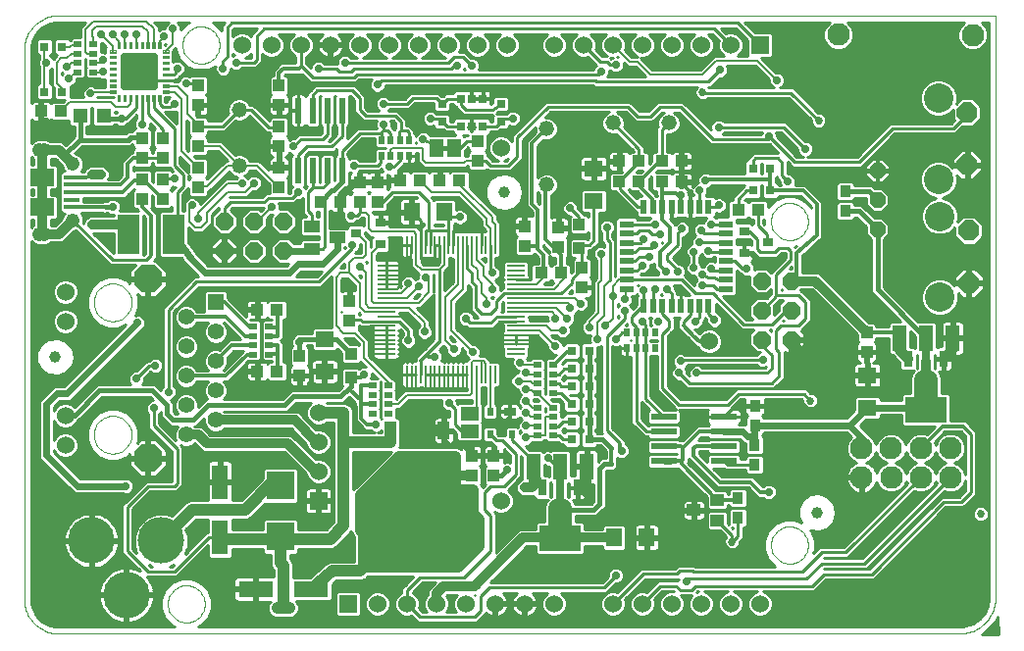
<source format=gtl>
G75*
G70*
%OFA0B0*%
%FSLAX24Y24*%
%IPPOS*%
%LPD*%
%AMOC8*
5,1,8,0,0,1.08239X$1,22.5*
%
%ADD10C,0.0000*%
%ADD11C,0.0600*%
%ADD12R,0.0600X0.0600*%
%ADD13R,0.0394X0.0433*%
%ADD14R,0.0433X0.0394*%
%ADD15R,0.0098X0.0630*%
%ADD16R,0.0630X0.0098*%
%ADD17R,0.0551X0.0630*%
%ADD18R,0.0315X0.0315*%
%ADD19C,0.0394*%
%ADD20R,0.0480X0.0880*%
%ADD21R,0.1417X0.0866*%
%ADD22R,0.0315X0.0551*%
%ADD23R,0.0315X0.0748*%
%ADD24C,0.0600*%
%ADD25R,0.0554X0.0554*%
%ADD26C,0.0554*%
%ADD27OC8,0.0963*%
%ADD28R,0.0394X0.0394*%
%ADD29R,0.0630X0.0551*%
%ADD30R,0.0354X0.0315*%
%ADD31R,0.0220X0.0500*%
%ADD32R,0.0500X0.0220*%
%ADD33C,0.1580*%
%ADD34R,0.2126X0.2441*%
%ADD35R,0.0394X0.0630*%
%ADD36R,0.0551X0.1181*%
%ADD37R,0.1181X0.0551*%
%ADD38R,0.0945X0.0945*%
%ADD39R,0.0394X0.0276*%
%ADD40R,0.0236X0.0276*%
%ADD41C,0.0520*%
%ADD42R,0.0460X0.0630*%
%ADD43R,0.0748X0.1339*%
%ADD44C,0.0035*%
%ADD45C,0.0252*%
%ADD46R,0.0500X0.0500*%
%ADD47OC8,0.0600*%
%ADD48R,0.0236X0.0866*%
%ADD49R,0.0551X0.0394*%
%ADD50R,0.0197X0.0256*%
%ADD51R,0.0256X0.0197*%
%ADD52R,0.0630X0.0460*%
%ADD53R,0.0531X0.0157*%
%ADD54R,0.0787X0.0591*%
%ADD55C,0.0476*%
%ADD56R,0.0256X0.0315*%
%ADD57R,0.0300X0.0300*%
%ADD58C,0.0768*%
%ADD59R,0.0450X0.0400*%
%ADD60R,0.0380X0.0400*%
%ADD61OC8,0.0520*%
%ADD62R,0.0866X0.0236*%
%ADD63OC8,0.0700*%
%ADD64C,0.1000*%
%ADD65C,0.0100*%
%ADD66C,0.0277*%
%ADD67C,0.0270*%
%ADD68C,0.0080*%
%ADD69C,0.0400*%
%ADD70C,0.0120*%
%ADD71C,0.0160*%
%ADD72C,0.0320*%
%ADD73C,0.0240*%
%ADD74C,0.0317*%
D10*
X002440Y000550D02*
X033328Y000550D01*
X033397Y000558D01*
X033465Y000571D01*
X033532Y000587D01*
X033599Y000607D01*
X033664Y000631D01*
X033728Y000658D01*
X033790Y000689D01*
X033850Y000723D01*
X033909Y000761D01*
X033965Y000802D01*
X034018Y000846D01*
X034070Y000892D01*
X034118Y000942D01*
X034164Y000994D01*
X034206Y001049D01*
X034246Y001106D01*
X034282Y001165D01*
X034315Y001226D01*
X034344Y001289D01*
X034370Y001354D01*
X034392Y001420D01*
X034410Y001486D01*
X034425Y001554D01*
X034436Y001623D01*
X034443Y001692D01*
X034446Y001761D01*
X034445Y001831D01*
X034440Y001900D01*
X034440Y021550D01*
X002440Y021550D01*
X002440Y021549D02*
X002375Y021538D01*
X002311Y021523D01*
X002248Y021505D01*
X002186Y021483D01*
X002125Y021458D01*
X002065Y021429D01*
X002008Y021397D01*
X001952Y021362D01*
X001898Y021324D01*
X001847Y021283D01*
X001798Y021239D01*
X001751Y021192D01*
X001707Y021143D01*
X001666Y021092D01*
X001628Y021038D01*
X001593Y020982D01*
X001561Y020925D01*
X001532Y020865D01*
X001507Y020804D01*
X001485Y020742D01*
X001467Y020679D01*
X001452Y020615D01*
X001441Y020550D01*
X001440Y020550D02*
X001440Y001550D01*
X001441Y001550D02*
X001452Y001485D01*
X001467Y001421D01*
X001485Y001358D01*
X001507Y001296D01*
X001532Y001235D01*
X001561Y001175D01*
X001593Y001118D01*
X001628Y001062D01*
X001666Y001008D01*
X001707Y000957D01*
X001751Y000908D01*
X001798Y000861D01*
X001847Y000817D01*
X001898Y000776D01*
X001952Y000738D01*
X002008Y000703D01*
X002065Y000671D01*
X002125Y000642D01*
X002186Y000617D01*
X002248Y000595D01*
X002311Y000577D01*
X002375Y000562D01*
X002440Y000551D01*
X006310Y001550D02*
X006312Y001600D01*
X006318Y001650D01*
X006328Y001699D01*
X006342Y001747D01*
X006359Y001794D01*
X006380Y001839D01*
X006405Y001883D01*
X006433Y001924D01*
X006465Y001963D01*
X006499Y002000D01*
X006536Y002034D01*
X006576Y002064D01*
X006618Y002091D01*
X006662Y002115D01*
X006708Y002136D01*
X006755Y002152D01*
X006803Y002165D01*
X006853Y002174D01*
X006902Y002179D01*
X006953Y002180D01*
X007003Y002177D01*
X007052Y002170D01*
X007101Y002159D01*
X007149Y002144D01*
X007195Y002126D01*
X007240Y002104D01*
X007283Y002078D01*
X007324Y002049D01*
X007363Y002017D01*
X007399Y001982D01*
X007431Y001944D01*
X007461Y001904D01*
X007488Y001861D01*
X007511Y001817D01*
X007530Y001771D01*
X007546Y001723D01*
X007558Y001674D01*
X007566Y001625D01*
X007570Y001575D01*
X007570Y001525D01*
X007566Y001475D01*
X007558Y001426D01*
X007546Y001377D01*
X007530Y001329D01*
X007511Y001283D01*
X007488Y001239D01*
X007461Y001196D01*
X007431Y001156D01*
X007399Y001118D01*
X007363Y001083D01*
X007324Y001051D01*
X007283Y001022D01*
X007240Y000996D01*
X007195Y000974D01*
X007149Y000956D01*
X007101Y000941D01*
X007052Y000930D01*
X007003Y000923D01*
X006953Y000920D01*
X006902Y000921D01*
X006853Y000926D01*
X006803Y000935D01*
X006755Y000948D01*
X006708Y000964D01*
X006662Y000985D01*
X006618Y001009D01*
X006576Y001036D01*
X006536Y001066D01*
X006499Y001100D01*
X006465Y001137D01*
X006433Y001176D01*
X006405Y001217D01*
X006380Y001261D01*
X006359Y001306D01*
X006342Y001353D01*
X006328Y001401D01*
X006318Y001450D01*
X006312Y001500D01*
X006310Y001550D01*
X003800Y007300D02*
X003802Y007350D01*
X003808Y007400D01*
X003818Y007449D01*
X003831Y007498D01*
X003849Y007545D01*
X003870Y007591D01*
X003894Y007634D01*
X003922Y007676D01*
X003953Y007716D01*
X003987Y007753D01*
X004024Y007787D01*
X004064Y007818D01*
X004106Y007846D01*
X004149Y007870D01*
X004195Y007891D01*
X004242Y007909D01*
X004291Y007922D01*
X004340Y007932D01*
X004390Y007938D01*
X004440Y007940D01*
X004490Y007938D01*
X004540Y007932D01*
X004589Y007922D01*
X004638Y007909D01*
X004685Y007891D01*
X004731Y007870D01*
X004774Y007846D01*
X004816Y007818D01*
X004856Y007787D01*
X004893Y007753D01*
X004927Y007716D01*
X004958Y007676D01*
X004986Y007634D01*
X005010Y007591D01*
X005031Y007545D01*
X005049Y007498D01*
X005062Y007449D01*
X005072Y007400D01*
X005078Y007350D01*
X005080Y007300D01*
X005078Y007250D01*
X005072Y007200D01*
X005062Y007151D01*
X005049Y007102D01*
X005031Y007055D01*
X005010Y007009D01*
X004986Y006966D01*
X004958Y006924D01*
X004927Y006884D01*
X004893Y006847D01*
X004856Y006813D01*
X004816Y006782D01*
X004774Y006754D01*
X004731Y006730D01*
X004685Y006709D01*
X004638Y006691D01*
X004589Y006678D01*
X004540Y006668D01*
X004490Y006662D01*
X004440Y006660D01*
X004390Y006662D01*
X004340Y006668D01*
X004291Y006678D01*
X004242Y006691D01*
X004195Y006709D01*
X004149Y006730D01*
X004106Y006754D01*
X004064Y006782D01*
X004024Y006813D01*
X003987Y006847D01*
X003953Y006884D01*
X003922Y006924D01*
X003894Y006966D01*
X003870Y007009D01*
X003849Y007055D01*
X003831Y007102D01*
X003818Y007151D01*
X003808Y007200D01*
X003802Y007250D01*
X003800Y007300D01*
X003800Y011800D02*
X003802Y011850D01*
X003808Y011900D01*
X003818Y011949D01*
X003831Y011998D01*
X003849Y012045D01*
X003870Y012091D01*
X003894Y012134D01*
X003922Y012176D01*
X003953Y012216D01*
X003987Y012253D01*
X004024Y012287D01*
X004064Y012318D01*
X004106Y012346D01*
X004149Y012370D01*
X004195Y012391D01*
X004242Y012409D01*
X004291Y012422D01*
X004340Y012432D01*
X004390Y012438D01*
X004440Y012440D01*
X004490Y012438D01*
X004540Y012432D01*
X004589Y012422D01*
X004638Y012409D01*
X004685Y012391D01*
X004731Y012370D01*
X004774Y012346D01*
X004816Y012318D01*
X004856Y012287D01*
X004893Y012253D01*
X004927Y012216D01*
X004958Y012176D01*
X004986Y012134D01*
X005010Y012091D01*
X005031Y012045D01*
X005049Y011998D01*
X005062Y011949D01*
X005072Y011900D01*
X005078Y011850D01*
X005080Y011800D01*
X005078Y011750D01*
X005072Y011700D01*
X005062Y011651D01*
X005049Y011602D01*
X005031Y011555D01*
X005010Y011509D01*
X004986Y011466D01*
X004958Y011424D01*
X004927Y011384D01*
X004893Y011347D01*
X004856Y011313D01*
X004816Y011282D01*
X004774Y011254D01*
X004731Y011230D01*
X004685Y011209D01*
X004638Y011191D01*
X004589Y011178D01*
X004540Y011168D01*
X004490Y011162D01*
X004440Y011160D01*
X004390Y011162D01*
X004340Y011168D01*
X004291Y011178D01*
X004242Y011191D01*
X004195Y011209D01*
X004149Y011230D01*
X004106Y011254D01*
X004064Y011282D01*
X004024Y011313D01*
X003987Y011347D01*
X003953Y011384D01*
X003922Y011424D01*
X003894Y011466D01*
X003870Y011509D01*
X003849Y011555D01*
X003831Y011602D01*
X003818Y011651D01*
X003808Y011700D01*
X003802Y011750D01*
X003800Y011800D01*
X006810Y020550D02*
X006812Y020600D01*
X006818Y020650D01*
X006828Y020699D01*
X006842Y020747D01*
X006859Y020794D01*
X006880Y020839D01*
X006905Y020883D01*
X006933Y020924D01*
X006965Y020963D01*
X006999Y021000D01*
X007036Y021034D01*
X007076Y021064D01*
X007118Y021091D01*
X007162Y021115D01*
X007208Y021136D01*
X007255Y021152D01*
X007303Y021165D01*
X007353Y021174D01*
X007402Y021179D01*
X007453Y021180D01*
X007503Y021177D01*
X007552Y021170D01*
X007601Y021159D01*
X007649Y021144D01*
X007695Y021126D01*
X007740Y021104D01*
X007783Y021078D01*
X007824Y021049D01*
X007863Y021017D01*
X007899Y020982D01*
X007931Y020944D01*
X007961Y020904D01*
X007988Y020861D01*
X008011Y020817D01*
X008030Y020771D01*
X008046Y020723D01*
X008058Y020674D01*
X008066Y020625D01*
X008070Y020575D01*
X008070Y020525D01*
X008066Y020475D01*
X008058Y020426D01*
X008046Y020377D01*
X008030Y020329D01*
X008011Y020283D01*
X007988Y020239D01*
X007961Y020196D01*
X007931Y020156D01*
X007899Y020118D01*
X007863Y020083D01*
X007824Y020051D01*
X007783Y020022D01*
X007740Y019996D01*
X007695Y019974D01*
X007649Y019956D01*
X007601Y019941D01*
X007552Y019930D01*
X007503Y019923D01*
X007453Y019920D01*
X007402Y019921D01*
X007353Y019926D01*
X007303Y019935D01*
X007255Y019948D01*
X007208Y019964D01*
X007162Y019985D01*
X007118Y020009D01*
X007076Y020036D01*
X007036Y020066D01*
X006999Y020100D01*
X006965Y020137D01*
X006933Y020176D01*
X006905Y020217D01*
X006880Y020261D01*
X006859Y020306D01*
X006842Y020353D01*
X006828Y020401D01*
X006818Y020450D01*
X006812Y020500D01*
X006810Y020550D01*
X026810Y014550D02*
X026812Y014600D01*
X026818Y014650D01*
X026828Y014699D01*
X026842Y014747D01*
X026859Y014794D01*
X026880Y014839D01*
X026905Y014883D01*
X026933Y014924D01*
X026965Y014963D01*
X026999Y015000D01*
X027036Y015034D01*
X027076Y015064D01*
X027118Y015091D01*
X027162Y015115D01*
X027208Y015136D01*
X027255Y015152D01*
X027303Y015165D01*
X027353Y015174D01*
X027402Y015179D01*
X027453Y015180D01*
X027503Y015177D01*
X027552Y015170D01*
X027601Y015159D01*
X027649Y015144D01*
X027695Y015126D01*
X027740Y015104D01*
X027783Y015078D01*
X027824Y015049D01*
X027863Y015017D01*
X027899Y014982D01*
X027931Y014944D01*
X027961Y014904D01*
X027988Y014861D01*
X028011Y014817D01*
X028030Y014771D01*
X028046Y014723D01*
X028058Y014674D01*
X028066Y014625D01*
X028070Y014575D01*
X028070Y014525D01*
X028066Y014475D01*
X028058Y014426D01*
X028046Y014377D01*
X028030Y014329D01*
X028011Y014283D01*
X027988Y014239D01*
X027961Y014196D01*
X027931Y014156D01*
X027899Y014118D01*
X027863Y014083D01*
X027824Y014051D01*
X027783Y014022D01*
X027740Y013996D01*
X027695Y013974D01*
X027649Y013956D01*
X027601Y013941D01*
X027552Y013930D01*
X027503Y013923D01*
X027453Y013920D01*
X027402Y013921D01*
X027353Y013926D01*
X027303Y013935D01*
X027255Y013948D01*
X027208Y013964D01*
X027162Y013985D01*
X027118Y014009D01*
X027076Y014036D01*
X027036Y014066D01*
X026999Y014100D01*
X026965Y014137D01*
X026933Y014176D01*
X026905Y014217D01*
X026880Y014261D01*
X026859Y014306D01*
X026842Y014353D01*
X026828Y014401D01*
X026818Y014450D01*
X026812Y014500D01*
X026810Y014550D01*
X026810Y003550D02*
X026812Y003600D01*
X026818Y003650D01*
X026828Y003699D01*
X026842Y003747D01*
X026859Y003794D01*
X026880Y003839D01*
X026905Y003883D01*
X026933Y003924D01*
X026965Y003963D01*
X026999Y004000D01*
X027036Y004034D01*
X027076Y004064D01*
X027118Y004091D01*
X027162Y004115D01*
X027208Y004136D01*
X027255Y004152D01*
X027303Y004165D01*
X027353Y004174D01*
X027402Y004179D01*
X027453Y004180D01*
X027503Y004177D01*
X027552Y004170D01*
X027601Y004159D01*
X027649Y004144D01*
X027695Y004126D01*
X027740Y004104D01*
X027783Y004078D01*
X027824Y004049D01*
X027863Y004017D01*
X027899Y003982D01*
X027931Y003944D01*
X027961Y003904D01*
X027988Y003861D01*
X028011Y003817D01*
X028030Y003771D01*
X028046Y003723D01*
X028058Y003674D01*
X028066Y003625D01*
X028070Y003575D01*
X028070Y003525D01*
X028066Y003475D01*
X028058Y003426D01*
X028046Y003377D01*
X028030Y003329D01*
X028011Y003283D01*
X027988Y003239D01*
X027961Y003196D01*
X027931Y003156D01*
X027899Y003118D01*
X027863Y003083D01*
X027824Y003051D01*
X027783Y003022D01*
X027740Y002996D01*
X027695Y002974D01*
X027649Y002956D01*
X027601Y002941D01*
X027552Y002930D01*
X027503Y002923D01*
X027453Y002920D01*
X027402Y002921D01*
X027353Y002926D01*
X027303Y002935D01*
X027255Y002948D01*
X027208Y002964D01*
X027162Y002985D01*
X027118Y003009D01*
X027076Y003036D01*
X027036Y003066D01*
X026999Y003100D01*
X026965Y003137D01*
X026933Y003176D01*
X026905Y003217D01*
X026880Y003261D01*
X026859Y003306D01*
X026842Y003353D01*
X026828Y003401D01*
X026818Y003450D01*
X026812Y003500D01*
X026810Y003550D01*
D11*
X026440Y001550D03*
X025440Y001550D03*
X024440Y001550D03*
X023440Y001550D03*
X022440Y001550D03*
X021440Y001550D03*
X019440Y001550D03*
X018440Y001550D03*
X017440Y001550D03*
X016440Y001550D03*
X015440Y001550D03*
X014440Y001550D03*
X013440Y001550D03*
X017640Y005050D03*
X011440Y006050D03*
X011440Y007050D03*
X011440Y008050D03*
X002834Y007942D03*
X002834Y006942D03*
X002834Y011158D03*
X002834Y012158D03*
X017640Y017050D03*
X017840Y020550D03*
X016840Y020550D03*
X015840Y020550D03*
X014840Y020550D03*
X013840Y020550D03*
X012840Y020550D03*
X011840Y020550D03*
X010840Y020550D03*
X009840Y020550D03*
X008840Y020550D03*
X019440Y020550D03*
X020440Y020550D03*
X021440Y020550D03*
X022440Y020550D03*
X023440Y020550D03*
X024440Y020550D03*
X025440Y020550D03*
X024715Y010475D03*
D12*
X011440Y005050D03*
X012440Y001550D03*
X026440Y020550D03*
D13*
X016840Y017285D03*
X016840Y016615D03*
X013440Y015885D03*
X012840Y015885D03*
X012840Y015215D03*
X013440Y015215D03*
X010090Y015715D03*
X010090Y016385D03*
X010090Y017115D03*
X010090Y017785D03*
X010090Y018515D03*
X010090Y019185D03*
X007340Y019185D03*
X007340Y018515D03*
X007340Y017785D03*
X007340Y017115D03*
X007340Y016385D03*
X007340Y015715D03*
X006140Y015985D03*
X005440Y015985D03*
X005440Y015315D03*
X006140Y015315D03*
X006140Y016715D03*
X005440Y016715D03*
X005440Y017385D03*
X006140Y017385D03*
X012490Y011835D03*
X012490Y011165D03*
X010790Y009985D03*
X010790Y009315D03*
X016640Y006585D03*
X017390Y006585D03*
X017390Y005915D03*
X016640Y005915D03*
X020390Y012315D03*
X020390Y012985D03*
X019590Y013665D03*
X019590Y014335D03*
X018440Y014385D03*
X018440Y013715D03*
X030065Y010785D03*
X030065Y010115D03*
D14*
X026375Y014950D03*
X025705Y014950D03*
X023775Y015900D03*
X023105Y015900D03*
X022325Y015900D03*
X021655Y015900D03*
X021655Y016600D03*
X022325Y016600D03*
X023105Y016600D03*
X023775Y016600D03*
X016225Y015950D03*
X015555Y015950D03*
X014875Y015950D03*
X014205Y015950D03*
X012175Y015200D03*
X011505Y015200D03*
X010025Y011550D03*
X009355Y011550D03*
X009355Y009450D03*
X010025Y009450D03*
X019005Y012800D03*
X019675Y012800D03*
X002675Y018300D03*
X002005Y018300D03*
D15*
X014444Y013755D03*
X014601Y013755D03*
X014759Y013755D03*
X014916Y013755D03*
X015074Y013755D03*
X015231Y013755D03*
X015389Y013755D03*
X015546Y013755D03*
X015704Y013755D03*
X015861Y013755D03*
X016019Y013755D03*
X016176Y013755D03*
X016334Y013755D03*
X016491Y013755D03*
X016649Y013755D03*
X016806Y013755D03*
X016964Y013755D03*
X017121Y013755D03*
X017279Y013755D03*
X017436Y013755D03*
X017436Y009345D03*
X017279Y009345D03*
X017121Y009345D03*
X016964Y009345D03*
X016806Y009345D03*
X016649Y009345D03*
X016491Y009345D03*
X016334Y009345D03*
X016176Y009345D03*
X016019Y009345D03*
X015861Y009345D03*
X015704Y009345D03*
X015546Y009345D03*
X015389Y009345D03*
X015231Y009345D03*
X015074Y009345D03*
X014916Y009345D03*
X014759Y009345D03*
X014601Y009345D03*
X014444Y009345D03*
D16*
X013735Y010054D03*
X013735Y010211D03*
X013735Y010369D03*
X013735Y010526D03*
X013735Y010684D03*
X013735Y010841D03*
X013735Y010999D03*
X013735Y011156D03*
X013735Y011314D03*
X013735Y011471D03*
X013735Y011629D03*
X013735Y011786D03*
X013735Y011944D03*
X013735Y012101D03*
X013735Y012259D03*
X013735Y012416D03*
X013735Y012574D03*
X013735Y012731D03*
X013735Y012889D03*
X013735Y013046D03*
X018145Y013046D03*
X018145Y012889D03*
X018145Y012731D03*
X018145Y012574D03*
X018145Y012416D03*
X018145Y012259D03*
X018145Y012101D03*
X018145Y011944D03*
X018145Y011786D03*
X018145Y011629D03*
X018145Y011471D03*
X018145Y011314D03*
X018145Y011156D03*
X018145Y010999D03*
X018145Y010841D03*
X018145Y010684D03*
X018145Y010526D03*
X018145Y010369D03*
X018145Y010211D03*
X018145Y010054D03*
D17*
X015711Y014880D03*
X014609Y014880D03*
X021489Y003800D03*
X022591Y003800D03*
D18*
X020635Y007150D03*
X020045Y007150D03*
X020045Y007750D03*
X020635Y007750D03*
X020635Y008350D03*
X020045Y008350D03*
X020045Y008950D03*
X020635Y008950D03*
X020635Y009550D03*
X020045Y009550D03*
X020045Y010150D03*
X020635Y010150D03*
X026195Y015600D03*
X026785Y015600D03*
X026785Y016350D03*
X026195Y016350D03*
X002718Y018958D03*
X002127Y018958D03*
X002127Y020491D03*
X002718Y020491D03*
D19*
X017740Y015550D03*
X002490Y009950D03*
X028378Y004663D03*
D20*
X020550Y006220D03*
X019640Y006220D03*
X018730Y006220D03*
X031168Y010583D03*
X032078Y010583D03*
X032988Y010583D03*
D21*
X032078Y008142D03*
X019640Y003780D03*
D22*
X019040Y005500D03*
X020240Y005500D03*
X031478Y009875D03*
X032678Y009875D03*
D23*
X032078Y009775D03*
X019640Y005400D03*
D24*
X019540Y004798D02*
X019740Y004798D01*
X019740Y003962D01*
X019540Y003962D01*
X019540Y004798D01*
X019540Y004561D02*
X019740Y004561D01*
X031978Y009173D02*
X032178Y009173D01*
X032178Y008337D01*
X031978Y008337D01*
X031978Y009173D01*
X031978Y008936D02*
X032178Y008936D01*
D25*
X007940Y011800D03*
D26*
X006940Y011300D03*
X007940Y010800D03*
X006940Y010300D03*
X007940Y009800D03*
X006940Y009300D03*
X007940Y008800D03*
X006940Y008300D03*
X007940Y007800D03*
X006940Y007300D03*
D27*
X005641Y006501D03*
X005641Y012599D03*
D28*
X012540Y010044D03*
X012540Y009256D03*
X020290Y013656D03*
X020290Y014444D03*
D29*
X020790Y015249D03*
X020790Y016351D03*
X011640Y010551D03*
X011640Y009449D03*
X030090Y009326D03*
X030090Y008224D03*
D30*
X025896Y013476D03*
X026723Y013850D03*
X025896Y014224D03*
X013534Y014524D03*
X012707Y014150D03*
X013534Y013776D03*
D31*
X022488Y015046D03*
X022803Y015046D03*
X023118Y015046D03*
X023433Y015046D03*
X023747Y015046D03*
X024062Y015046D03*
X024377Y015046D03*
X024692Y015046D03*
X024692Y011666D03*
X024377Y011666D03*
X024062Y011666D03*
X023747Y011666D03*
X023433Y011666D03*
X023118Y011666D03*
X022803Y011666D03*
X022488Y011666D03*
D32*
X021900Y012254D03*
X021900Y012569D03*
X021900Y012884D03*
X021900Y013199D03*
X021900Y013514D03*
X021900Y013829D03*
X021900Y014144D03*
X021900Y014459D03*
X025280Y014459D03*
X025280Y014144D03*
X025280Y013829D03*
X025280Y013514D03*
X025280Y013199D03*
X025280Y012884D03*
X025280Y012569D03*
X025280Y012254D03*
D33*
X006084Y003700D03*
X003721Y003700D03*
X004903Y001850D03*
D34*
X014790Y004566D03*
D35*
X013892Y007440D03*
X015688Y007440D03*
D36*
X008090Y005695D03*
X008090Y003805D03*
D37*
X009295Y002050D03*
X011185Y002050D03*
D38*
X010140Y003834D03*
X010140Y005566D03*
D39*
X017935Y008094D03*
D40*
X017266Y008094D03*
X017266Y007306D03*
X018014Y007306D03*
D41*
X019190Y015800D03*
X019190Y017700D03*
X021440Y017900D03*
X023340Y017900D03*
X008740Y018350D03*
X008740Y016450D03*
D42*
X015440Y017050D03*
X016040Y017050D03*
D43*
X006508Y014100D03*
X004972Y014100D03*
D44*
X005087Y018643D02*
X005087Y018845D01*
X005087Y018643D02*
X005003Y018643D01*
X005003Y018845D01*
X005087Y018845D01*
X005087Y018677D02*
X005003Y018677D01*
X005003Y018711D02*
X005087Y018711D01*
X005087Y018745D02*
X005003Y018745D01*
X005003Y018779D02*
X005087Y018779D01*
X005087Y018813D02*
X005003Y018813D01*
X004890Y018845D02*
X004890Y018643D01*
X004806Y018643D01*
X004806Y018845D01*
X004890Y018845D01*
X004890Y018677D02*
X004806Y018677D01*
X004806Y018711D02*
X004890Y018711D01*
X004890Y018745D02*
X004806Y018745D01*
X004806Y018779D02*
X004890Y018779D01*
X004890Y018813D02*
X004806Y018813D01*
X004693Y018845D02*
X004693Y018643D01*
X004609Y018643D01*
X004609Y018845D01*
X004693Y018845D01*
X004693Y018677D02*
X004609Y018677D01*
X004609Y018711D02*
X004693Y018711D01*
X004693Y018745D02*
X004609Y018745D01*
X004609Y018779D02*
X004693Y018779D01*
X004693Y018813D02*
X004609Y018813D01*
X004535Y018919D02*
X004333Y018919D01*
X004333Y019003D01*
X004535Y019003D01*
X004535Y018919D01*
X004535Y018953D02*
X004333Y018953D01*
X004333Y018987D02*
X004535Y018987D01*
X004535Y019116D02*
X004333Y019116D01*
X004333Y019200D01*
X004535Y019200D01*
X004535Y019116D01*
X004535Y019150D02*
X004333Y019150D01*
X004333Y019184D02*
X004535Y019184D01*
X004535Y019313D02*
X004333Y019313D01*
X004333Y019397D01*
X004535Y019397D01*
X004535Y019313D01*
X004535Y019347D02*
X004333Y019347D01*
X004333Y019381D02*
X004535Y019381D01*
X004535Y019510D02*
X004333Y019510D01*
X004333Y019594D01*
X004535Y019594D01*
X004535Y019510D01*
X004535Y019544D02*
X004333Y019544D01*
X004333Y019578D02*
X004535Y019578D01*
X004535Y019706D02*
X004333Y019706D01*
X004333Y019790D01*
X004535Y019790D01*
X004535Y019706D01*
X004535Y019740D02*
X004333Y019740D01*
X004333Y019774D02*
X004535Y019774D01*
X004535Y019903D02*
X004333Y019903D01*
X004333Y019987D01*
X004535Y019987D01*
X004535Y019903D01*
X004535Y019937D02*
X004333Y019937D01*
X004333Y019971D02*
X004535Y019971D01*
X004535Y020100D02*
X004333Y020100D01*
X004333Y020184D01*
X004535Y020184D01*
X004535Y020100D01*
X004535Y020134D02*
X004333Y020134D01*
X004333Y020168D02*
X004535Y020168D01*
X004535Y020297D02*
X004333Y020297D01*
X004333Y020381D01*
X004535Y020381D01*
X004535Y020297D01*
X004535Y020331D02*
X004333Y020331D01*
X004333Y020365D02*
X004535Y020365D01*
X004609Y020455D02*
X004609Y020657D01*
X004693Y020657D01*
X004693Y020455D01*
X004609Y020455D01*
X004609Y020489D02*
X004693Y020489D01*
X004693Y020523D02*
X004609Y020523D01*
X004609Y020557D02*
X004693Y020557D01*
X004693Y020591D02*
X004609Y020591D01*
X004609Y020625D02*
X004693Y020625D01*
X004806Y020657D02*
X004806Y020455D01*
X004806Y020657D02*
X004890Y020657D01*
X004890Y020455D01*
X004806Y020455D01*
X004806Y020489D02*
X004890Y020489D01*
X004890Y020523D02*
X004806Y020523D01*
X004806Y020557D02*
X004890Y020557D01*
X004890Y020591D02*
X004806Y020591D01*
X004806Y020625D02*
X004890Y020625D01*
X005003Y020657D02*
X005003Y020455D01*
X005003Y020657D02*
X005087Y020657D01*
X005087Y020455D01*
X005003Y020455D01*
X005003Y020489D02*
X005087Y020489D01*
X005087Y020523D02*
X005003Y020523D01*
X005003Y020557D02*
X005087Y020557D01*
X005087Y020591D02*
X005003Y020591D01*
X005003Y020625D02*
X005087Y020625D01*
X005200Y020657D02*
X005200Y020455D01*
X005200Y020657D02*
X005284Y020657D01*
X005284Y020455D01*
X005200Y020455D01*
X005200Y020489D02*
X005284Y020489D01*
X005284Y020523D02*
X005200Y020523D01*
X005200Y020557D02*
X005284Y020557D01*
X005284Y020591D02*
X005200Y020591D01*
X005200Y020625D02*
X005284Y020625D01*
X005396Y020657D02*
X005396Y020455D01*
X005396Y020657D02*
X005480Y020657D01*
X005480Y020455D01*
X005396Y020455D01*
X005396Y020489D02*
X005480Y020489D01*
X005480Y020523D02*
X005396Y020523D01*
X005396Y020557D02*
X005480Y020557D01*
X005480Y020591D02*
X005396Y020591D01*
X005396Y020625D02*
X005480Y020625D01*
X005593Y020657D02*
X005593Y020455D01*
X005593Y020657D02*
X005677Y020657D01*
X005677Y020455D01*
X005593Y020455D01*
X005593Y020489D02*
X005677Y020489D01*
X005677Y020523D02*
X005593Y020523D01*
X005593Y020557D02*
X005677Y020557D01*
X005677Y020591D02*
X005593Y020591D01*
X005593Y020625D02*
X005677Y020625D01*
X005790Y020657D02*
X005790Y020455D01*
X005790Y020657D02*
X005874Y020657D01*
X005874Y020455D01*
X005790Y020455D01*
X005790Y020489D02*
X005874Y020489D01*
X005874Y020523D02*
X005790Y020523D01*
X005790Y020557D02*
X005874Y020557D01*
X005874Y020591D02*
X005790Y020591D01*
X005790Y020625D02*
X005874Y020625D01*
X005987Y020657D02*
X005987Y020455D01*
X005987Y020657D02*
X006071Y020657D01*
X006071Y020455D01*
X005987Y020455D01*
X005987Y020489D02*
X006071Y020489D01*
X006071Y020523D02*
X005987Y020523D01*
X005987Y020557D02*
X006071Y020557D01*
X006071Y020591D02*
X005987Y020591D01*
X005987Y020625D02*
X006071Y020625D01*
X006145Y020381D02*
X006347Y020381D01*
X006347Y020297D01*
X006145Y020297D01*
X006145Y020381D01*
X006145Y020331D02*
X006347Y020331D01*
X006347Y020365D02*
X006145Y020365D01*
X006145Y020184D02*
X006347Y020184D01*
X006347Y020100D01*
X006145Y020100D01*
X006145Y020184D01*
X006145Y020134D02*
X006347Y020134D01*
X006347Y020168D02*
X006145Y020168D01*
X006145Y019987D02*
X006347Y019987D01*
X006347Y019903D01*
X006145Y019903D01*
X006145Y019987D01*
X006145Y019937D02*
X006347Y019937D01*
X006347Y019971D02*
X006145Y019971D01*
X006145Y019790D02*
X006347Y019790D01*
X006347Y019706D01*
X006145Y019706D01*
X006145Y019790D01*
X006145Y019740D02*
X006347Y019740D01*
X006347Y019774D02*
X006145Y019774D01*
X006145Y019594D02*
X006347Y019594D01*
X006347Y019510D01*
X006145Y019510D01*
X006145Y019594D01*
X006145Y019544D02*
X006347Y019544D01*
X006347Y019578D02*
X006145Y019578D01*
X006145Y019397D02*
X006347Y019397D01*
X006347Y019313D01*
X006145Y019313D01*
X006145Y019397D01*
X006145Y019347D02*
X006347Y019347D01*
X006347Y019381D02*
X006145Y019381D01*
X006145Y019200D02*
X006347Y019200D01*
X006347Y019116D01*
X006145Y019116D01*
X006145Y019200D01*
X006145Y019150D02*
X006347Y019150D01*
X006347Y019184D02*
X006145Y019184D01*
X006145Y019003D02*
X006347Y019003D01*
X006347Y018919D01*
X006145Y018919D01*
X006145Y019003D01*
X006145Y018953D02*
X006347Y018953D01*
X006347Y018987D02*
X006145Y018987D01*
X006071Y018845D02*
X006071Y018643D01*
X005987Y018643D01*
X005987Y018845D01*
X006071Y018845D01*
X006071Y018677D02*
X005987Y018677D01*
X005987Y018711D02*
X006071Y018711D01*
X006071Y018745D02*
X005987Y018745D01*
X005987Y018779D02*
X006071Y018779D01*
X006071Y018813D02*
X005987Y018813D01*
X005874Y018845D02*
X005874Y018643D01*
X005790Y018643D01*
X005790Y018845D01*
X005874Y018845D01*
X005874Y018677D02*
X005790Y018677D01*
X005790Y018711D02*
X005874Y018711D01*
X005874Y018745D02*
X005790Y018745D01*
X005790Y018779D02*
X005874Y018779D01*
X005874Y018813D02*
X005790Y018813D01*
X005677Y018845D02*
X005677Y018643D01*
X005593Y018643D01*
X005593Y018845D01*
X005677Y018845D01*
X005677Y018677D02*
X005593Y018677D01*
X005593Y018711D02*
X005677Y018711D01*
X005677Y018745D02*
X005593Y018745D01*
X005593Y018779D02*
X005677Y018779D01*
X005677Y018813D02*
X005593Y018813D01*
X005480Y018845D02*
X005480Y018643D01*
X005396Y018643D01*
X005396Y018845D01*
X005480Y018845D01*
X005480Y018677D02*
X005396Y018677D01*
X005396Y018711D02*
X005480Y018711D01*
X005480Y018745D02*
X005396Y018745D01*
X005396Y018779D02*
X005480Y018779D01*
X005480Y018813D02*
X005396Y018813D01*
X005284Y018845D02*
X005284Y018643D01*
X005200Y018643D01*
X005200Y018845D01*
X005284Y018845D01*
X005284Y018677D02*
X005200Y018677D01*
X005200Y018711D02*
X005284Y018711D01*
X005284Y018745D02*
X005200Y018745D01*
X005200Y018779D02*
X005284Y018779D01*
X005284Y018813D02*
X005200Y018813D01*
D45*
X004836Y020154D02*
X005844Y020154D01*
X005844Y019146D01*
X004836Y019146D01*
X004836Y020154D01*
X004836Y019397D02*
X005844Y019397D01*
X005844Y019648D02*
X004836Y019648D01*
X004836Y019899D02*
X005844Y019899D01*
X005844Y020150D02*
X004836Y020150D01*
D46*
X004140Y018150D03*
X003340Y018150D03*
D47*
X008240Y014550D03*
X009240Y014550D03*
X010240Y014550D03*
X010240Y013550D03*
X009240Y013550D03*
X008240Y013550D03*
X026495Y012530D03*
X027495Y012530D03*
X027495Y011530D03*
X026495Y011530D03*
X026495Y010530D03*
X027495Y010530D03*
D48*
X012240Y016276D03*
X011740Y016276D03*
X011240Y016276D03*
X010740Y016276D03*
X010740Y018324D03*
X011240Y018324D03*
X011740Y018324D03*
X012240Y018324D03*
D49*
X011207Y014374D03*
X012073Y014000D03*
X011207Y013626D03*
D50*
X013568Y016784D03*
X013883Y016784D03*
X014197Y016784D03*
X014512Y016784D03*
X014512Y017316D03*
X014197Y017316D03*
X013883Y017316D03*
X013568Y017316D03*
X021918Y010766D03*
X022233Y010766D03*
X022547Y010766D03*
X022862Y010766D03*
X022862Y010234D03*
X022547Y010234D03*
X022233Y010234D03*
X021918Y010234D03*
D51*
X019406Y009672D03*
X019406Y009357D03*
X018874Y009357D03*
X018874Y009672D03*
X018874Y009043D03*
X018874Y008728D03*
X019406Y008728D03*
X019406Y009043D03*
X019406Y008222D03*
X018874Y008222D03*
X018874Y007907D03*
X018874Y007593D03*
X019406Y007593D03*
X019406Y007907D03*
X019406Y007278D03*
X018874Y007278D03*
X013806Y008028D03*
X013806Y008343D03*
X013274Y008343D03*
X013274Y008028D03*
X013274Y008657D03*
X013274Y008972D03*
X013806Y008972D03*
X013806Y008657D03*
X009756Y010028D03*
X009756Y010343D03*
X009224Y010343D03*
X009224Y010028D03*
X009224Y010657D03*
X009224Y010972D03*
X009756Y010972D03*
X009756Y010657D03*
X003784Y019628D03*
X003253Y019628D03*
X003253Y019943D03*
X003253Y020257D03*
X003784Y020257D03*
X003784Y019943D03*
X003784Y020572D03*
X003253Y020572D03*
D52*
X016565Y008025D03*
X016565Y007425D03*
D53*
X003054Y015038D03*
X003054Y015294D03*
X003054Y015550D03*
X003054Y015806D03*
X003054Y016062D03*
D54*
X002040Y016062D03*
X002040Y015038D03*
D55*
X003083Y014595D03*
X002119Y014123D03*
X001961Y014123D03*
X003083Y016505D03*
X002119Y016977D03*
X001961Y016977D03*
D56*
X016266Y017778D03*
X016640Y017778D03*
X017014Y017778D03*
X017014Y018722D03*
X016640Y018722D03*
X016266Y018722D03*
D57*
X015640Y018550D03*
X015640Y017950D03*
X017640Y017950D03*
X017640Y018550D03*
D58*
X029100Y020898D03*
X033668Y020895D03*
X032908Y006838D03*
X031898Y006840D03*
X030893Y006838D03*
X029888Y006840D03*
X029890Y005850D03*
X030895Y005848D03*
X031900Y005850D03*
X032910Y005848D03*
D59*
X024990Y005088D03*
X024190Y004738D03*
X024990Y004388D03*
D60*
X025690Y004478D03*
X025690Y005147D03*
X026253Y006290D03*
X026253Y006960D03*
X026265Y007615D03*
X026265Y008285D03*
X029340Y014903D03*
X029340Y015572D03*
D61*
X030428Y015275D03*
X030428Y016275D03*
X030428Y014275D03*
D62*
X025214Y007913D03*
X025214Y007413D03*
X025214Y006913D03*
X025214Y006413D03*
X023166Y006413D03*
X023166Y006913D03*
X023166Y007413D03*
X023166Y007913D03*
D63*
X033530Y012460D03*
X033530Y014240D03*
X033480Y016473D03*
X033480Y018253D03*
D64*
X032500Y018743D03*
X032500Y015983D03*
X032550Y014730D03*
X032550Y011970D03*
D65*
X002052Y000947D02*
X001837Y001162D01*
X001701Y001434D01*
X001670Y001572D01*
X001670Y013894D01*
X001753Y013811D01*
X001888Y013755D01*
X002034Y013755D01*
X002040Y013757D01*
X002046Y013755D01*
X002192Y013755D01*
X002327Y013811D01*
X002349Y013833D01*
X002669Y013833D01*
X002775Y013877D01*
X003126Y014227D01*
X003156Y014227D01*
X003185Y014239D01*
X004249Y013175D01*
X004354Y013070D01*
X005219Y013070D01*
X005009Y012861D01*
X005009Y012649D01*
X005591Y012649D01*
X005591Y012549D01*
X005691Y012549D01*
X005691Y012649D01*
X006272Y012649D01*
X006272Y012861D01*
X005902Y013231D01*
X005839Y013231D01*
X005930Y013321D01*
X005930Y014829D01*
X005740Y015018D01*
X005767Y015045D01*
X005767Y015434D01*
X005813Y015388D01*
X005813Y015045D01*
X005889Y014969D01*
X006391Y014969D01*
X006460Y015038D01*
X006460Y014899D01*
X006080Y014899D01*
X006004Y014823D01*
X006004Y013377D01*
X006080Y013301D01*
X006784Y013301D01*
X006888Y013159D01*
X006896Y013141D01*
X006917Y013119D01*
X006936Y013094D01*
X006952Y013084D01*
X007356Y012680D01*
X007215Y012680D01*
X006160Y011625D01*
X006160Y008950D01*
X006112Y008902D01*
X006075Y008812D01*
X005877Y009010D01*
X005430Y009010D01*
X005468Y009048D01*
X005509Y009147D01*
X005509Y009214D01*
X005727Y009433D01*
X005738Y009422D01*
X005837Y009381D01*
X005943Y009381D01*
X006042Y009422D01*
X006118Y009498D01*
X006159Y009597D01*
X006159Y009703D01*
X006118Y009802D01*
X006042Y009878D01*
X005943Y009919D01*
X005837Y009919D01*
X005738Y009878D01*
X005690Y009830D01*
X005615Y009830D01*
X005254Y009469D01*
X005187Y009469D01*
X005088Y009428D01*
X005012Y009352D01*
X004971Y009253D01*
X004971Y009147D01*
X005012Y009048D01*
X005050Y009010D01*
X003903Y009010D01*
X003780Y008887D01*
X003138Y008245D01*
X003077Y008306D01*
X002919Y008372D01*
X002748Y008372D01*
X002590Y008306D01*
X002469Y008185D01*
X002440Y008115D01*
X002440Y008246D01*
X002644Y008450D01*
X002940Y008450D01*
X003032Y008488D01*
X003102Y008558D01*
X005397Y010853D01*
X005442Y010872D01*
X005518Y010948D01*
X005559Y011047D01*
X005559Y011153D01*
X005518Y011252D01*
X005442Y011328D01*
X005343Y011369D01*
X005237Y011369D01*
X005196Y011352D01*
X005310Y011627D01*
X005310Y011973D01*
X005264Y012083D01*
X005379Y011968D01*
X005591Y011968D01*
X005591Y012549D01*
X005009Y012549D01*
X005009Y012461D01*
X004933Y012537D01*
X004613Y012670D01*
X004267Y012670D01*
X003947Y012537D01*
X003703Y012293D01*
X003570Y011973D01*
X003570Y011627D01*
X003703Y011307D01*
X003947Y011063D01*
X004267Y010930D01*
X004613Y010930D01*
X004875Y011039D01*
X002786Y008950D01*
X002490Y008950D01*
X002398Y008912D01*
X002048Y008562D01*
X001978Y008492D01*
X001940Y008400D01*
X001940Y006550D01*
X001978Y006458D01*
X003028Y005408D01*
X003098Y005338D01*
X003190Y005300D01*
X004791Y005300D01*
X004837Y005281D01*
X004943Y005281D01*
X005042Y005322D01*
X005118Y005398D01*
X005159Y005497D01*
X005159Y005603D01*
X005118Y005702D01*
X005042Y005778D01*
X004943Y005819D01*
X004837Y005819D01*
X004791Y005800D01*
X003344Y005800D01*
X002440Y006704D01*
X002440Y006769D01*
X002469Y006698D01*
X002590Y006577D01*
X002748Y006512D01*
X002919Y006512D01*
X003077Y006577D01*
X003198Y006698D01*
X003264Y006856D01*
X003264Y007027D01*
X003198Y007185D01*
X003077Y007306D01*
X002919Y007372D01*
X002748Y007372D01*
X002590Y007306D01*
X002469Y007185D01*
X002440Y007115D01*
X002440Y007769D01*
X002469Y007698D01*
X002590Y007577D01*
X002748Y007512D01*
X002919Y007512D01*
X003077Y007577D01*
X003198Y007698D01*
X003212Y007732D01*
X003219Y007732D01*
X004077Y008590D01*
X005703Y008590D01*
X005824Y008469D01*
X005787Y008469D01*
X005688Y008428D01*
X005612Y008352D01*
X005571Y008253D01*
X005571Y008147D01*
X005612Y008048D01*
X005660Y008000D01*
X005660Y007525D01*
X006460Y006725D01*
X006460Y005730D01*
X005565Y005730D01*
X004865Y005030D01*
X004760Y004925D01*
X004760Y003275D01*
X005368Y002667D01*
X005358Y002674D01*
X005263Y002719D01*
X005163Y002754D01*
X005060Y002778D01*
X004955Y002790D01*
X004953Y002790D01*
X004953Y001900D01*
X005843Y001900D01*
X005843Y001902D01*
X005831Y002007D01*
X005807Y002110D01*
X005772Y002210D01*
X005727Y002305D01*
X005670Y002394D01*
X005610Y002470D01*
X006615Y002470D01*
X007684Y003540D01*
X007684Y003161D01*
X007761Y003085D01*
X008419Y003085D01*
X008496Y003161D01*
X008496Y003420D01*
X009538Y003420D01*
X009538Y003308D01*
X008496Y003308D01*
X008496Y003210D02*
X009810Y003210D01*
X009810Y003231D02*
X009810Y002884D01*
X009860Y002763D01*
X009910Y002713D01*
X009910Y002474D01*
X009905Y002476D01*
X009345Y002476D01*
X009345Y002100D01*
X009245Y002100D01*
X009245Y002000D01*
X008555Y002000D01*
X008555Y001755D01*
X008565Y001717D01*
X008585Y001682D01*
X008612Y001654D01*
X008647Y001635D01*
X008685Y001624D01*
X009245Y001624D01*
X009245Y002000D01*
X009345Y002000D01*
X009345Y001624D01*
X009798Y001624D01*
X009760Y001587D01*
X009710Y001466D01*
X009710Y001334D01*
X009760Y001213D01*
X009853Y001120D01*
X009974Y001070D01*
X010506Y001070D01*
X010627Y001120D01*
X010720Y001213D01*
X010770Y001334D01*
X010770Y001466D01*
X010720Y001587D01*
X010662Y001644D01*
X011829Y001644D01*
X011905Y001721D01*
X011905Y002228D01*
X012032Y002336D01*
X012788Y002336D01*
X012800Y002332D01*
X012853Y002336D01*
X012906Y002336D01*
X012918Y002341D01*
X012931Y002342D01*
X012978Y002366D01*
X013027Y002386D01*
X013036Y002395D01*
X013048Y002401D01*
X013082Y002441D01*
X013111Y002470D01*
X014655Y002470D01*
X014365Y002180D01*
X014260Y002075D01*
X014260Y001941D01*
X014196Y001915D01*
X014075Y001794D01*
X014010Y001636D01*
X014010Y001464D01*
X014075Y001306D01*
X014196Y001185D01*
X014354Y001120D01*
X014526Y001120D01*
X014589Y001146D01*
X014710Y001025D01*
X014815Y000920D01*
X016815Y000920D01*
X017015Y001120D01*
X017120Y001225D01*
X017120Y001234D01*
X017147Y001207D01*
X017204Y001165D01*
X017267Y001133D01*
X017335Y001111D01*
X017390Y001102D01*
X017390Y001500D01*
X017490Y001500D01*
X017490Y001600D01*
X017888Y001600D01*
X017879Y001655D01*
X017857Y001723D01*
X017825Y001786D01*
X017783Y001843D01*
X017733Y001893D01*
X017696Y001920D01*
X018184Y001920D01*
X018147Y001893D01*
X018097Y001843D01*
X018055Y001786D01*
X018023Y001723D01*
X018001Y001655D01*
X017992Y001600D01*
X018390Y001600D01*
X018390Y001500D01*
X018490Y001500D01*
X018490Y001600D01*
X018888Y001600D01*
X018879Y001655D01*
X018857Y001723D01*
X018825Y001786D01*
X018783Y001843D01*
X018733Y001893D01*
X018696Y001920D01*
X019210Y001920D01*
X019196Y001915D01*
X019075Y001794D01*
X019010Y001636D01*
X019010Y001464D01*
X019075Y001306D01*
X019196Y001185D01*
X019354Y001120D01*
X019526Y001120D01*
X019684Y001185D01*
X019805Y001306D01*
X019870Y001464D01*
X019870Y001636D01*
X019805Y001794D01*
X019684Y001915D01*
X019670Y001920D01*
X021210Y001920D01*
X021196Y001915D01*
X021075Y001794D01*
X021010Y001636D01*
X021010Y001464D01*
X021075Y001306D01*
X021196Y001185D01*
X021354Y001120D01*
X021526Y001120D01*
X021684Y001185D01*
X021805Y001306D01*
X021870Y001464D01*
X021870Y001636D01*
X021844Y001699D01*
X022540Y002395D01*
X023666Y002395D01*
X023659Y002378D01*
X023659Y002342D01*
X022978Y002342D01*
X022589Y001954D01*
X022526Y001980D01*
X022354Y001980D01*
X022196Y001915D01*
X022075Y001794D01*
X022010Y001636D01*
X022010Y001464D01*
X022075Y001306D01*
X022196Y001185D01*
X022354Y001120D01*
X022526Y001120D01*
X022684Y001185D01*
X022805Y001306D01*
X022870Y001464D01*
X022870Y001636D01*
X022844Y001699D01*
X023127Y001983D01*
X023515Y001983D01*
X023518Y001980D01*
X023354Y001980D01*
X023196Y001915D01*
X023075Y001794D01*
X023010Y001636D01*
X023010Y001464D01*
X023075Y001306D01*
X023196Y001185D01*
X023354Y001120D01*
X023526Y001120D01*
X023684Y001185D01*
X023805Y001306D01*
X023870Y001464D01*
X023870Y001636D01*
X023805Y001794D01*
X023753Y001845D01*
X024127Y001845D01*
X024075Y001794D01*
X024010Y001636D01*
X024010Y001464D01*
X024075Y001306D01*
X024196Y001185D01*
X024354Y001120D01*
X024526Y001120D01*
X024684Y001185D01*
X024805Y001306D01*
X024870Y001464D01*
X024870Y001636D01*
X024805Y001794D01*
X024684Y001915D01*
X024550Y001970D01*
X025330Y001970D01*
X025196Y001915D01*
X025075Y001794D01*
X025010Y001636D01*
X025010Y001464D01*
X025075Y001306D01*
X025196Y001185D01*
X025354Y001120D01*
X025526Y001120D01*
X025684Y001185D01*
X025805Y001306D01*
X025870Y001464D01*
X025870Y001636D01*
X025805Y001794D01*
X025684Y001915D01*
X025550Y001970D01*
X026330Y001970D01*
X026196Y001915D01*
X026075Y001794D01*
X026010Y001636D01*
X026010Y001464D01*
X026075Y001306D01*
X026196Y001185D01*
X026354Y001120D01*
X026526Y001120D01*
X026684Y001185D01*
X026805Y001306D01*
X026870Y001464D01*
X026870Y001636D01*
X026805Y001794D01*
X026684Y001915D01*
X026550Y001970D01*
X028277Y001970D01*
X028382Y002075D01*
X028690Y002383D01*
X030302Y002383D01*
X032752Y004833D01*
X033352Y004833D01*
X033677Y005158D01*
X033782Y005263D01*
X033782Y007400D01*
X033530Y007652D01*
X033530Y007666D01*
X033419Y007777D01*
X032916Y007777D01*
X032916Y008629D01*
X032840Y008705D01*
X032607Y008705D01*
X032607Y009259D01*
X032542Y009417D01*
X032510Y009449D01*
X032649Y009449D01*
X032649Y009846D01*
X032706Y009846D01*
X032706Y009449D01*
X032855Y009449D01*
X032893Y009460D01*
X032927Y009479D01*
X032955Y009507D01*
X032975Y009542D01*
X032985Y009580D01*
X032985Y009846D01*
X032706Y009846D01*
X032706Y009904D01*
X032985Y009904D01*
X032985Y010170D01*
X032975Y010208D01*
X032955Y010243D01*
X032938Y010260D01*
X032938Y010532D01*
X033037Y010532D01*
X033037Y009993D01*
X033247Y009993D01*
X033285Y010003D01*
X033320Y010022D01*
X033348Y010050D01*
X033367Y010085D01*
X033377Y010123D01*
X033377Y010533D01*
X033038Y010533D01*
X033038Y010632D01*
X033377Y010632D01*
X033377Y011042D01*
X033367Y011080D01*
X033348Y011115D01*
X033320Y011143D01*
X033285Y011162D01*
X033247Y011172D01*
X033037Y011172D01*
X033037Y010633D01*
X032938Y010633D01*
X032938Y011172D01*
X032728Y011172D01*
X032690Y011162D01*
X032655Y011143D01*
X032627Y011115D01*
X032608Y011080D01*
X032598Y011042D01*
X032597Y010632D01*
X032937Y010632D01*
X032937Y010533D01*
X032597Y010533D01*
X032598Y010301D01*
X032500Y010301D01*
X032462Y010290D01*
X032447Y010282D01*
X032447Y011076D01*
X032371Y011152D01*
X031804Y011152D01*
X030637Y012319D01*
X030637Y013933D01*
X030817Y014113D01*
X030817Y014437D01*
X030589Y014665D01*
X030334Y014665D01*
X030010Y014990D01*
X029887Y015113D01*
X029660Y015113D01*
X029660Y015157D01*
X029584Y015233D01*
X029096Y015233D01*
X029020Y015157D01*
X029020Y014649D01*
X029096Y014573D01*
X029584Y014573D01*
X029660Y014649D01*
X029660Y014693D01*
X029713Y014693D01*
X030038Y014368D01*
X030038Y014113D01*
X030218Y013933D01*
X030218Y012146D01*
X030341Y012023D01*
X031211Y011152D01*
X030874Y011152D01*
X030798Y011076D01*
X030798Y010975D01*
X030392Y010975D01*
X030392Y011055D01*
X030316Y011131D01*
X030129Y011131D01*
X028565Y012695D01*
X028484Y012776D01*
X028377Y012820D01*
X027880Y012820D01*
X027880Y013391D01*
X028438Y013898D01*
X028444Y013898D01*
X028496Y013950D01*
X028551Y014000D01*
X028551Y014005D01*
X028555Y014009D01*
X028555Y014083D01*
X028559Y014157D01*
X028555Y014161D01*
X028555Y015216D01*
X027981Y015790D01*
X027635Y015790D01*
X027659Y015847D01*
X027659Y015953D01*
X027618Y016052D01*
X027542Y016128D01*
X027443Y016169D01*
X027376Y016169D01*
X027370Y016175D01*
X027370Y016565D01*
X027435Y016500D01*
X027540Y016395D01*
X029877Y016395D01*
X031015Y017533D01*
X033077Y017533D01*
X033317Y017773D01*
X033679Y017773D01*
X033960Y018054D01*
X033960Y018451D01*
X033679Y018732D01*
X033281Y018732D01*
X033105Y018556D01*
X033130Y018617D01*
X033130Y018868D01*
X033034Y019099D01*
X032857Y019277D01*
X032625Y019372D01*
X032375Y019372D01*
X032143Y019277D01*
X031966Y019099D01*
X031870Y018868D01*
X031870Y018617D01*
X031966Y018386D01*
X032143Y018208D01*
X032375Y018113D01*
X032625Y018113D01*
X032857Y018208D01*
X033000Y018352D01*
X033000Y018054D01*
X033045Y018009D01*
X032928Y017892D01*
X030865Y017892D01*
X030760Y017787D01*
X029728Y016755D01*
X028058Y016755D01*
X028130Y016785D01*
X028205Y016860D01*
X028246Y016959D01*
X028246Y017066D01*
X028205Y017165D01*
X028130Y017240D01*
X028031Y017281D01*
X027963Y017281D01*
X027302Y017942D01*
X025228Y017942D01*
X025180Y017990D01*
X025081Y018031D01*
X024974Y018031D01*
X024875Y017990D01*
X024800Y017915D01*
X024759Y017816D01*
X024759Y017709D01*
X024775Y017669D01*
X023827Y018617D01*
X022953Y018617D01*
X022848Y018512D01*
X022640Y018305D01*
X022352Y018305D01*
X022027Y018630D01*
X019165Y018630D01*
X019060Y018525D01*
X018010Y017475D01*
X018010Y017280D01*
X018005Y017294D01*
X017884Y017415D01*
X017726Y017480D01*
X017554Y017480D01*
X017396Y017415D01*
X017275Y017294D01*
X017210Y017136D01*
X017210Y016964D01*
X017275Y016806D01*
X017396Y016685D01*
X017530Y016630D01*
X017359Y016630D01*
X017229Y016746D01*
X017180Y016795D01*
X017174Y016795D01*
X017170Y016799D01*
X017167Y016799D01*
X017167Y016886D01*
X017103Y016950D01*
X017167Y017014D01*
X017167Y017490D01*
X017196Y017490D01*
X017272Y017566D01*
X017272Y017598D01*
X017542Y017598D01*
X017615Y017670D01*
X017844Y017670D01*
X017920Y017746D01*
X017920Y017809D01*
X017987Y017781D01*
X018093Y017781D01*
X018192Y017822D01*
X018268Y017898D01*
X018309Y017997D01*
X018309Y018103D01*
X018268Y018202D01*
X018192Y018278D01*
X018093Y018319D01*
X017987Y018319D01*
X017888Y018278D01*
X017840Y018230D01*
X017484Y018230D01*
X017544Y018270D01*
X017844Y018270D01*
X017920Y018346D01*
X017920Y018754D01*
X017844Y018830D01*
X017436Y018830D01*
X017360Y018754D01*
X017360Y018580D01*
X017288Y018532D01*
X017292Y018545D01*
X017292Y018708D01*
X017028Y018708D01*
X017028Y018736D01*
X017292Y018736D01*
X017292Y018900D01*
X017282Y018938D01*
X017262Y018972D01*
X017234Y019000D01*
X017200Y019020D01*
X017162Y019030D01*
X017028Y019030D01*
X017028Y018736D01*
X017000Y018736D01*
X017000Y018708D01*
X016654Y018708D01*
X016654Y018736D01*
X016918Y018736D01*
X017000Y018736D01*
X017000Y019030D01*
X016866Y019030D01*
X016828Y019020D01*
X016827Y019019D01*
X016826Y019020D01*
X016788Y019030D01*
X016654Y019030D01*
X016654Y018736D01*
X016626Y018736D01*
X016626Y019030D01*
X016492Y019030D01*
X016454Y019020D01*
X016437Y019010D01*
X016084Y019010D01*
X016008Y018934D01*
X016008Y018902D01*
X015738Y018902D01*
X015665Y018830D01*
X015615Y018830D01*
X015515Y018930D01*
X014565Y018930D01*
X014460Y018825D01*
X014365Y018730D01*
X013840Y018730D01*
X013792Y018778D01*
X013693Y018819D01*
X013587Y018819D01*
X013488Y018778D01*
X013412Y018702D01*
X013371Y018603D01*
X013371Y018497D01*
X013412Y018398D01*
X013480Y018330D01*
X013115Y018330D01*
X013020Y018425D01*
X013020Y018825D01*
X012915Y018930D01*
X012665Y019180D01*
X011315Y019180D01*
X011165Y019030D01*
X011060Y018925D01*
X011060Y018879D01*
X010997Y018816D01*
X010978Y018849D01*
X010950Y018877D01*
X010916Y018896D01*
X010878Y018907D01*
X010749Y018907D01*
X010749Y018333D01*
X010731Y018333D01*
X010731Y018907D01*
X010602Y018907D01*
X010564Y018896D01*
X010530Y018877D01*
X010502Y018849D01*
X010482Y018815D01*
X010472Y018776D01*
X010472Y018333D01*
X010731Y018333D01*
X010731Y018315D01*
X010472Y018315D01*
X010472Y017871D01*
X010482Y017833D01*
X010502Y017798D01*
X010530Y017771D01*
X010564Y017751D01*
X010602Y017741D01*
X010731Y017741D01*
X010731Y018315D01*
X010749Y018315D01*
X010749Y017741D01*
X010878Y017741D01*
X010916Y017751D01*
X010950Y017771D01*
X010978Y017798D01*
X010997Y017831D01*
X011068Y017761D01*
X011412Y017761D01*
X011488Y017837D01*
X011488Y018811D01*
X011479Y018820D01*
X011501Y018820D01*
X011492Y018811D01*
X011492Y017837D01*
X011560Y017769D01*
X011560Y017575D01*
X011515Y017530D01*
X010765Y017530D01*
X010604Y017369D01*
X010537Y017369D01*
X010438Y017328D01*
X010437Y017327D01*
X010437Y017352D01*
X010427Y017390D01*
X010407Y017424D01*
X010379Y017452D01*
X010363Y017461D01*
X010417Y017514D01*
X010417Y018055D01*
X010341Y018131D01*
X009839Y018131D01*
X009763Y018055D01*
X009763Y017981D01*
X009215Y018530D01*
X009088Y018530D01*
X009071Y018571D01*
X008961Y018681D01*
X008818Y018740D01*
X008662Y018740D01*
X008519Y018681D01*
X008409Y018571D01*
X008350Y018428D01*
X008350Y018272D01*
X008367Y018232D01*
X008100Y017965D01*
X007667Y017965D01*
X007667Y018055D01*
X007591Y018131D01*
X007299Y018131D01*
X007282Y018149D01*
X007292Y018149D01*
X007292Y018467D01*
X007388Y018467D01*
X007388Y018149D01*
X007557Y018149D01*
X007595Y018159D01*
X007629Y018179D01*
X007657Y018207D01*
X007677Y018241D01*
X007687Y018279D01*
X007687Y018467D01*
X007388Y018467D01*
X007388Y018564D01*
X007687Y018564D01*
X007687Y018752D01*
X007677Y018790D01*
X007657Y018824D01*
X007629Y018852D01*
X007613Y018861D01*
X007667Y018914D01*
X007667Y019455D01*
X007591Y019531D01*
X007089Y019531D01*
X007052Y019494D01*
X006993Y019519D01*
X006887Y019519D01*
X006788Y019478D01*
X006712Y019402D01*
X006681Y019328D01*
X006514Y019328D01*
X006514Y019355D01*
X006514Y019362D01*
X006526Y019356D01*
X006569Y019370D01*
X006615Y019370D01*
X006637Y019393D01*
X006668Y019403D01*
X006688Y019443D01*
X006720Y019475D01*
X006720Y019492D01*
X006792Y019522D01*
X006868Y019598D01*
X006909Y019697D01*
X006909Y019803D01*
X006868Y019902D01*
X006792Y019978D01*
X006693Y020019D01*
X006587Y020019D01*
X006494Y019980D01*
X006494Y020347D01*
X006560Y020413D01*
X006580Y020433D01*
X006580Y020379D01*
X006711Y020063D01*
X006953Y019821D01*
X007269Y019690D01*
X007611Y019690D01*
X007927Y019821D01*
X007930Y019823D01*
X007921Y019803D01*
X007921Y019697D01*
X007962Y019598D01*
X008038Y019522D01*
X008137Y019481D01*
X008243Y019481D01*
X008342Y019522D01*
X008418Y019598D01*
X008459Y019697D01*
X008459Y019751D01*
X008488Y019722D01*
X008587Y019681D01*
X008693Y019681D01*
X008792Y019722D01*
X008840Y019770D01*
X009315Y019770D01*
X009415Y019870D01*
X009520Y019975D01*
X009520Y020262D01*
X009596Y020185D01*
X009754Y020120D01*
X009926Y020120D01*
X010084Y020185D01*
X010205Y020306D01*
X010270Y020464D01*
X010270Y020636D01*
X010205Y020794D01*
X010084Y020915D01*
X010070Y020920D01*
X010610Y020920D01*
X010596Y020915D01*
X010475Y020794D01*
X010410Y020636D01*
X010410Y020464D01*
X010475Y020306D01*
X010596Y020185D01*
X010660Y020159D01*
X010660Y019940D01*
X010161Y019940D01*
X010050Y019829D01*
X009900Y019679D01*
X009900Y019531D01*
X009839Y019531D01*
X009763Y019455D01*
X009763Y018914D01*
X009817Y018861D01*
X009801Y018852D01*
X009773Y018824D01*
X009753Y018790D01*
X009743Y018752D01*
X009743Y018564D01*
X010042Y018564D01*
X010042Y018467D01*
X010138Y018467D01*
X010138Y018149D01*
X010307Y018149D01*
X010345Y018159D01*
X010379Y018179D01*
X010407Y018207D01*
X010427Y018241D01*
X010437Y018279D01*
X010437Y018467D01*
X010138Y018467D01*
X010138Y018564D01*
X010437Y018564D01*
X010437Y018752D01*
X010427Y018790D01*
X010407Y018824D01*
X010379Y018852D01*
X010363Y018861D01*
X010417Y018914D01*
X010417Y019455D01*
X010341Y019531D01*
X010290Y019531D01*
X010319Y019560D01*
X010869Y019560D01*
X010872Y019563D01*
X011165Y019270D01*
X012715Y019270D01*
X012815Y019370D01*
X013230Y019370D01*
X013212Y019352D01*
X013171Y019253D01*
X013171Y019147D01*
X013212Y019048D01*
X013288Y018972D01*
X013387Y018931D01*
X013493Y018931D01*
X013592Y018972D01*
X013668Y019048D01*
X013709Y019147D01*
X013709Y019170D01*
X020765Y019170D01*
X020815Y019120D01*
X024298Y019120D01*
X024265Y019088D01*
X024225Y018990D01*
X024225Y018885D01*
X024265Y018787D01*
X024340Y018713D01*
X024437Y018673D01*
X024543Y018673D01*
X024640Y018713D01*
X024672Y018745D01*
X027415Y018745D01*
X028163Y017998D01*
X028163Y017935D01*
X028203Y017837D01*
X028277Y017763D01*
X028375Y017723D01*
X028480Y017723D01*
X028578Y017763D01*
X028652Y017837D01*
X028692Y017935D01*
X028692Y018040D01*
X028652Y018138D01*
X028578Y018212D01*
X028480Y018252D01*
X028417Y018252D01*
X027565Y019105D01*
X027126Y019105D01*
X027167Y019122D01*
X027243Y019198D01*
X027284Y019297D01*
X027284Y019403D01*
X027243Y019502D01*
X027167Y019578D01*
X027068Y019619D01*
X026987Y019619D01*
X026522Y020083D01*
X026485Y020120D01*
X026794Y020120D01*
X026870Y020196D01*
X026870Y020904D01*
X026794Y020980D01*
X026265Y020980D01*
X025925Y021320D01*
X028796Y021320D01*
X028664Y021189D01*
X028586Y021000D01*
X028586Y020795D01*
X028664Y020606D01*
X028809Y020462D01*
X028998Y020384D01*
X029202Y020384D01*
X029391Y020462D01*
X029536Y020606D01*
X029614Y020795D01*
X029614Y021000D01*
X029536Y021189D01*
X029404Y021320D01*
X033366Y021320D01*
X033232Y021186D01*
X033154Y020997D01*
X033154Y020793D01*
X033232Y020604D01*
X033376Y020459D01*
X033565Y020381D01*
X033770Y020381D01*
X033959Y020459D01*
X034103Y020604D01*
X034181Y020793D01*
X034181Y020997D01*
X034103Y021186D01*
X033969Y021320D01*
X034210Y021320D01*
X034210Y001983D01*
X034202Y001973D01*
X034210Y001889D01*
X034210Y001805D01*
X034213Y001801D01*
X034215Y001746D01*
X034172Y001487D01*
X034063Y001248D01*
X033896Y001045D01*
X033682Y000892D01*
X033435Y000800D01*
X033312Y000780D01*
X007328Y000780D01*
X007427Y000821D01*
X007669Y001063D01*
X007800Y001379D01*
X007800Y001721D01*
X007669Y002037D01*
X007427Y002279D01*
X007111Y002410D01*
X006769Y002410D01*
X006453Y002279D01*
X006211Y002037D01*
X006080Y001721D01*
X006080Y001379D01*
X006211Y001063D01*
X006453Y000821D01*
X006552Y000780D01*
X002462Y000780D01*
X002324Y000811D01*
X002052Y000947D01*
X002058Y000944D02*
X004646Y000944D01*
X004642Y000945D02*
X004745Y000921D01*
X004850Y000910D01*
X004853Y000910D01*
X004853Y001800D01*
X004953Y001800D01*
X004953Y001900D01*
X004853Y001900D01*
X004853Y002790D01*
X004850Y002790D01*
X004745Y002778D01*
X004642Y002754D01*
X004542Y002719D01*
X004447Y002674D01*
X004358Y002617D01*
X004275Y002552D01*
X004201Y002477D01*
X004135Y002394D01*
X004079Y002305D01*
X004033Y002210D01*
X003998Y002110D01*
X003974Y002007D01*
X003963Y001902D01*
X003963Y001900D01*
X004853Y001900D01*
X004853Y001800D01*
X003963Y001800D01*
X003963Y001797D01*
X003974Y001692D01*
X003998Y001589D01*
X004033Y001489D01*
X004079Y001394D01*
X004135Y001305D01*
X004201Y001222D01*
X004275Y001148D01*
X004358Y001082D01*
X004447Y001026D01*
X004542Y000980D01*
X004642Y000945D01*
X004853Y000944D02*
X004953Y000944D01*
X004953Y000910D02*
X004955Y000910D01*
X005060Y000921D01*
X005163Y000945D01*
X005263Y000980D01*
X005358Y001026D01*
X005447Y001082D01*
X005530Y001148D01*
X005605Y001222D01*
X005670Y001305D01*
X005727Y001394D01*
X005772Y001489D01*
X005807Y001589D01*
X005831Y001692D01*
X005843Y001797D01*
X005843Y001800D01*
X004953Y001800D01*
X004953Y000910D01*
X004953Y001043D02*
X004853Y001043D01*
X004853Y001141D02*
X004953Y001141D01*
X004953Y001240D02*
X004853Y001240D01*
X004853Y001338D02*
X004953Y001338D01*
X004953Y001437D02*
X004853Y001437D01*
X004853Y001535D02*
X004953Y001535D01*
X004953Y001634D02*
X004853Y001634D01*
X004853Y001732D02*
X004953Y001732D01*
X004953Y001831D02*
X006125Y001831D01*
X006166Y001929D02*
X005840Y001929D01*
X005826Y002028D02*
X006207Y002028D01*
X006300Y002126D02*
X005802Y002126D01*
X005765Y002225D02*
X006398Y002225D01*
X006559Y002323D02*
X005715Y002323D01*
X005649Y002422D02*
X008588Y002422D01*
X008585Y002418D02*
X008565Y002383D01*
X008555Y002345D01*
X008555Y002100D01*
X009245Y002100D01*
X009245Y002476D01*
X008685Y002476D01*
X008647Y002465D01*
X008612Y002446D01*
X008585Y002418D01*
X008555Y002323D02*
X007321Y002323D01*
X007482Y002225D02*
X008555Y002225D01*
X008555Y002126D02*
X007580Y002126D01*
X007673Y002028D02*
X009245Y002028D01*
X009245Y002126D02*
X009345Y002126D01*
X009345Y002225D02*
X009245Y002225D01*
X009245Y002323D02*
X009345Y002323D01*
X009345Y002422D02*
X009245Y002422D01*
X009910Y002520D02*
X006665Y002520D01*
X006763Y002619D02*
X009910Y002619D01*
X009906Y002717D02*
X006862Y002717D01*
X006960Y002816D02*
X009839Y002816D01*
X009810Y002914D02*
X007059Y002914D01*
X007157Y003013D02*
X009810Y003013D01*
X009810Y003111D02*
X008446Y003111D01*
X008496Y003407D02*
X009538Y003407D01*
X009538Y003308D02*
X009614Y003231D01*
X009810Y003231D01*
X010470Y003231D02*
X010470Y003087D01*
X010520Y003037D01*
X010570Y002916D01*
X010570Y002456D01*
X011153Y002456D01*
X011687Y002909D01*
X011724Y002946D01*
X011737Y002951D01*
X011747Y002960D01*
X011797Y002976D01*
X011845Y002996D01*
X011859Y002996D01*
X011872Y003000D01*
X011924Y002996D01*
X012660Y002996D01*
X012660Y003811D01*
X012633Y003832D01*
X012624Y003849D01*
X012610Y003863D01*
X012592Y003906D01*
X012570Y003947D01*
X012567Y003966D01*
X012560Y003984D01*
X012560Y004003D01*
X012120Y003563D01*
X012027Y003470D01*
X011906Y003420D01*
X010742Y003420D01*
X010742Y003308D01*
X012660Y003308D01*
X012660Y003210D02*
X010470Y003210D01*
X010470Y003231D02*
X010666Y003231D01*
X010742Y003308D01*
X010742Y003407D02*
X012660Y003407D01*
X012660Y003505D02*
X012062Y003505D01*
X012160Y003604D02*
X012660Y003604D01*
X012660Y003702D02*
X012259Y003702D01*
X012357Y003801D02*
X012660Y003801D01*
X012595Y003899D02*
X012456Y003899D01*
X012554Y003998D02*
X012560Y003998D01*
X011960Y004337D02*
X011703Y004080D01*
X010742Y004080D01*
X010742Y004360D01*
X010666Y004436D01*
X009614Y004436D01*
X009538Y004360D01*
X009538Y004080D01*
X008496Y004080D01*
X008496Y004420D01*
X009006Y004420D01*
X009127Y004470D01*
X009220Y004563D01*
X009620Y004964D01*
X010666Y004964D01*
X010742Y005040D01*
X010742Y006092D01*
X010666Y006169D01*
X009614Y006169D01*
X009538Y006092D01*
X009538Y005814D01*
X008803Y005080D01*
X008514Y005080D01*
X008516Y005085D01*
X008516Y005645D01*
X008140Y005645D01*
X008140Y005745D01*
X008040Y005745D01*
X008040Y006435D01*
X007795Y006435D01*
X007757Y006425D01*
X007722Y006405D01*
X007694Y006378D01*
X007675Y006343D01*
X007664Y006305D01*
X007664Y005745D01*
X008040Y005745D01*
X008040Y005645D01*
X007664Y005645D01*
X007664Y005085D01*
X007666Y005080D01*
X007068Y005080D01*
X006947Y005030D01*
X006854Y004937D01*
X006458Y004541D01*
X006267Y004620D01*
X005901Y004620D01*
X005563Y004480D01*
X005304Y004221D01*
X005164Y003883D01*
X005164Y003517D01*
X005260Y003285D01*
X005120Y003425D01*
X005120Y004775D01*
X005715Y005370D01*
X006615Y005370D01*
X006720Y005475D01*
X007664Y005475D01*
X007664Y005377D02*
X006621Y005377D01*
X006720Y005475D02*
X006820Y005575D01*
X006820Y006875D01*
X006761Y006933D01*
X006859Y006893D01*
X007021Y006893D01*
X007171Y006955D01*
X007223Y007007D01*
X007394Y006836D01*
X007476Y006754D01*
X007582Y006710D01*
X010270Y006710D01*
X011010Y005970D01*
X011010Y005964D01*
X011075Y005806D01*
X011196Y005685D01*
X011354Y005620D01*
X011526Y005620D01*
X011684Y005685D01*
X011805Y005806D01*
X011870Y005964D01*
X011870Y006136D01*
X011805Y006294D01*
X011684Y006415D01*
X011526Y006480D01*
X011354Y006480D01*
X011330Y006470D01*
X010554Y007246D01*
X010448Y007290D01*
X007760Y007290D01*
X007504Y007546D01*
X007398Y007590D01*
X007226Y007590D01*
X007226Y007590D01*
X007277Y007590D01*
X007533Y007846D01*
X007533Y007719D01*
X007595Y007569D01*
X007709Y007455D01*
X007859Y007393D01*
X008021Y007393D01*
X008171Y007455D01*
X008226Y007510D01*
X010514Y007510D01*
X011010Y006979D01*
X011010Y006964D01*
X011075Y006806D01*
X011196Y006685D01*
X011354Y006620D01*
X011526Y006620D01*
X011684Y006685D01*
X011805Y006806D01*
X011870Y006964D01*
X011870Y007136D01*
X011805Y007294D01*
X011684Y007415D01*
X011526Y007480D01*
X011354Y007480D01*
X011341Y007474D01*
X010888Y007959D01*
X010886Y007964D01*
X010849Y008002D01*
X010813Y008040D01*
X010808Y008042D01*
X010804Y008046D01*
X010756Y008066D01*
X010708Y008088D01*
X010702Y008088D01*
X010698Y008090D01*
X010645Y008090D01*
X010592Y008092D01*
X010587Y008090D01*
X008226Y008090D01*
X008226Y008090D01*
X010377Y008090D01*
X010677Y008390D01*
X011172Y008390D01*
X011075Y008294D01*
X011010Y008136D01*
X011010Y007964D01*
X011075Y007806D01*
X011196Y007685D01*
X011354Y007620D01*
X011526Y007620D01*
X011684Y007685D01*
X011718Y007720D01*
X011960Y007720D01*
X011960Y007115D01*
X011960Y007050D01*
X011960Y004337D01*
X011960Y004392D02*
X010711Y004392D01*
X010742Y004293D02*
X011916Y004293D01*
X011818Y004195D02*
X010742Y004195D01*
X010742Y004096D02*
X011719Y004096D01*
X011960Y004490D02*
X009147Y004490D01*
X009220Y004563D02*
X009220Y004563D01*
X009245Y004589D02*
X011960Y004589D01*
X011960Y004687D02*
X011877Y004687D01*
X011880Y004692D02*
X011890Y004730D01*
X011890Y005000D01*
X011490Y005000D01*
X011490Y005100D01*
X011390Y005100D01*
X011390Y005500D01*
X011120Y005500D01*
X011082Y005490D01*
X011048Y005470D01*
X011020Y005442D01*
X011000Y005408D01*
X010990Y005370D01*
X010990Y005100D01*
X011390Y005100D01*
X011390Y005000D01*
X010990Y005000D01*
X010990Y004730D01*
X011000Y004692D01*
X011020Y004658D01*
X011048Y004630D01*
X011082Y004610D01*
X011120Y004600D01*
X011390Y004600D01*
X011390Y005000D01*
X011490Y005000D01*
X011490Y004600D01*
X011760Y004600D01*
X011798Y004610D01*
X011832Y004630D01*
X011860Y004658D01*
X011880Y004692D01*
X011890Y004786D02*
X011960Y004786D01*
X011960Y004884D02*
X011890Y004884D01*
X011890Y004983D02*
X011960Y004983D01*
X011960Y005081D02*
X011490Y005081D01*
X011490Y005100D02*
X011890Y005100D01*
X011890Y005370D01*
X011880Y005408D01*
X011860Y005442D01*
X011832Y005470D01*
X011798Y005490D01*
X011760Y005500D01*
X011490Y005500D01*
X011490Y005100D01*
X011490Y005180D02*
X011390Y005180D01*
X011390Y005278D02*
X011490Y005278D01*
X011490Y005377D02*
X011390Y005377D01*
X011390Y005475D02*
X011490Y005475D01*
X011651Y005672D02*
X011960Y005672D01*
X011960Y005574D02*
X010742Y005574D01*
X010742Y005672D02*
X011229Y005672D01*
X011111Y005771D02*
X010742Y005771D01*
X010742Y005869D02*
X011050Y005869D01*
X011010Y005968D02*
X010742Y005968D01*
X010742Y006066D02*
X010914Y006066D01*
X010815Y006165D02*
X010670Y006165D01*
X010717Y006263D02*
X008516Y006263D01*
X008516Y006305D02*
X008505Y006343D01*
X008486Y006378D01*
X008458Y006405D01*
X008423Y006425D01*
X008385Y006435D01*
X008140Y006435D01*
X008140Y005745D01*
X008516Y005745D01*
X008516Y006305D01*
X008495Y006362D02*
X010618Y006362D01*
X010520Y006460D02*
X006820Y006460D01*
X006820Y006362D02*
X007685Y006362D01*
X007664Y006263D02*
X006820Y006263D01*
X006820Y006165D02*
X007664Y006165D01*
X007664Y006066D02*
X006820Y006066D01*
X006820Y005968D02*
X007664Y005968D01*
X007664Y005869D02*
X006820Y005869D01*
X006820Y005771D02*
X007664Y005771D01*
X007664Y005574D02*
X006818Y005574D01*
X006820Y005672D02*
X008040Y005672D01*
X008040Y005771D02*
X008140Y005771D01*
X008140Y005869D02*
X008040Y005869D01*
X008040Y005968D02*
X008140Y005968D01*
X008140Y006066D02*
X008040Y006066D01*
X008040Y006165D02*
X008140Y006165D01*
X008140Y006263D02*
X008040Y006263D01*
X008040Y006362D02*
X008140Y006362D01*
X008516Y006165D02*
X009610Y006165D01*
X009538Y006066D02*
X008516Y006066D01*
X008516Y005968D02*
X009538Y005968D01*
X009538Y005869D02*
X008516Y005869D01*
X008516Y005771D02*
X009494Y005771D01*
X009395Y005672D02*
X008140Y005672D01*
X008516Y005574D02*
X009297Y005574D01*
X009198Y005475D02*
X008516Y005475D01*
X008516Y005377D02*
X009100Y005377D01*
X009001Y005278D02*
X008516Y005278D01*
X008516Y005180D02*
X008903Y005180D01*
X008804Y005081D02*
X008515Y005081D01*
X007665Y005081D02*
X005426Y005081D01*
X005524Y005180D02*
X007664Y005180D01*
X007664Y005278D02*
X005623Y005278D01*
X005310Y005475D02*
X005150Y005475D01*
X005159Y005574D02*
X005409Y005574D01*
X005507Y005672D02*
X005130Y005672D01*
X005050Y005771D02*
X006460Y005771D01*
X006460Y005869D02*
X003275Y005869D01*
X003176Y005968D02*
X005281Y005968D01*
X005183Y006066D02*
X003078Y006066D01*
X002979Y006165D02*
X005084Y006165D01*
X005009Y006239D02*
X005379Y005869D01*
X005591Y005869D01*
X005591Y006451D01*
X005691Y006451D01*
X005691Y006551D01*
X006272Y006551D01*
X006272Y006762D01*
X005902Y007132D01*
X005691Y007132D01*
X005691Y006551D01*
X005591Y006551D01*
X005591Y007132D01*
X005379Y007132D01*
X005264Y007017D01*
X005310Y007127D01*
X005310Y007473D01*
X005177Y007793D01*
X004933Y008037D01*
X004613Y008170D01*
X004267Y008170D01*
X003947Y008037D01*
X003703Y007793D01*
X003570Y007473D01*
X003570Y007127D01*
X003703Y006807D01*
X003947Y006563D01*
X004267Y006430D01*
X004613Y006430D01*
X004933Y006563D01*
X005009Y006639D01*
X005009Y006551D01*
X005591Y006551D01*
X005591Y006451D01*
X005009Y006451D01*
X005009Y006239D01*
X005009Y006263D02*
X002881Y006263D01*
X002782Y006362D02*
X005009Y006362D01*
X005009Y006559D02*
X004923Y006559D01*
X004685Y006460D02*
X005591Y006460D01*
X005591Y006362D02*
X005691Y006362D01*
X005691Y006451D02*
X005691Y005869D01*
X005902Y005869D01*
X006272Y006239D01*
X006272Y006451D01*
X005691Y006451D01*
X005691Y006460D02*
X006460Y006460D01*
X006460Y006362D02*
X006272Y006362D01*
X006272Y006263D02*
X006460Y006263D01*
X006460Y006165D02*
X006197Y006165D01*
X006099Y006066D02*
X006460Y006066D01*
X006460Y005968D02*
X006000Y005968D01*
X005691Y005968D02*
X005591Y005968D01*
X005591Y006066D02*
X005691Y006066D01*
X005691Y006165D02*
X005591Y006165D01*
X005591Y006263D02*
X005691Y006263D01*
X005691Y006559D02*
X005591Y006559D01*
X005591Y006657D02*
X005691Y006657D01*
X005691Y006756D02*
X005591Y006756D01*
X005591Y006854D02*
X005691Y006854D01*
X005691Y006953D02*
X005591Y006953D01*
X005591Y007051D02*
X005691Y007051D01*
X005983Y007051D02*
X006134Y007051D01*
X006082Y006953D02*
X006233Y006953D01*
X006180Y006854D02*
X006331Y006854D01*
X006272Y006756D02*
X006430Y006756D01*
X006460Y006657D02*
X006272Y006657D01*
X006272Y006559D02*
X006460Y006559D01*
X006640Y006800D02*
X006640Y005650D01*
X006540Y005550D01*
X005640Y005550D01*
X004940Y004850D01*
X004940Y003350D01*
X005640Y002650D01*
X006540Y002650D01*
X007695Y003805D01*
X008090Y003805D01*
X007684Y003985D02*
X007621Y003985D01*
X007515Y003880D01*
X006899Y003263D01*
X007004Y003517D01*
X007004Y003883D01*
X006925Y004074D01*
X007270Y004420D01*
X007684Y004420D01*
X007684Y003985D01*
X007684Y003998D02*
X006956Y003998D01*
X006946Y004096D02*
X007684Y004096D01*
X007684Y004195D02*
X007045Y004195D01*
X007143Y004293D02*
X007684Y004293D01*
X007684Y004392D02*
X007242Y004392D01*
X006997Y003899D02*
X007534Y003899D01*
X007436Y003801D02*
X007004Y003801D01*
X007004Y003702D02*
X007337Y003702D01*
X007239Y003604D02*
X007004Y003604D01*
X006999Y003505D02*
X007140Y003505D01*
X007042Y003407D02*
X006958Y003407D01*
X006943Y003308D02*
X006917Y003308D01*
X007256Y003111D02*
X007734Y003111D01*
X007684Y003210D02*
X007354Y003210D01*
X007453Y003308D02*
X007684Y003308D01*
X007684Y003407D02*
X007551Y003407D01*
X007650Y003505D02*
X007684Y003505D01*
X006521Y002885D02*
X006465Y002830D01*
X006387Y002830D01*
X006521Y002885D01*
X005780Y002830D02*
X005715Y002830D01*
X005668Y002876D01*
X005780Y002830D01*
X005318Y002717D02*
X005268Y002717D01*
X005220Y002816D02*
X004040Y002816D01*
X004082Y002830D02*
X003982Y002795D01*
X003879Y002772D01*
X003774Y002760D01*
X003771Y002760D01*
X003771Y003650D01*
X003671Y003650D01*
X002781Y003650D01*
X002781Y003647D01*
X002793Y003542D01*
X002817Y003439D01*
X002852Y003340D01*
X002897Y003245D01*
X002954Y003155D01*
X003019Y003073D01*
X003094Y002998D01*
X003177Y002932D01*
X003266Y002876D01*
X003361Y002830D01*
X003461Y002795D01*
X003564Y002772D01*
X003669Y002760D01*
X003671Y002760D01*
X003671Y003650D01*
X003671Y003750D01*
X002781Y003750D01*
X002781Y003753D01*
X002793Y003858D01*
X002817Y003961D01*
X002852Y004060D01*
X002897Y004155D01*
X002954Y004245D01*
X003019Y004327D01*
X003094Y004402D01*
X003177Y004468D01*
X003266Y004524D01*
X003361Y004570D01*
X003461Y004605D01*
X003564Y004628D01*
X003669Y004640D01*
X003671Y004640D01*
X003671Y003750D01*
X003771Y003750D01*
X003771Y004640D01*
X003774Y004640D01*
X003879Y004628D01*
X003982Y004605D01*
X004082Y004570D01*
X004177Y004524D01*
X004266Y004468D01*
X004349Y004402D01*
X004424Y004327D01*
X004489Y004245D01*
X004546Y004155D01*
X004591Y004060D01*
X004626Y003961D01*
X004650Y003858D01*
X004661Y003753D01*
X004661Y003750D01*
X003772Y003750D01*
X003772Y003650D01*
X004661Y003650D01*
X004661Y003647D01*
X004650Y003542D01*
X004626Y003439D01*
X004591Y003340D01*
X004546Y003245D01*
X004489Y003155D01*
X004424Y003073D01*
X004349Y002998D01*
X004266Y002932D01*
X004177Y002876D01*
X004082Y002830D01*
X004237Y002914D02*
X005121Y002914D01*
X005023Y003013D02*
X004363Y003013D01*
X004454Y003111D02*
X004924Y003111D01*
X004826Y003210D02*
X004523Y003210D01*
X004576Y003308D02*
X004760Y003308D01*
X004760Y003407D02*
X004615Y003407D01*
X004641Y003505D02*
X004760Y003505D01*
X004760Y003604D02*
X004657Y003604D01*
X004760Y003702D02*
X003772Y003702D01*
X003771Y003604D02*
X003671Y003604D01*
X003671Y003702D02*
X001670Y003702D01*
X001670Y003604D02*
X002786Y003604D01*
X002802Y003505D02*
X001670Y003505D01*
X001670Y003407D02*
X002828Y003407D01*
X002867Y003308D02*
X001670Y003308D01*
X001670Y003210D02*
X002920Y003210D01*
X002989Y003111D02*
X001670Y003111D01*
X001670Y003013D02*
X003080Y003013D01*
X003206Y002914D02*
X001670Y002914D01*
X001670Y002816D02*
X003403Y002816D01*
X003671Y002816D02*
X003771Y002816D01*
X003771Y002914D02*
X003671Y002914D01*
X003671Y003013D02*
X003771Y003013D01*
X003771Y003111D02*
X003671Y003111D01*
X003671Y003210D02*
X003771Y003210D01*
X003771Y003308D02*
X003671Y003308D01*
X003671Y003407D02*
X003771Y003407D01*
X003771Y003505D02*
X003671Y003505D01*
X003671Y003801D02*
X003771Y003801D01*
X003771Y003899D02*
X003671Y003899D01*
X003671Y003998D02*
X003771Y003998D01*
X003771Y004096D02*
X003671Y004096D01*
X003671Y004195D02*
X003771Y004195D01*
X003771Y004293D02*
X003671Y004293D01*
X003671Y004392D02*
X003771Y004392D01*
X003771Y004490D02*
X003671Y004490D01*
X003671Y004589D02*
X003771Y004589D01*
X004028Y004589D02*
X004760Y004589D01*
X004760Y004687D02*
X001670Y004687D01*
X001670Y004589D02*
X003415Y004589D01*
X003212Y004490D02*
X001670Y004490D01*
X001670Y004392D02*
X003084Y004392D01*
X002992Y004293D02*
X001670Y004293D01*
X001670Y004195D02*
X002922Y004195D01*
X002869Y004096D02*
X001670Y004096D01*
X001670Y003998D02*
X002830Y003998D01*
X002803Y003899D02*
X001670Y003899D01*
X001670Y003801D02*
X002787Y003801D01*
X004231Y004490D02*
X004760Y004490D01*
X004760Y004392D02*
X004359Y004392D01*
X004451Y004293D02*
X004760Y004293D01*
X004760Y004195D02*
X004521Y004195D01*
X004574Y004096D02*
X004760Y004096D01*
X004760Y003998D02*
X004613Y003998D01*
X004640Y003899D02*
X004760Y003899D01*
X004760Y003801D02*
X004656Y003801D01*
X005120Y003801D02*
X005164Y003801D01*
X005170Y003899D02*
X005120Y003899D01*
X005120Y003998D02*
X005211Y003998D01*
X005252Y004096D02*
X005120Y004096D01*
X005120Y004195D02*
X005293Y004195D01*
X005376Y004293D02*
X005120Y004293D01*
X005120Y004392D02*
X005474Y004392D01*
X005587Y004490D02*
X005120Y004490D01*
X005120Y004589D02*
X005825Y004589D01*
X005120Y004687D02*
X006604Y004687D01*
X006506Y004589D02*
X006343Y004589D01*
X006703Y004786D02*
X005130Y004786D01*
X005229Y004884D02*
X006801Y004884D01*
X006900Y004983D02*
X005327Y004983D01*
X005113Y005278D02*
X001670Y005278D01*
X001670Y005180D02*
X005015Y005180D01*
X004916Y005081D02*
X001670Y005081D01*
X001670Y004983D02*
X004818Y004983D01*
X004760Y004884D02*
X001670Y004884D01*
X001670Y004786D02*
X004760Y004786D01*
X005097Y005377D02*
X005212Y005377D01*
X004195Y006460D02*
X002684Y006460D01*
X002635Y006559D02*
X002585Y006559D01*
X002510Y006657D02*
X002487Y006657D01*
X002445Y006756D02*
X002440Y006756D01*
X001940Y006756D02*
X001670Y006756D01*
X001670Y006854D02*
X001940Y006854D01*
X001940Y006953D02*
X001670Y006953D01*
X001670Y007051D02*
X001940Y007051D01*
X001940Y007150D02*
X001670Y007150D01*
X001670Y007248D02*
X001940Y007248D01*
X001940Y007347D02*
X001670Y007347D01*
X001670Y007445D02*
X001940Y007445D01*
X001940Y007544D02*
X001670Y007544D01*
X001670Y007642D02*
X001940Y007642D01*
X001940Y007741D02*
X001670Y007741D01*
X001670Y007839D02*
X001940Y007839D01*
X001940Y007938D02*
X001670Y007938D01*
X001670Y008036D02*
X001940Y008036D01*
X001940Y008135D02*
X001670Y008135D01*
X001670Y008233D02*
X001940Y008233D01*
X001940Y008332D02*
X001670Y008332D01*
X001670Y008430D02*
X001953Y008430D01*
X002015Y008529D02*
X001670Y008529D01*
X001670Y008627D02*
X002113Y008627D01*
X002212Y008726D02*
X001670Y008726D01*
X001670Y008824D02*
X002310Y008824D01*
X002424Y008923D02*
X001670Y008923D01*
X001670Y009021D02*
X002857Y009021D01*
X002956Y009120D02*
X001670Y009120D01*
X001670Y009218D02*
X003054Y009218D01*
X003153Y009317D02*
X002599Y009317D01*
X002568Y009305D02*
X002859Y009415D01*
X003251Y009415D01*
X003350Y009514D02*
X002946Y009514D01*
X003034Y009612D02*
X003448Y009612D01*
X003547Y009711D02*
X003081Y009711D01*
X003066Y009648D02*
X003140Y009950D01*
X003066Y010252D01*
X002859Y010485D01*
X002568Y010595D01*
X002260Y010558D01*
X002003Y010381D01*
X001859Y010106D01*
X001859Y009794D01*
X002003Y009519D01*
X002003Y009519D01*
X002003Y009519D01*
X002260Y009342D01*
X002568Y009305D01*
X002568Y009305D01*
X002471Y009317D02*
X001670Y009317D01*
X001670Y009415D02*
X002154Y009415D01*
X002260Y009342D02*
X002260Y009342D01*
X002011Y009514D02*
X001670Y009514D01*
X001670Y009612D02*
X001955Y009612D01*
X001903Y009711D02*
X001670Y009711D01*
X001670Y009809D02*
X001859Y009809D01*
X001859Y009908D02*
X001670Y009908D01*
X001670Y010006D02*
X001859Y010006D01*
X001859Y010105D02*
X001670Y010105D01*
X001670Y010203D02*
X001910Y010203D01*
X001962Y010302D02*
X001670Y010302D01*
X001670Y010400D02*
X002031Y010400D01*
X002003Y010381D02*
X002003Y010381D01*
X002003Y010381D01*
X002174Y010499D02*
X001670Y010499D01*
X001670Y010597D02*
X004433Y010597D01*
X004335Y010499D02*
X002823Y010499D01*
X002859Y010485D02*
X002859Y010485D01*
X002934Y010400D02*
X004236Y010400D01*
X004138Y010302D02*
X003022Y010302D01*
X003066Y010252D02*
X003066Y010252D01*
X003078Y010203D02*
X004039Y010203D01*
X003941Y010105D02*
X003102Y010105D01*
X003126Y010006D02*
X003842Y010006D01*
X003744Y009908D02*
X003130Y009908D01*
X003105Y009809D02*
X003645Y009809D01*
X004057Y009514D02*
X005299Y009514D01*
X005397Y009612D02*
X004156Y009612D01*
X004254Y009711D02*
X005496Y009711D01*
X005594Y009809D02*
X004353Y009809D01*
X004451Y009908D02*
X005809Y009908D01*
X005971Y009908D02*
X006160Y009908D01*
X006160Y010006D02*
X004550Y010006D01*
X004648Y010105D02*
X006160Y010105D01*
X006160Y010203D02*
X004747Y010203D01*
X004845Y010302D02*
X006160Y010302D01*
X006160Y010400D02*
X004944Y010400D01*
X005042Y010499D02*
X006160Y010499D01*
X006160Y010597D02*
X005141Y010597D01*
X005239Y010696D02*
X006160Y010696D01*
X006160Y010794D02*
X005338Y010794D01*
X005463Y010893D02*
X006160Y010893D01*
X006160Y010991D02*
X005536Y010991D01*
X005559Y011090D02*
X006160Y011090D01*
X006160Y011188D02*
X005544Y011188D01*
X005484Y011287D02*
X006160Y011287D01*
X006160Y011385D02*
X005210Y011385D01*
X005250Y011484D02*
X006160Y011484D01*
X006160Y011582D02*
X005291Y011582D01*
X005310Y011681D02*
X006216Y011681D01*
X006314Y011779D02*
X005310Y011779D01*
X005310Y011878D02*
X006413Y011878D01*
X006511Y011976D02*
X005910Y011976D01*
X005902Y011968D02*
X006272Y012338D01*
X006272Y012549D01*
X005691Y012549D01*
X005691Y011968D01*
X005902Y011968D01*
X006009Y012075D02*
X006610Y012075D01*
X006708Y012173D02*
X006107Y012173D01*
X006206Y012272D02*
X006807Y012272D01*
X006905Y012370D02*
X006272Y012370D01*
X006272Y012469D02*
X007004Y012469D01*
X007102Y012567D02*
X005691Y012567D01*
X005691Y012469D02*
X005591Y012469D01*
X005591Y012567D02*
X004861Y012567D01*
X005001Y012469D02*
X005009Y012469D01*
X005009Y012666D02*
X004623Y012666D01*
X004257Y012666D02*
X001670Y012666D01*
X001670Y012764D02*
X005009Y012764D01*
X005011Y012863D02*
X001670Y012863D01*
X001670Y012961D02*
X005110Y012961D01*
X005208Y013060D02*
X001670Y013060D01*
X001670Y013158D02*
X004266Y013158D01*
X004249Y013175D02*
X004249Y013175D01*
X004167Y013257D02*
X001670Y013257D01*
X001670Y013355D02*
X004069Y013355D01*
X003970Y013454D02*
X001670Y013454D01*
X001670Y013552D02*
X003872Y013552D01*
X003773Y013651D02*
X001670Y013651D01*
X001670Y013749D02*
X003675Y013749D01*
X003576Y013848D02*
X002704Y013848D01*
X002844Y013946D02*
X003478Y013946D01*
X003379Y014045D02*
X002943Y014045D01*
X003041Y014143D02*
X003281Y014143D01*
X003773Y014160D02*
X004468Y014160D01*
X004468Y013465D01*
X003773Y014160D01*
X003790Y014143D02*
X004468Y014143D01*
X004468Y014045D02*
X003889Y014045D01*
X003987Y013946D02*
X004468Y013946D01*
X004468Y013848D02*
X004086Y013848D01*
X004184Y013749D02*
X004468Y013749D01*
X004468Y013651D02*
X004283Y013651D01*
X004381Y013552D02*
X004468Y013552D01*
X004429Y013250D02*
X003083Y014595D01*
X002743Y014734D02*
X002564Y014734D01*
X002564Y014689D02*
X002564Y015387D01*
X002488Y015463D01*
X002330Y015463D01*
X002330Y015637D01*
X002488Y015637D01*
X002564Y015713D01*
X002564Y016411D01*
X002488Y016487D01*
X002330Y016487D01*
X002330Y016668D01*
X002349Y016687D01*
X002491Y016687D01*
X002543Y016635D01*
X002716Y016462D01*
X002716Y016432D01*
X002772Y016296D01*
X002797Y016271D01*
X002734Y016271D01*
X002658Y016194D01*
X002658Y014906D01*
X002734Y014829D01*
X002797Y014829D01*
X002772Y014804D01*
X002716Y014668D01*
X002716Y014638D01*
X002491Y014413D01*
X002349Y014413D01*
X002330Y014432D01*
X002330Y014613D01*
X002488Y014613D01*
X002564Y014689D01*
X002510Y014636D02*
X002713Y014636D01*
X002615Y014537D02*
X002330Y014537D01*
X002330Y014439D02*
X002516Y014439D01*
X002564Y014833D02*
X002731Y014833D01*
X002658Y014931D02*
X002564Y014931D01*
X002564Y015030D02*
X002658Y015030D01*
X002658Y015128D02*
X002564Y015128D01*
X002564Y015227D02*
X002658Y015227D01*
X002658Y015325D02*
X002564Y015325D01*
X002527Y015424D02*
X002658Y015424D01*
X002658Y015522D02*
X002330Y015522D01*
X002330Y015621D02*
X002658Y015621D01*
X002658Y015719D02*
X002564Y015719D01*
X002564Y015818D02*
X002658Y015818D01*
X002658Y015916D02*
X002564Y015916D01*
X002564Y016015D02*
X002658Y016015D01*
X002658Y016113D02*
X002564Y016113D01*
X002564Y016212D02*
X002675Y016212D01*
X002766Y016310D02*
X002564Y016310D01*
X002564Y016409D02*
X002725Y016409D01*
X002671Y016507D02*
X002330Y016507D01*
X002330Y016606D02*
X002572Y016606D01*
X003159Y016872D02*
X003399Y017112D01*
X005049Y017112D01*
X005113Y017176D01*
X005113Y017114D01*
X005177Y017050D01*
X005113Y016986D01*
X005113Y016890D01*
X005061Y016890D01*
X004950Y016779D01*
X004750Y016579D01*
X004750Y016129D01*
X004617Y015996D01*
X004290Y015996D01*
X004330Y016092D01*
X004330Y016208D01*
X004286Y016314D01*
X004204Y016396D01*
X004098Y016440D01*
X003682Y016440D01*
X003576Y016396D01*
X003494Y016314D01*
X003468Y016252D01*
X003392Y016252D01*
X003373Y016271D01*
X003369Y016271D01*
X003395Y016296D01*
X003451Y016432D01*
X003451Y016578D01*
X003395Y016713D01*
X003292Y016817D01*
X003159Y016872D01*
X003188Y016901D02*
X005113Y016901D01*
X005127Y017000D02*
X003287Y017000D01*
X003385Y017098D02*
X005129Y017098D01*
X004974Y016803D02*
X003306Y016803D01*
X003399Y016704D02*
X004875Y016704D01*
X004777Y016606D02*
X003440Y016606D01*
X003451Y016507D02*
X004750Y016507D01*
X004750Y016409D02*
X004174Y016409D01*
X004288Y016310D02*
X004750Y016310D01*
X004750Y016212D02*
X004328Y016212D01*
X004330Y016113D02*
X004734Y016113D01*
X004636Y016015D02*
X004298Y016015D01*
X003606Y016409D02*
X003442Y016409D01*
X003401Y016310D02*
X003492Y016310D01*
X003450Y015360D02*
X004869Y015360D01*
X004980Y015471D01*
X005168Y015659D01*
X005177Y015650D01*
X005113Y015586D01*
X005113Y015045D01*
X005189Y014969D01*
X005252Y014969D01*
X005322Y014899D01*
X004668Y014899D01*
X004709Y014997D01*
X004709Y015103D01*
X004668Y015202D01*
X004592Y015278D01*
X004493Y015319D01*
X004387Y015319D01*
X004288Y015278D01*
X004261Y015251D01*
X004105Y015244D01*
X004091Y015228D01*
X003450Y015228D01*
X003450Y015360D01*
X003450Y015325D02*
X005113Y015325D01*
X005113Y015227D02*
X004644Y015227D01*
X004699Y015128D02*
X005113Y015128D01*
X005129Y015030D02*
X004709Y015030D01*
X004682Y014931D02*
X005290Y014931D01*
X005476Y014745D02*
X005550Y014671D01*
X005550Y013465D01*
X005515Y013430D01*
X005476Y013430D01*
X005476Y014745D01*
X005476Y014734D02*
X005487Y014734D01*
X005476Y014636D02*
X005550Y014636D01*
X005550Y014537D02*
X005476Y014537D01*
X005476Y014439D02*
X005550Y014439D01*
X005550Y014340D02*
X005476Y014340D01*
X005476Y014242D02*
X005550Y014242D01*
X005550Y014143D02*
X005476Y014143D01*
X005476Y014045D02*
X005550Y014045D01*
X005550Y013946D02*
X005476Y013946D01*
X005476Y013848D02*
X005550Y013848D01*
X005550Y013749D02*
X005476Y013749D01*
X005476Y013651D02*
X005550Y013651D01*
X005550Y013552D02*
X005476Y013552D01*
X005476Y013454D02*
X005539Y013454D01*
X005740Y013400D02*
X005590Y013250D01*
X004429Y013250D01*
X004019Y012567D02*
X002971Y012567D01*
X002919Y012588D02*
X002748Y012588D01*
X002590Y012523D01*
X002469Y012402D01*
X002404Y012244D01*
X002404Y012073D01*
X002469Y011915D01*
X002590Y011794D01*
X002748Y011728D01*
X002919Y011728D01*
X003077Y011794D01*
X003198Y011915D01*
X003264Y012073D01*
X003264Y012244D01*
X003198Y012402D01*
X003077Y012523D01*
X002919Y012588D01*
X002697Y012567D02*
X001670Y012567D01*
X001670Y012469D02*
X002536Y012469D01*
X002456Y012370D02*
X001670Y012370D01*
X001670Y012272D02*
X002415Y012272D01*
X002404Y012173D02*
X001670Y012173D01*
X001670Y012075D02*
X002404Y012075D01*
X002444Y011976D02*
X001670Y011976D01*
X001670Y011878D02*
X002506Y011878D01*
X002626Y011779D02*
X001670Y011779D01*
X001670Y011681D02*
X003570Y011681D01*
X003570Y011779D02*
X003042Y011779D01*
X003161Y011878D02*
X003570Y011878D01*
X003571Y011976D02*
X003224Y011976D01*
X003264Y012075D02*
X003612Y012075D01*
X003653Y012173D02*
X003264Y012173D01*
X003252Y012272D02*
X003694Y012272D01*
X003780Y012370D02*
X003211Y012370D01*
X003132Y012469D02*
X003878Y012469D01*
X005268Y012075D02*
X005273Y012075D01*
X005309Y011976D02*
X005371Y011976D01*
X005591Y011976D02*
X005691Y011976D01*
X005691Y012075D02*
X005591Y012075D01*
X005591Y012173D02*
X005691Y012173D01*
X005691Y012272D02*
X005591Y012272D01*
X005591Y012370D02*
X005691Y012370D01*
X006272Y012666D02*
X007201Y012666D01*
X007272Y012764D02*
X006272Y012764D01*
X006270Y012863D02*
X007174Y012863D01*
X007075Y012961D02*
X006172Y012961D01*
X006073Y013060D02*
X006977Y013060D01*
X006889Y013158D02*
X005975Y013158D01*
X005865Y013257D02*
X006817Y013257D01*
X007292Y013454D02*
X007790Y013454D01*
X007790Y013500D02*
X007790Y013364D01*
X008054Y013100D01*
X008190Y013100D01*
X008190Y013500D01*
X008290Y013500D01*
X008290Y013600D01*
X008690Y013600D01*
X008690Y013736D01*
X008426Y014000D01*
X008290Y014000D01*
X008290Y013600D01*
X008190Y013600D01*
X008190Y014000D01*
X008054Y014000D01*
X007790Y013736D01*
X007790Y013600D01*
X008190Y013600D01*
X008190Y013500D01*
X007790Y013500D01*
X007799Y013355D02*
X007389Y013355D01*
X007298Y013446D02*
X007012Y013836D01*
X007012Y014338D01*
X007070Y014280D01*
X007170Y014180D01*
X007510Y014180D01*
X007710Y014380D01*
X007810Y014480D01*
X007810Y014780D01*
X008060Y015030D01*
X008060Y014978D01*
X007810Y014728D01*
X007810Y014372D01*
X008062Y014120D01*
X008418Y014120D01*
X008670Y014372D01*
X008670Y014728D01*
X008446Y014952D01*
X008515Y015020D01*
X009570Y015020D01*
X009474Y014924D01*
X009418Y014980D01*
X009062Y014980D01*
X008810Y014728D01*
X008810Y014372D01*
X009062Y014120D01*
X009418Y014120D01*
X009670Y014372D01*
X009670Y014640D01*
X009812Y014781D01*
X009863Y014781D01*
X009810Y014728D01*
X009810Y014372D01*
X010062Y014120D01*
X010418Y014120D01*
X010670Y014372D01*
X010670Y014728D01*
X010418Y014980D01*
X010102Y014980D01*
X010109Y014997D01*
X010109Y015103D01*
X010081Y015170D01*
X010615Y015170D01*
X010726Y015281D01*
X010793Y015281D01*
X010892Y015322D01*
X010910Y015340D01*
X010910Y014825D01*
X011027Y014709D01*
X011027Y014701D01*
X010877Y014701D01*
X010801Y014625D01*
X010801Y014123D01*
X010877Y014047D01*
X011460Y014047D01*
X011460Y013953D01*
X010877Y013953D01*
X010801Y013877D01*
X010801Y013800D01*
X010598Y013800D01*
X010418Y013980D01*
X010062Y013980D01*
X009810Y013728D01*
X009810Y013372D01*
X010062Y013120D01*
X010406Y013120D01*
X010336Y013050D01*
X007694Y013050D01*
X007298Y013446D01*
X007220Y013552D02*
X008190Y013552D01*
X008190Y013454D02*
X008290Y013454D01*
X008290Y013500D02*
X008290Y013100D01*
X008426Y013100D01*
X008690Y013364D01*
X008690Y013500D01*
X008290Y013500D01*
X008290Y013552D02*
X008810Y013552D01*
X008810Y013454D02*
X008690Y013454D01*
X008681Y013355D02*
X008827Y013355D01*
X008810Y013372D02*
X009062Y013120D01*
X009418Y013120D01*
X009670Y013372D01*
X009670Y013728D01*
X009418Y013980D01*
X009062Y013980D01*
X008810Y013728D01*
X008810Y013372D01*
X008925Y013257D02*
X008583Y013257D01*
X008484Y013158D02*
X009024Y013158D01*
X009456Y013158D02*
X010024Y013158D01*
X009925Y013257D02*
X009555Y013257D01*
X009653Y013355D02*
X009827Y013355D01*
X009810Y013454D02*
X009670Y013454D01*
X009670Y013552D02*
X009810Y013552D01*
X009810Y013651D02*
X009670Y013651D01*
X009649Y013749D02*
X009831Y013749D01*
X009929Y013848D02*
X009551Y013848D01*
X009452Y013946D02*
X010028Y013946D01*
X010039Y014143D02*
X009441Y014143D01*
X009540Y014242D02*
X009940Y014242D01*
X009842Y014340D02*
X009638Y014340D01*
X009670Y014439D02*
X009810Y014439D01*
X009810Y014537D02*
X009670Y014537D01*
X009670Y014636D02*
X009810Y014636D01*
X009816Y014734D02*
X009764Y014734D01*
X009481Y014931D02*
X009467Y014931D01*
X009590Y015200D02*
X009740Y015350D01*
X010540Y015350D01*
X010740Y015550D01*
X010934Y015736D02*
X010988Y015789D01*
X010988Y016763D01*
X010973Y016778D01*
X011115Y016920D01*
X011965Y016920D01*
X012060Y017015D01*
X012060Y016831D01*
X011992Y016763D01*
X011992Y015949D01*
X011988Y015945D01*
X011988Y016763D01*
X011912Y016839D01*
X011568Y016839D01*
X011492Y016763D01*
X011492Y015880D01*
X011488Y015880D01*
X011488Y016763D01*
X011412Y016839D01*
X011068Y016839D01*
X010992Y016763D01*
X010992Y015789D01*
X011033Y015748D01*
X010974Y015688D01*
X010968Y015702D01*
X010934Y015736D01*
X010951Y015719D02*
X011004Y015719D01*
X010992Y015818D02*
X010988Y015818D01*
X010988Y015916D02*
X010992Y015916D01*
X010988Y016015D02*
X010992Y016015D01*
X010988Y016113D02*
X010992Y016113D01*
X010988Y016212D02*
X010992Y016212D01*
X010988Y016310D02*
X010992Y016310D01*
X010988Y016409D02*
X010992Y016409D01*
X010988Y016507D02*
X010992Y016507D01*
X010988Y016606D02*
X010992Y016606D01*
X010988Y016704D02*
X010992Y016704D01*
X010997Y016803D02*
X011031Y016803D01*
X011096Y016901D02*
X012060Y016901D01*
X012060Y017000D02*
X012044Y017000D01*
X011890Y017100D02*
X012240Y017450D01*
X012240Y018324D01*
X012488Y018280D02*
X012660Y018280D01*
X012660Y018275D02*
X012860Y018075D01*
X012965Y017970D01*
X013399Y017970D01*
X013371Y017903D01*
X013371Y017797D01*
X013399Y017730D01*
X012765Y017730D01*
X012660Y017625D01*
X012420Y017385D01*
X012420Y017769D01*
X012488Y017837D01*
X012488Y018811D01*
X012479Y018820D01*
X012515Y018820D01*
X012660Y018675D01*
X012660Y018275D01*
X012660Y018379D02*
X012488Y018379D01*
X012488Y018477D02*
X012660Y018477D01*
X012660Y018576D02*
X012488Y018576D01*
X012488Y018674D02*
X012660Y018674D01*
X012563Y018773D02*
X012488Y018773D01*
X012590Y019000D02*
X012840Y018750D01*
X012840Y018350D01*
X013040Y018150D01*
X014040Y018150D01*
X014240Y017950D01*
X014240Y017650D01*
X014190Y017600D01*
X014190Y017323D01*
X014197Y017316D01*
X013883Y017316D02*
X013883Y017557D01*
X013790Y017650D01*
X013640Y017650D01*
X013640Y017850D01*
X013640Y017650D02*
X013590Y017600D01*
X013590Y017550D01*
X012840Y017550D01*
X012240Y016950D01*
X012240Y016276D01*
X011992Y016310D02*
X011988Y016310D01*
X011988Y016212D02*
X011992Y016212D01*
X011988Y016113D02*
X011992Y016113D01*
X011988Y016015D02*
X011992Y016015D01*
X011740Y015850D02*
X011740Y016276D01*
X011492Y016310D02*
X011488Y016310D01*
X011488Y016212D02*
X011492Y016212D01*
X011488Y016113D02*
X011492Y016113D01*
X011488Y016015D02*
X011492Y016015D01*
X011488Y015916D02*
X011492Y015916D01*
X011590Y015700D02*
X011240Y015700D01*
X011090Y015550D01*
X011090Y014900D01*
X011207Y014783D01*
X011207Y014374D01*
X011164Y014426D01*
X011001Y014734D02*
X010664Y014734D01*
X010670Y014636D02*
X010812Y014636D01*
X010801Y014537D02*
X010670Y014537D01*
X010670Y014439D02*
X010801Y014439D01*
X010801Y014340D02*
X010638Y014340D01*
X010540Y014242D02*
X010801Y014242D01*
X010801Y014143D02*
X010441Y014143D01*
X010452Y013946D02*
X010871Y013946D01*
X010801Y013848D02*
X010551Y013848D01*
X011207Y013626D02*
X011566Y013626D01*
X011640Y013700D01*
X011640Y015065D01*
X011505Y015200D01*
X011460Y014873D02*
X011371Y014873D01*
X011387Y014858D01*
X011387Y014701D01*
X011460Y014701D01*
X011460Y014873D01*
X011460Y014833D02*
X011387Y014833D01*
X011387Y014734D02*
X011460Y014734D01*
X011820Y014734D02*
X012271Y014734D01*
X012271Y014697D02*
X012312Y014598D01*
X012388Y014522D01*
X012487Y014481D01*
X012593Y014481D01*
X012692Y014522D01*
X012740Y014570D01*
X012815Y014570D01*
X012915Y014670D01*
X012925Y014680D01*
X012970Y014680D01*
X012970Y014405D01*
X012938Y014437D01*
X012476Y014437D01*
X012400Y014361D01*
X012400Y014327D01*
X011820Y014327D01*
X011820Y014917D01*
X011829Y014927D01*
X011838Y014911D01*
X011866Y014883D01*
X011900Y014863D01*
X011938Y014853D01*
X012126Y014853D01*
X012126Y015152D01*
X012223Y015152D01*
X012223Y014853D01*
X012292Y014853D01*
X012271Y014803D01*
X012271Y014697D01*
X012297Y014636D02*
X011820Y014636D01*
X011820Y014537D02*
X012373Y014537D01*
X012400Y014340D02*
X011820Y014340D01*
X011820Y014439D02*
X012970Y014439D01*
X012970Y014537D02*
X012707Y014537D01*
X012880Y014636D02*
X012970Y014636D01*
X012970Y014680D02*
X012970Y014680D01*
X012840Y014850D02*
X012740Y014750D01*
X012540Y014750D01*
X012283Y014833D02*
X011820Y014833D01*
X012126Y014931D02*
X012223Y014931D01*
X012223Y015030D02*
X012126Y015030D01*
X012126Y015128D02*
X012223Y015128D01*
X012223Y015248D02*
X012126Y015248D01*
X012126Y015489D01*
X012350Y015713D01*
X012412Y015713D01*
X012488Y015789D01*
X012488Y016222D01*
X012533Y016203D01*
X012523Y016193D01*
X012503Y016159D01*
X012493Y016121D01*
X012493Y015933D01*
X012792Y015933D01*
X012792Y016222D01*
X012840Y016270D01*
X013515Y016270D01*
X013577Y016333D01*
X013611Y016251D01*
X013488Y016251D01*
X013488Y015933D01*
X013392Y015933D01*
X013392Y016251D01*
X013223Y016251D01*
X013185Y016241D01*
X013151Y016221D01*
X013140Y016210D01*
X013129Y016221D01*
X013095Y016241D01*
X013057Y016251D01*
X012888Y016251D01*
X012888Y015933D01*
X012792Y015933D01*
X012792Y015836D01*
X012493Y015836D01*
X012493Y015648D01*
X012503Y015610D01*
X012523Y015576D01*
X012551Y015548D01*
X012567Y015539D01*
X012513Y015486D01*
X012513Y015486D01*
X012511Y015489D01*
X012483Y015517D01*
X012449Y015537D01*
X012411Y015547D01*
X012223Y015547D01*
X012223Y015248D01*
X012223Y015325D02*
X012126Y015325D01*
X012126Y015424D02*
X012223Y015424D01*
X012223Y015522D02*
X012159Y015522D01*
X012258Y015621D02*
X012501Y015621D01*
X012493Y015719D02*
X012418Y015719D01*
X012488Y015818D02*
X012493Y015818D01*
X012488Y015916D02*
X012792Y015916D01*
X012888Y015916D02*
X013392Y015916D01*
X013392Y015933D02*
X013392Y015836D01*
X012888Y015836D01*
X012888Y015933D01*
X013187Y015933D01*
X013392Y015933D01*
X013392Y016015D02*
X013488Y016015D01*
X013488Y015933D02*
X013787Y015933D01*
X013787Y016121D01*
X013784Y016132D01*
X013787Y016131D01*
X013839Y016131D01*
X013839Y015998D01*
X014157Y015998D01*
X014157Y015902D01*
X013839Y015902D01*
X013839Y015733D01*
X013845Y015710D01*
X013787Y015651D01*
X013787Y015836D01*
X013488Y015836D01*
X013488Y015933D01*
X013488Y015916D02*
X014157Y015916D01*
X014157Y015998D02*
X014157Y016297D01*
X014141Y016297D01*
X014170Y016325D01*
X014360Y016515D01*
X014394Y016506D01*
X014512Y016506D01*
X014512Y016784D01*
X014512Y016784D01*
X014512Y016506D01*
X014631Y016506D01*
X014669Y016517D01*
X014703Y016536D01*
X014731Y016564D01*
X014751Y016598D01*
X014761Y016637D01*
X014761Y016784D01*
X014512Y016784D01*
X014512Y016784D01*
X014761Y016784D01*
X014761Y016880D01*
X014820Y016880D01*
X014820Y016580D01*
X014920Y016480D01*
X015020Y016380D01*
X016460Y016380D01*
X016513Y016433D01*
X016513Y016345D01*
X016589Y016269D01*
X017091Y016269D01*
X017153Y016331D01*
X017166Y016319D01*
X017215Y016270D01*
X017221Y016270D01*
X017225Y016266D01*
X017295Y016270D01*
X017965Y016270D01*
X018070Y016375D01*
X018070Y016375D01*
X018370Y016675D01*
X018370Y017325D01*
X018800Y017755D01*
X018800Y017622D01*
X018813Y017592D01*
X018611Y017390D01*
X018500Y017279D01*
X018500Y015071D01*
X018700Y014871D01*
X018700Y014738D01*
X018695Y014741D01*
X018657Y014751D01*
X018488Y014751D01*
X018488Y014433D01*
X018392Y014433D01*
X018392Y014751D01*
X018223Y014751D01*
X018185Y014741D01*
X018151Y014721D01*
X018123Y014693D01*
X018103Y014659D01*
X018093Y014621D01*
X018093Y014433D01*
X018392Y014433D01*
X018392Y014336D01*
X018093Y014336D01*
X018093Y014148D01*
X018103Y014110D01*
X018123Y014076D01*
X018151Y014048D01*
X018167Y014039D01*
X018113Y013986D01*
X018113Y013445D01*
X018189Y013369D01*
X018691Y013369D01*
X018767Y013445D01*
X018767Y013454D01*
X018811Y013410D01*
X018900Y013321D01*
X018900Y013127D01*
X018735Y013127D01*
X018659Y013051D01*
X018659Y012586D01*
X018610Y012586D01*
X018610Y012643D01*
X018599Y012681D01*
X018590Y012698D01*
X018590Y013149D01*
X018514Y013225D01*
X017776Y013225D01*
X017700Y013149D01*
X017700Y012698D01*
X017690Y012681D01*
X017680Y012643D01*
X017680Y012574D01*
X017754Y012574D01*
X017754Y012574D01*
X017754Y012574D01*
X017680Y012574D01*
X017680Y012505D01*
X017690Y012467D01*
X017700Y012450D01*
X017700Y012280D01*
X017665Y012280D01*
X017609Y012223D01*
X017609Y012303D01*
X017568Y012402D01*
X017510Y012460D01*
X017510Y012470D01*
X017433Y012548D01*
X017492Y012572D01*
X017568Y012648D01*
X017609Y012747D01*
X017609Y012853D01*
X017568Y012952D01*
X017492Y013028D01*
X017460Y013041D01*
X017460Y013310D01*
X017539Y013310D01*
X017615Y013386D01*
X017615Y014124D01*
X017609Y014130D01*
X017609Y014179D01*
X017610Y014180D01*
X017610Y014249D01*
X017611Y014319D01*
X017610Y014320D01*
X017610Y014520D01*
X017510Y014620D01*
X017510Y014770D01*
X016571Y015709D01*
X016571Y016201D01*
X016495Y016277D01*
X015954Y016277D01*
X015901Y016223D01*
X015892Y016239D01*
X015864Y016267D01*
X015830Y016287D01*
X015792Y016297D01*
X015604Y016297D01*
X015604Y015998D01*
X015507Y015998D01*
X015507Y016297D01*
X015319Y016297D01*
X015281Y016287D01*
X015247Y016267D01*
X015219Y016239D01*
X015206Y016216D01*
X015145Y016277D01*
X014604Y016277D01*
X014551Y016223D01*
X014542Y016239D01*
X014514Y016267D01*
X014480Y016287D01*
X014442Y016297D01*
X014254Y016297D01*
X014254Y015998D01*
X014157Y015998D01*
X014157Y016015D02*
X014254Y016015D01*
X014254Y016113D02*
X014157Y016113D01*
X014157Y016212D02*
X014254Y016212D01*
X014155Y016310D02*
X016548Y016310D01*
X016560Y016212D02*
X018500Y016212D01*
X018500Y016310D02*
X018005Y016310D01*
X018103Y016409D02*
X018500Y016409D01*
X018500Y016507D02*
X018202Y016507D01*
X018300Y016606D02*
X018500Y016606D01*
X018500Y016704D02*
X018370Y016704D01*
X018370Y016803D02*
X018500Y016803D01*
X018500Y016901D02*
X018370Y016901D01*
X018370Y017000D02*
X018500Y017000D01*
X018500Y017098D02*
X018370Y017098D01*
X018370Y017197D02*
X018500Y017197D01*
X018516Y017295D02*
X018370Y017295D01*
X018438Y017394D02*
X018615Y017394D01*
X018537Y017492D02*
X018713Y017492D01*
X018635Y017591D02*
X018812Y017591D01*
X018800Y017689D02*
X018734Y017689D01*
X018520Y017985D02*
X018304Y017985D01*
X018309Y018083D02*
X018618Y018083D01*
X018717Y018182D02*
X018276Y018182D01*
X018187Y018280D02*
X018815Y018280D01*
X018914Y018379D02*
X017920Y018379D01*
X017920Y018477D02*
X019012Y018477D01*
X019111Y018576D02*
X017920Y018576D01*
X017920Y018674D02*
X024434Y018674D01*
X024546Y018674D02*
X027486Y018674D01*
X027585Y018576D02*
X023869Y018576D01*
X023968Y018477D02*
X027683Y018477D01*
X027782Y018379D02*
X024066Y018379D01*
X024165Y018280D02*
X027880Y018280D01*
X027979Y018182D02*
X024263Y018182D01*
X024362Y018083D02*
X028077Y018083D01*
X028163Y017985D02*
X025186Y017985D01*
X025028Y017763D02*
X027228Y017763D01*
X027978Y017013D01*
X028174Y017197D02*
X030169Y017197D01*
X030071Y017098D02*
X028233Y017098D01*
X028246Y017000D02*
X029972Y017000D01*
X029874Y016901D02*
X028222Y016901D01*
X028148Y016803D02*
X029775Y016803D01*
X029803Y016575D02*
X030940Y017713D01*
X033003Y017713D01*
X033480Y018190D01*
X033480Y018253D01*
X033960Y018280D02*
X034210Y018280D01*
X034210Y018182D02*
X033960Y018182D01*
X033960Y018083D02*
X034210Y018083D01*
X034210Y017985D02*
X033891Y017985D01*
X033792Y017886D02*
X034210Y017886D01*
X034210Y017788D02*
X033694Y017788D01*
X033234Y017689D02*
X034210Y017689D01*
X034210Y017591D02*
X033135Y017591D01*
X033020Y017985D02*
X028692Y017985D01*
X028675Y018083D02*
X033000Y018083D01*
X033000Y018182D02*
X032792Y018182D01*
X032928Y018280D02*
X033000Y018280D01*
X033113Y018576D02*
X033124Y018576D01*
X033130Y018674D02*
X033223Y018674D01*
X033130Y018773D02*
X034210Y018773D01*
X034210Y018871D02*
X033129Y018871D01*
X033088Y018970D02*
X034210Y018970D01*
X034210Y019068D02*
X033047Y019068D01*
X032967Y019167D02*
X034210Y019167D01*
X034210Y019265D02*
X032868Y019265D01*
X032647Y019364D02*
X034210Y019364D01*
X034210Y019462D02*
X027259Y019462D01*
X027284Y019364D02*
X032353Y019364D01*
X032132Y019265D02*
X027271Y019265D01*
X027212Y019167D02*
X032033Y019167D01*
X031953Y019068D02*
X027602Y019068D01*
X027700Y018970D02*
X031912Y018970D01*
X031871Y018871D02*
X027799Y018871D01*
X027897Y018773D02*
X031870Y018773D01*
X031870Y018674D02*
X027996Y018674D01*
X028094Y018576D02*
X031887Y018576D01*
X031928Y018477D02*
X028193Y018477D01*
X028291Y018379D02*
X031973Y018379D01*
X032072Y018280D02*
X028390Y018280D01*
X028608Y018182D02*
X032208Y018182D01*
X030859Y017886D02*
X028672Y017886D01*
X028602Y017788D02*
X030760Y017788D01*
X030662Y017689D02*
X027556Y017689D01*
X027654Y017591D02*
X030563Y017591D01*
X030465Y017492D02*
X027753Y017492D01*
X027851Y017394D02*
X030366Y017394D01*
X030268Y017295D02*
X027950Y017295D01*
X027709Y017027D02*
X027153Y017583D01*
X026976Y017583D01*
X027009Y017503D01*
X027009Y017436D01*
X027690Y016755D01*
X027897Y016755D01*
X027825Y016785D01*
X027750Y016860D01*
X027709Y016959D01*
X027709Y017027D01*
X027709Y017000D02*
X027445Y017000D01*
X027347Y017098D02*
X027637Y017098D01*
X027539Y017197D02*
X027248Y017197D01*
X027150Y017295D02*
X027440Y017295D01*
X027342Y017394D02*
X027051Y017394D01*
X027009Y017492D02*
X027243Y017492D01*
X027457Y017788D02*
X028253Y017788D01*
X028183Y017886D02*
X027359Y017886D01*
X026840Y017350D02*
X027615Y016575D01*
X029803Y016575D01*
X029891Y016409D02*
X030018Y016409D01*
X030018Y016445D02*
X030017Y016305D01*
X030397Y016305D01*
X030397Y016245D01*
X030018Y016245D01*
X030018Y016105D01*
X030258Y015865D01*
X030397Y015865D01*
X030397Y016245D01*
X030458Y016245D01*
X030458Y016305D01*
X030837Y016305D01*
X030837Y016445D01*
X030597Y016685D01*
X030458Y016685D01*
X030458Y016305D01*
X030397Y016305D01*
X030397Y016685D01*
X030258Y016685D01*
X030018Y016445D01*
X029989Y016507D02*
X030080Y016507D01*
X030088Y016606D02*
X030178Y016606D01*
X030186Y016704D02*
X033004Y016704D01*
X032980Y016680D02*
X032980Y016522D01*
X033430Y016522D01*
X033430Y016423D01*
X032980Y016423D01*
X032980Y016393D01*
X032857Y016517D01*
X032625Y016612D01*
X032375Y016612D01*
X032143Y016517D01*
X031966Y016339D01*
X031870Y016108D01*
X031870Y015857D01*
X031966Y015626D01*
X032143Y015448D01*
X032375Y015353D01*
X032407Y015353D01*
X032193Y015264D01*
X032016Y015087D01*
X031920Y014855D01*
X031920Y014605D01*
X032016Y014373D01*
X032193Y014196D01*
X032425Y014100D01*
X032675Y014100D01*
X032907Y014196D01*
X033050Y014339D01*
X033050Y014041D01*
X033331Y013760D01*
X033729Y013760D01*
X034010Y014041D01*
X034010Y014439D01*
X033729Y014720D01*
X033331Y014720D01*
X033155Y014543D01*
X033180Y014605D01*
X033180Y014855D01*
X033084Y015087D01*
X032907Y015264D01*
X032675Y015360D01*
X032643Y015360D01*
X032857Y015448D01*
X033034Y015626D01*
X033130Y015857D01*
X033130Y016108D01*
X033125Y016121D01*
X033273Y015973D01*
X033430Y015973D01*
X033430Y016422D01*
X033530Y016422D01*
X033530Y015973D01*
X033687Y015973D01*
X033980Y016265D01*
X033980Y016423D01*
X033530Y016423D01*
X033530Y016522D01*
X033980Y016522D01*
X033980Y016680D01*
X033687Y016972D01*
X033530Y016972D01*
X033530Y016523D01*
X033430Y016523D01*
X033430Y016972D01*
X033273Y016972D01*
X032980Y016680D01*
X032980Y016606D02*
X032642Y016606D01*
X032866Y016507D02*
X033430Y016507D01*
X033430Y016409D02*
X033530Y016409D01*
X033530Y016507D02*
X034210Y016507D01*
X034210Y016409D02*
X033980Y016409D01*
X033980Y016310D02*
X034210Y016310D01*
X034210Y016212D02*
X033926Y016212D01*
X033828Y016113D02*
X034210Y016113D01*
X034210Y016015D02*
X033729Y016015D01*
X033530Y016015D02*
X033430Y016015D01*
X033430Y016113D02*
X033530Y016113D01*
X033530Y016212D02*
X033430Y016212D01*
X033430Y016310D02*
X033530Y016310D01*
X033231Y016015D02*
X033130Y016015D01*
X033128Y016113D02*
X033132Y016113D01*
X033130Y015916D02*
X034210Y015916D01*
X034210Y015818D02*
X033114Y015818D01*
X033073Y015719D02*
X034210Y015719D01*
X034210Y015621D02*
X033029Y015621D01*
X032930Y015522D02*
X034210Y015522D01*
X034210Y015424D02*
X032797Y015424D01*
X032760Y015325D02*
X034210Y015325D01*
X034210Y015227D02*
X032944Y015227D01*
X033043Y015128D02*
X034210Y015128D01*
X034210Y015030D02*
X033108Y015030D01*
X033149Y014931D02*
X034210Y014931D01*
X034210Y014833D02*
X033180Y014833D01*
X033180Y014734D02*
X034210Y014734D01*
X034210Y014636D02*
X033813Y014636D01*
X033912Y014537D02*
X034210Y014537D01*
X034210Y014439D02*
X034010Y014439D01*
X034010Y014340D02*
X034210Y014340D01*
X034210Y014242D02*
X034010Y014242D01*
X034010Y014143D02*
X034210Y014143D01*
X034210Y014045D02*
X034010Y014045D01*
X033915Y013946D02*
X034210Y013946D01*
X034210Y013848D02*
X033816Y013848D01*
X034210Y013749D02*
X030637Y013749D01*
X030637Y013651D02*
X034210Y013651D01*
X034210Y013552D02*
X030637Y013552D01*
X030637Y013454D02*
X034210Y013454D01*
X034210Y013355D02*
X030637Y013355D01*
X030637Y013257D02*
X034210Y013257D01*
X034210Y013158D02*
X030637Y013158D01*
X030637Y013060D02*
X034210Y013060D01*
X034210Y012961D02*
X030637Y012961D01*
X030637Y012863D02*
X033225Y012863D01*
X033323Y012960D02*
X033030Y012667D01*
X033030Y012510D01*
X033480Y012510D01*
X033480Y012960D01*
X033323Y012960D01*
X033480Y012863D02*
X033580Y012863D01*
X033580Y012960D02*
X033580Y012510D01*
X033480Y012510D01*
X033480Y012410D01*
X033030Y012410D01*
X033030Y012381D01*
X032907Y012504D01*
X032675Y012600D01*
X032425Y012600D01*
X032193Y012504D01*
X032016Y012327D01*
X031920Y012095D01*
X031920Y011845D01*
X032016Y011613D01*
X032193Y011436D01*
X032425Y011340D01*
X032675Y011340D01*
X032907Y011436D01*
X033084Y011613D01*
X033180Y011845D01*
X033180Y012095D01*
X033175Y012108D01*
X033323Y011960D01*
X033480Y011960D01*
X033480Y012410D01*
X033580Y012410D01*
X033580Y012510D01*
X034030Y012510D01*
X034030Y012667D01*
X033737Y012960D01*
X033580Y012960D01*
X033580Y012764D02*
X033480Y012764D01*
X033480Y012666D02*
X033580Y012666D01*
X033580Y012567D02*
X033480Y012567D01*
X033480Y012469D02*
X032942Y012469D01*
X033030Y012567D02*
X032755Y012567D01*
X033030Y012666D02*
X030637Y012666D01*
X030637Y012764D02*
X033127Y012764D01*
X033580Y012469D02*
X034210Y012469D01*
X034210Y012567D02*
X034030Y012567D01*
X034030Y012666D02*
X034210Y012666D01*
X034210Y012764D02*
X033933Y012764D01*
X033835Y012863D02*
X034210Y012863D01*
X034030Y012410D02*
X033580Y012410D01*
X033580Y011960D01*
X033737Y011960D01*
X034030Y012253D01*
X034030Y012410D01*
X034030Y012370D02*
X034210Y012370D01*
X034210Y012272D02*
X034030Y012272D01*
X033950Y012173D02*
X034210Y012173D01*
X034210Y012075D02*
X033852Y012075D01*
X033753Y011976D02*
X034210Y011976D01*
X034210Y011878D02*
X033180Y011878D01*
X033180Y011976D02*
X033307Y011976D01*
X033208Y012075D02*
X033180Y012075D01*
X033153Y011779D02*
X034210Y011779D01*
X034210Y011681D02*
X033112Y011681D01*
X033053Y011582D02*
X034210Y011582D01*
X034210Y011484D02*
X032954Y011484D01*
X032784Y011385D02*
X034210Y011385D01*
X034210Y011287D02*
X031670Y011287D01*
X031572Y011385D02*
X032316Y011385D01*
X032146Y011484D02*
X031473Y011484D01*
X031375Y011582D02*
X032047Y011582D01*
X031988Y011681D02*
X031276Y011681D01*
X031178Y011779D02*
X031947Y011779D01*
X031920Y011878D02*
X031079Y011878D01*
X030981Y011976D02*
X031920Y011976D01*
X031920Y012075D02*
X030882Y012075D01*
X030784Y012173D02*
X031952Y012173D01*
X031993Y012272D02*
X030685Y012272D01*
X030637Y012370D02*
X032059Y012370D01*
X032158Y012469D02*
X030637Y012469D01*
X030637Y012567D02*
X032345Y012567D01*
X033480Y012370D02*
X033580Y012370D01*
X033580Y012272D02*
X033480Y012272D01*
X033480Y012173D02*
X033580Y012173D01*
X033580Y012075D02*
X033480Y012075D01*
X033480Y011976D02*
X033580Y011976D01*
X033362Y011090D02*
X034210Y011090D01*
X034210Y011188D02*
X031769Y011188D01*
X032434Y011090D02*
X032613Y011090D01*
X032598Y010991D02*
X032447Y010991D01*
X032447Y010893D02*
X032598Y010893D01*
X032598Y010794D02*
X032447Y010794D01*
X032447Y010696D02*
X032598Y010696D01*
X032447Y010597D02*
X032937Y010597D01*
X032938Y010499D02*
X033037Y010499D01*
X033038Y010597D02*
X034210Y010597D01*
X034210Y010499D02*
X033377Y010499D01*
X033377Y010400D02*
X034210Y010400D01*
X034210Y010302D02*
X033377Y010302D01*
X033377Y010203D02*
X034210Y010203D01*
X034210Y010105D02*
X033373Y010105D01*
X033291Y010006D02*
X034210Y010006D01*
X034210Y009908D02*
X032985Y009908D01*
X032985Y010006D02*
X033037Y010006D01*
X033037Y010105D02*
X032985Y010105D01*
X032976Y010203D02*
X033037Y010203D01*
X033037Y010302D02*
X032938Y010302D01*
X032938Y010400D02*
X033037Y010400D01*
X033037Y010696D02*
X032938Y010696D01*
X032938Y010794D02*
X033037Y010794D01*
X033037Y010893D02*
X032938Y010893D01*
X032938Y010991D02*
X033037Y010991D01*
X033037Y011090D02*
X032938Y011090D01*
X033377Y010991D02*
X034210Y010991D01*
X034210Y010893D02*
X033377Y010893D01*
X033377Y010794D02*
X034210Y010794D01*
X034210Y010696D02*
X033377Y010696D01*
X032597Y010499D02*
X032447Y010499D01*
X032447Y010400D02*
X032597Y010400D01*
X032597Y010302D02*
X032447Y010302D01*
X032370Y010013D02*
X032370Y009904D01*
X032649Y009904D01*
X032649Y009846D01*
X032370Y009846D01*
X032370Y009580D01*
X032376Y009557D01*
X032367Y009560D01*
X032367Y009833D01*
X032365Y009839D01*
X032365Y010013D01*
X032370Y010013D01*
X032370Y010006D02*
X032365Y010006D01*
X032365Y009908D02*
X032370Y009908D01*
X032367Y009809D02*
X032370Y009809D01*
X032367Y009711D02*
X032370Y009711D01*
X032367Y009612D02*
X032370Y009612D01*
X032543Y009415D02*
X034210Y009415D01*
X034210Y009317D02*
X032584Y009317D01*
X032607Y009218D02*
X034210Y009218D01*
X034210Y009120D02*
X032607Y009120D01*
X032607Y009021D02*
X034210Y009021D01*
X034210Y008923D02*
X032607Y008923D01*
X032607Y008824D02*
X034210Y008824D01*
X034210Y008726D02*
X032607Y008726D01*
X032916Y008627D02*
X034210Y008627D01*
X034210Y008529D02*
X032916Y008529D01*
X032916Y008430D02*
X034210Y008430D01*
X034210Y008332D02*
X032916Y008332D01*
X032916Y008233D02*
X034210Y008233D01*
X034210Y008135D02*
X032916Y008135D01*
X032916Y008036D02*
X034210Y008036D01*
X034210Y007938D02*
X032916Y007938D01*
X032916Y007839D02*
X034210Y007839D01*
X034210Y007741D02*
X033456Y007741D01*
X033540Y007642D02*
X034210Y007642D01*
X034210Y007544D02*
X033639Y007544D01*
X033737Y007445D02*
X034210Y007445D01*
X034210Y007347D02*
X033782Y007347D01*
X033782Y007248D02*
X034210Y007248D01*
X034210Y007150D02*
X033782Y007150D01*
X033782Y007051D02*
X034210Y007051D01*
X034210Y006953D02*
X033782Y006953D01*
X033782Y006854D02*
X034210Y006854D01*
X034210Y006756D02*
X033782Y006756D01*
X033782Y006657D02*
X034210Y006657D01*
X034210Y006559D02*
X033782Y006559D01*
X033782Y006460D02*
X034210Y006460D01*
X034210Y006362D02*
X033782Y006362D01*
X033782Y006263D02*
X034210Y006263D01*
X034210Y006165D02*
X033782Y006165D01*
X033782Y006066D02*
X034210Y006066D01*
X034210Y005968D02*
X033782Y005968D01*
X033782Y005869D02*
X034210Y005869D01*
X034210Y005771D02*
X033782Y005771D01*
X033782Y005672D02*
X034210Y005672D01*
X034210Y005574D02*
X033782Y005574D01*
X033782Y005475D02*
X034210Y005475D01*
X034210Y005377D02*
X033782Y005377D01*
X033782Y005278D02*
X034210Y005278D01*
X034210Y005180D02*
X033699Y005180D01*
X033601Y005081D02*
X034210Y005081D01*
X034210Y004983D02*
X033502Y004983D01*
X033404Y004884D02*
X034210Y004884D01*
X034210Y004786D02*
X034142Y004786D01*
X034165Y004763D02*
X034090Y004837D01*
X033993Y004877D01*
X033887Y004877D01*
X033790Y004837D01*
X033715Y004763D01*
X033675Y004665D01*
X033675Y004560D01*
X033715Y004462D01*
X033790Y004388D01*
X033887Y004348D01*
X033993Y004348D01*
X034090Y004388D01*
X034165Y004462D01*
X034205Y004560D01*
X034205Y004665D01*
X034165Y004763D01*
X034196Y004687D02*
X034210Y004687D01*
X034205Y004589D02*
X034210Y004589D01*
X034210Y004490D02*
X034176Y004490D01*
X034210Y004392D02*
X034094Y004392D01*
X034210Y004293D02*
X032213Y004293D01*
X032311Y004392D02*
X033786Y004392D01*
X033704Y004490D02*
X032410Y004490D01*
X032508Y004589D02*
X033675Y004589D01*
X033684Y004687D02*
X032607Y004687D01*
X032705Y004786D02*
X033738Y004786D01*
X033278Y005013D02*
X033603Y005338D01*
X033603Y007325D01*
X033340Y007588D01*
X033275Y007398D02*
X032724Y007398D01*
X032369Y007043D01*
X032403Y006962D01*
X032472Y007129D01*
X032616Y007273D01*
X032805Y007351D01*
X033010Y007351D01*
X033199Y007273D01*
X033343Y007129D01*
X033421Y006940D01*
X033421Y006735D01*
X033343Y006546D01*
X033199Y006402D01*
X033056Y006343D01*
X033201Y006283D01*
X033346Y006139D01*
X033423Y005953D01*
X033423Y007250D01*
X033275Y007398D01*
X033326Y007347D02*
X033021Y007347D01*
X033224Y007248D02*
X033423Y007248D01*
X033423Y007150D02*
X033322Y007150D01*
X033375Y007051D02*
X033423Y007051D01*
X033416Y006953D02*
X033423Y006953D01*
X033421Y006854D02*
X033423Y006854D01*
X033421Y006756D02*
X033423Y006756D01*
X033423Y006657D02*
X033389Y006657D01*
X033423Y006559D02*
X033348Y006559D01*
X033423Y006460D02*
X033257Y006460D01*
X033101Y006362D02*
X033423Y006362D01*
X033423Y006263D02*
X033221Y006263D01*
X033320Y006165D02*
X033423Y006165D01*
X033423Y006066D02*
X033376Y006066D01*
X033416Y005968D02*
X033423Y005968D01*
X032910Y005848D02*
X029988Y002925D01*
X028528Y002925D01*
X028015Y002413D01*
X024015Y002413D01*
X023928Y002325D01*
X024228Y002150D02*
X024103Y002025D01*
X023728Y002025D01*
X023590Y002163D01*
X023053Y002163D01*
X022440Y001550D01*
X022870Y001535D02*
X023010Y001535D01*
X023010Y001634D02*
X022870Y001634D01*
X022877Y001732D02*
X023050Y001732D01*
X023112Y001831D02*
X022975Y001831D01*
X023074Y001929D02*
X023231Y001929D01*
X022761Y002126D02*
X022271Y002126D01*
X022369Y002225D02*
X022860Y002225D01*
X022958Y002323D02*
X022468Y002323D01*
X022465Y002575D02*
X021440Y001550D01*
X021584Y001694D01*
X021589Y001954D02*
X021526Y001980D01*
X021354Y001980D01*
X021218Y001923D01*
X021538Y002244D01*
X021593Y002244D01*
X021692Y002285D01*
X021768Y002360D01*
X021809Y002459D01*
X021809Y002566D01*
X021768Y002665D01*
X021692Y002740D01*
X021593Y002781D01*
X021487Y002781D01*
X021388Y002740D01*
X021312Y002665D01*
X021271Y002566D01*
X021271Y002486D01*
X021065Y002280D01*
X017280Y002280D01*
X017895Y002895D01*
X018510Y003509D01*
X018801Y003509D01*
X018801Y003293D01*
X018877Y003217D01*
X020403Y003217D01*
X020479Y003293D01*
X020479Y003510D01*
X021083Y003510D01*
X021083Y003431D01*
X021159Y003355D01*
X021818Y003355D01*
X021894Y003431D01*
X021894Y004169D01*
X021818Y004245D01*
X021159Y004245D01*
X021083Y004169D01*
X021083Y004090D01*
X020479Y004090D01*
X020479Y004267D01*
X020403Y004343D01*
X020170Y004343D01*
X020170Y004540D01*
X020877Y004540D01*
X021077Y004740D01*
X021200Y004863D01*
X021200Y006063D01*
X021227Y006090D01*
X021462Y006090D01*
X021585Y006213D01*
X021585Y006387D01*
X021580Y006392D01*
X021580Y006530D01*
X021588Y006522D01*
X021687Y006481D01*
X021793Y006481D01*
X021892Y006522D01*
X021968Y006598D01*
X022009Y006697D01*
X022009Y006803D01*
X021968Y006902D01*
X021892Y006978D01*
X021880Y006983D01*
X021880Y007029D01*
X021870Y007039D01*
X021870Y007075D01*
X021765Y007180D01*
X021420Y007525D01*
X021420Y010309D01*
X021487Y010281D01*
X021593Y010281D01*
X021669Y010313D01*
X021669Y010234D01*
X021669Y010087D01*
X021679Y010048D01*
X021699Y010014D01*
X021727Y009986D01*
X021761Y009967D01*
X021799Y009956D01*
X021918Y009956D01*
X022036Y009956D01*
X022060Y009963D01*
X022060Y007688D01*
X022165Y007583D01*
X022515Y007233D01*
X022611Y007233D01*
X022679Y007164D01*
X023653Y007164D01*
X023729Y007241D01*
X023729Y007584D01*
X023653Y007661D01*
X022679Y007661D01*
X022638Y007619D01*
X022420Y007837D01*
X022420Y008404D01*
X022672Y008153D01*
X022603Y008084D01*
X022603Y007741D01*
X022679Y007664D01*
X023653Y007664D01*
X023729Y007741D01*
X023729Y008084D01*
X023669Y008145D01*
X024683Y008145D01*
X024661Y008123D01*
X024641Y008089D01*
X024631Y008050D01*
X024631Y007922D01*
X025205Y007922D01*
X025205Y007903D01*
X024631Y007903D01*
X024631Y007775D01*
X024641Y007736D01*
X024661Y007702D01*
X024688Y007674D01*
X024721Y007655D01*
X024669Y007602D01*
X024299Y007602D01*
X023799Y007102D01*
X023711Y007102D01*
X023653Y007161D01*
X022679Y007161D01*
X022603Y007084D01*
X022603Y006741D01*
X022679Y006664D01*
X023625Y006664D01*
X023625Y006661D01*
X022679Y006661D01*
X022603Y006584D01*
X022603Y006241D01*
X022679Y006164D01*
X023644Y006164D01*
X023686Y006123D01*
X024635Y005174D01*
X024635Y004834D01*
X024711Y004758D01*
X025269Y004758D01*
X025345Y004834D01*
X025345Y004898D01*
X025370Y004898D01*
X025370Y004893D01*
X025446Y004817D01*
X025934Y004817D01*
X026010Y004893D01*
X026010Y005401D01*
X025934Y005477D01*
X025446Y005477D01*
X025370Y005401D01*
X025370Y005277D01*
X025345Y005277D01*
X025345Y005341D01*
X025269Y005417D01*
X024929Y005417D01*
X023984Y006363D01*
X024005Y006384D01*
X024005Y006479D01*
X024099Y006385D01*
X024875Y005609D01*
X024875Y005609D01*
X024986Y005498D01*
X026036Y005498D01*
X026374Y005160D01*
X026550Y005160D01*
X026588Y005122D01*
X026687Y005081D01*
X026793Y005081D01*
X026892Y005122D01*
X026968Y005198D01*
X027009Y005297D01*
X027009Y005403D01*
X026968Y005502D01*
X026892Y005578D01*
X026793Y005619D01*
X026687Y005619D01*
X026588Y005578D01*
X026550Y005540D01*
X026531Y005540D01*
X026305Y005766D01*
X026194Y005877D01*
X025144Y005877D01*
X024857Y006164D01*
X025207Y006164D01*
X025261Y006110D01*
X025933Y006110D01*
X025933Y006037D01*
X026009Y005960D01*
X026496Y005960D01*
X026572Y006037D01*
X026572Y006544D01*
X026496Y006620D01*
X026009Y006620D01*
X025933Y006544D01*
X025933Y006470D01*
X025777Y006470D01*
X025777Y006584D01*
X025701Y006661D01*
X024727Y006661D01*
X024651Y006584D01*
X024651Y006371D01*
X024367Y006654D01*
X024367Y006735D01*
X024656Y006735D01*
X024727Y006664D01*
X025701Y006664D01*
X025777Y006741D01*
X025777Y007084D01*
X025701Y007161D01*
X024727Y007161D01*
X024681Y007115D01*
X024349Y007115D01*
X024456Y007223D01*
X024669Y007223D01*
X024727Y007164D01*
X025159Y007164D01*
X025164Y007163D01*
X025736Y007163D01*
X025791Y007108D01*
X025861Y007038D01*
X025933Y007008D01*
X025933Y006706D01*
X026009Y006630D01*
X026496Y006630D01*
X026572Y006706D01*
X026572Y007213D01*
X026502Y007283D01*
X026502Y007285D01*
X026509Y007285D01*
X026585Y007362D01*
X026585Y007365D01*
X029378Y007365D01*
X029532Y007211D01*
X029452Y007131D01*
X029374Y006942D01*
X029374Y006738D01*
X029452Y006549D01*
X029596Y006404D01*
X029716Y006355D01*
X029685Y006345D01*
X029610Y006307D01*
X029542Y006257D01*
X029483Y006198D01*
X029433Y006130D01*
X029395Y006055D01*
X029369Y005975D01*
X029357Y005900D01*
X029840Y005900D01*
X029840Y005800D01*
X029940Y005800D01*
X029940Y005317D01*
X030015Y005329D01*
X030095Y005355D01*
X030170Y005393D01*
X030238Y005443D01*
X030297Y005502D01*
X030347Y005570D01*
X030385Y005645D01*
X030401Y005696D01*
X030459Y005556D01*
X030604Y005412D01*
X030793Y005334D01*
X030997Y005334D01*
X031186Y005412D01*
X031331Y005556D01*
X031398Y005719D01*
X031432Y005637D01*
X029275Y003480D01*
X028465Y003480D01*
X028360Y003375D01*
X028254Y003269D01*
X028300Y003379D01*
X028300Y003721D01*
X028169Y004037D01*
X028152Y004054D01*
X028456Y004017D01*
X028747Y004128D01*
X028953Y004360D01*
X028953Y004360D01*
X029027Y004662D01*
X028953Y004965D01*
X028747Y005197D01*
X028747Y005197D01*
X028456Y005308D01*
X028456Y005308D01*
X028147Y005270D01*
X027891Y005094D01*
X027891Y005094D01*
X027891Y005094D01*
X027746Y004818D01*
X027746Y004507D01*
X027849Y004311D01*
X027611Y004410D01*
X027269Y004410D01*
X026953Y004279D01*
X026711Y004037D01*
X026580Y003721D01*
X026580Y003379D01*
X026711Y003063D01*
X026953Y002821D01*
X026961Y002817D01*
X024240Y002817D01*
X024202Y002855D01*
X023628Y002855D01*
X023528Y002755D01*
X022390Y002755D01*
X021589Y001954D01*
X021663Y002028D02*
X021322Y002028D01*
X021231Y001929D02*
X021224Y001929D01*
X021112Y001831D02*
X019768Y001831D01*
X019830Y001732D02*
X021050Y001732D01*
X021010Y001634D02*
X019870Y001634D01*
X019870Y001535D02*
X021010Y001535D01*
X021022Y001437D02*
X019858Y001437D01*
X019818Y001338D02*
X021062Y001338D01*
X021142Y001240D02*
X019738Y001240D01*
X019576Y001141D02*
X021304Y001141D01*
X021576Y001141D02*
X022304Y001141D01*
X022142Y001240D02*
X021738Y001240D01*
X021818Y001338D02*
X022062Y001338D01*
X022022Y001437D02*
X021858Y001437D01*
X021870Y001535D02*
X022010Y001535D01*
X022010Y001634D02*
X021870Y001634D01*
X021877Y001732D02*
X022050Y001732D01*
X022112Y001831D02*
X021975Y001831D01*
X022074Y001929D02*
X022231Y001929D01*
X022172Y002028D02*
X022663Y002028D01*
X022465Y002575D02*
X023603Y002575D01*
X023703Y002675D01*
X024128Y002675D01*
X024165Y002638D01*
X027878Y002638D01*
X028540Y003300D01*
X029350Y003300D01*
X031900Y005850D01*
X032382Y005672D02*
X032426Y005672D01*
X032442Y005634D02*
X029913Y003105D01*
X028602Y003105D01*
X028600Y003105D01*
X028615Y003120D01*
X029425Y003120D01*
X031687Y005382D01*
X031798Y005336D01*
X032002Y005336D01*
X032191Y005414D01*
X032336Y005559D01*
X032404Y005725D01*
X032442Y005634D01*
X032381Y005574D02*
X032342Y005574D01*
X032283Y005475D02*
X032252Y005475D01*
X032184Y005377D02*
X032100Y005377D01*
X032086Y005278D02*
X031583Y005278D01*
X031681Y005377D02*
X031700Y005377D01*
X031484Y005180D02*
X031987Y005180D01*
X031889Y005081D02*
X031386Y005081D01*
X031287Y004983D02*
X031790Y004983D01*
X031692Y004884D02*
X031189Y004884D01*
X031090Y004786D02*
X031593Y004786D01*
X031495Y004687D02*
X030992Y004687D01*
X030893Y004589D02*
X031396Y004589D01*
X031298Y004490D02*
X030795Y004490D01*
X030696Y004392D02*
X031199Y004392D01*
X031101Y004293D02*
X030598Y004293D01*
X030499Y004195D02*
X031002Y004195D01*
X030904Y004096D02*
X030401Y004096D01*
X030302Y003998D02*
X030805Y003998D01*
X030707Y003899D02*
X030204Y003899D01*
X030105Y003801D02*
X030608Y003801D01*
X030510Y003702D02*
X030007Y003702D01*
X029908Y003604D02*
X030411Y003604D01*
X030313Y003505D02*
X029810Y003505D01*
X029711Y003407D02*
X030214Y003407D01*
X030116Y003308D02*
X029613Y003308D01*
X029514Y003210D02*
X030017Y003210D01*
X029919Y003111D02*
X028606Y003111D01*
X028392Y003407D02*
X028300Y003407D01*
X028300Y003505D02*
X029300Y003505D01*
X029399Y003604D02*
X028300Y003604D01*
X028300Y003702D02*
X029497Y003702D01*
X029596Y003801D02*
X028267Y003801D01*
X028226Y003899D02*
X029694Y003899D01*
X029793Y003998D02*
X028185Y003998D01*
X028456Y004017D02*
X028456Y004017D01*
X028664Y004096D02*
X029891Y004096D01*
X029990Y004195D02*
X028806Y004195D01*
X028747Y004128D02*
X028747Y004128D01*
X028747Y004128D01*
X028893Y004293D02*
X030088Y004293D01*
X030187Y004392D02*
X028961Y004392D01*
X028985Y004490D02*
X030285Y004490D01*
X030384Y004589D02*
X029009Y004589D01*
X029021Y004687D02*
X030482Y004687D01*
X030581Y004786D02*
X028997Y004786D01*
X028973Y004884D02*
X030679Y004884D01*
X030778Y004983D02*
X028937Y004983D01*
X028953Y004965D02*
X028953Y004965D01*
X028850Y005081D02*
X030876Y005081D01*
X030975Y005180D02*
X028763Y005180D01*
X028534Y005278D02*
X031073Y005278D01*
X031101Y005377D02*
X031172Y005377D01*
X031249Y005475D02*
X031270Y005475D01*
X031338Y005574D02*
X031369Y005574D01*
X031379Y005672D02*
X031418Y005672D01*
X031397Y005978D02*
X031331Y006139D01*
X031186Y006283D01*
X031041Y006343D01*
X031184Y006402D01*
X031328Y006546D01*
X031396Y006709D01*
X031462Y006549D01*
X031606Y006404D01*
X031751Y006344D01*
X031609Y006286D01*
X031464Y006141D01*
X031397Y005978D01*
X031361Y006066D02*
X031433Y006066D01*
X031488Y006165D02*
X031305Y006165D01*
X031206Y006263D02*
X031586Y006263D01*
X031710Y006362D02*
X031086Y006362D01*
X031242Y006460D02*
X031551Y006460D01*
X031458Y006559D02*
X031333Y006559D01*
X031374Y006657D02*
X031417Y006657D01*
X031394Y006968D02*
X031328Y007129D01*
X031184Y007273D01*
X030995Y007351D01*
X030790Y007351D01*
X030601Y007273D01*
X030457Y007129D01*
X030391Y006968D01*
X030323Y007131D01*
X030179Y007276D01*
X030121Y007300D01*
X030099Y007351D01*
X030029Y007421D01*
X029835Y007615D01*
X030038Y007818D01*
X030459Y007818D01*
X030535Y007894D01*
X030535Y007974D01*
X031239Y007974D01*
X031239Y007656D01*
X031315Y007579D01*
X032368Y007579D01*
X032101Y007312D01*
X032000Y007354D01*
X031795Y007354D01*
X031606Y007276D01*
X031462Y007131D01*
X031394Y006968D01*
X031360Y007051D02*
X031429Y007051D01*
X031480Y007150D02*
X031307Y007150D01*
X031209Y007248D02*
X031579Y007248D01*
X031778Y007347D02*
X031006Y007347D01*
X030779Y007347D02*
X030101Y007347D01*
X030005Y007445D02*
X032234Y007445D01*
X032332Y007544D02*
X029907Y007544D01*
X029862Y007642D02*
X031252Y007642D01*
X031239Y007741D02*
X029960Y007741D01*
X029645Y008132D02*
X029378Y007865D01*
X026585Y007865D01*
X026585Y007869D01*
X026510Y007944D01*
X026513Y007945D01*
X026547Y007965D01*
X026575Y007993D01*
X026595Y008027D01*
X026605Y008065D01*
X026605Y008240D01*
X026310Y008240D01*
X026310Y008330D01*
X026605Y008330D01*
X026605Y008504D01*
X026604Y008508D01*
X027853Y008508D01*
X027888Y008473D01*
X027888Y008410D01*
X027928Y008312D01*
X028002Y008238D01*
X028100Y008198D01*
X028205Y008198D01*
X028303Y008238D01*
X028377Y008312D01*
X028417Y008410D01*
X028417Y008515D01*
X028377Y008613D01*
X028303Y008687D01*
X028205Y008727D01*
X028142Y008727D01*
X028002Y008867D01*
X025628Y008867D01*
X025523Y008762D01*
X025265Y008505D01*
X023752Y008505D01*
X023298Y008959D01*
X023298Y010640D01*
X023427Y010770D01*
X023532Y010875D01*
X023532Y011250D01*
X023496Y011286D01*
X023563Y011286D01*
X023580Y011277D01*
X023618Y011266D01*
X023702Y011266D01*
X023660Y011225D01*
X023660Y011223D01*
X023659Y011223D01*
X023660Y011149D01*
X023660Y011089D01*
X023650Y011079D01*
X023650Y010921D01*
X024000Y010571D01*
X024286Y010285D01*
X024328Y010285D01*
X024350Y010231D01*
X024471Y010110D01*
X024629Y010045D01*
X024801Y010045D01*
X024959Y010110D01*
X025080Y010231D01*
X025145Y010389D01*
X025145Y010561D01*
X025080Y010719D01*
X024959Y010840D01*
X024801Y010905D01*
X024629Y010905D01*
X024471Y010840D01*
X024370Y010738D01*
X024269Y010840D01*
X024227Y010881D01*
X024293Y010881D01*
X024392Y010922D01*
X024468Y010998D01*
X024509Y011097D01*
X024509Y011164D01*
X024570Y011225D01*
X024570Y011265D01*
X024618Y011218D01*
X024621Y011214D01*
X024621Y011147D01*
X024662Y011048D01*
X024738Y010972D01*
X024837Y010931D01*
X024943Y010931D01*
X025042Y010972D01*
X025118Y011048D01*
X025159Y011147D01*
X025159Y011253D01*
X025118Y011352D01*
X025042Y011428D01*
X024943Y011469D01*
X024932Y011469D01*
X024932Y011753D01*
X025710Y010975D01*
X025815Y010870D01*
X026227Y010870D01*
X026065Y010708D01*
X026065Y010352D01*
X026317Y010100D01*
X026442Y010100D01*
X026388Y010078D01*
X026340Y010030D01*
X023887Y010030D01*
X023793Y010069D01*
X023687Y010069D01*
X023588Y010028D01*
X023512Y009952D01*
X023471Y009853D01*
X023471Y009747D01*
X023512Y009648D01*
X023535Y009625D01*
X023462Y009552D01*
X023421Y009453D01*
X023421Y009347D01*
X023462Y009248D01*
X023538Y009172D01*
X023637Y009131D01*
X023704Y009131D01*
X023965Y008870D01*
X026915Y008870D01*
X027020Y008975D01*
X027165Y009120D01*
X027270Y009225D01*
X027270Y010119D01*
X027309Y010080D01*
X027445Y010080D01*
X027445Y010480D01*
X027545Y010480D01*
X027545Y010080D01*
X027682Y010080D01*
X027945Y010344D01*
X027945Y010480D01*
X027545Y010480D01*
X027545Y010580D01*
X027945Y010580D01*
X027945Y010717D01*
X027828Y010834D01*
X027920Y010925D01*
X028170Y011175D01*
X028170Y011875D01*
X028065Y011980D01*
X027815Y012230D01*
X027803Y012230D01*
X027813Y012240D01*
X028199Y012240D01*
X029738Y010701D01*
X029738Y010514D01*
X029792Y010461D01*
X029776Y010452D01*
X029748Y010424D01*
X029728Y010390D01*
X029718Y010352D01*
X029718Y010164D01*
X030017Y010164D01*
X030017Y010067D01*
X030113Y010067D01*
X030113Y009749D01*
X030140Y009749D01*
X030140Y009376D01*
X030555Y009376D01*
X030555Y009622D01*
X030545Y009660D01*
X030525Y009694D01*
X030497Y009722D01*
X030463Y009742D01*
X030425Y009752D01*
X030293Y009752D01*
X030320Y009759D01*
X030354Y009779D01*
X030382Y009807D01*
X030402Y009841D01*
X030412Y009879D01*
X030412Y010067D01*
X030113Y010067D01*
X030113Y010164D01*
X030412Y010164D01*
X030412Y010352D01*
X030402Y010390D01*
X030382Y010424D01*
X030354Y010452D01*
X030338Y010461D01*
X030392Y010514D01*
X030392Y010595D01*
X030798Y010595D01*
X030798Y010089D01*
X030874Y010013D01*
X030930Y010013D01*
X031003Y009939D01*
X031190Y009752D01*
X031190Y009546D01*
X031266Y009469D01*
X031665Y009469D01*
X031613Y009417D01*
X031548Y009259D01*
X031548Y008705D01*
X031315Y008705D01*
X031239Y008629D01*
X031239Y008474D01*
X030535Y008474D01*
X030535Y008553D01*
X030459Y008629D01*
X029721Y008629D01*
X029645Y008553D01*
X029645Y008132D01*
X029645Y008135D02*
X026605Y008135D01*
X026605Y008233D02*
X028014Y008233D01*
X027920Y008332D02*
X026605Y008332D01*
X026605Y008430D02*
X027888Y008430D01*
X027928Y008688D02*
X028153Y008463D01*
X028363Y008627D02*
X029719Y008627D01*
X029645Y008529D02*
X028412Y008529D01*
X028417Y008430D02*
X029645Y008430D01*
X029645Y008332D02*
X028385Y008332D01*
X028291Y008233D02*
X029645Y008233D01*
X029549Y008036D02*
X026597Y008036D01*
X026517Y007938D02*
X029450Y007938D01*
X029397Y007347D02*
X026570Y007347D01*
X026538Y007248D02*
X029495Y007248D01*
X029470Y007150D02*
X026572Y007150D01*
X026572Y007051D02*
X029419Y007051D01*
X029378Y006953D02*
X026572Y006953D01*
X026572Y006854D02*
X029374Y006854D01*
X029374Y006756D02*
X026572Y006756D01*
X026524Y006657D02*
X029407Y006657D01*
X029448Y006559D02*
X026558Y006559D01*
X026572Y006460D02*
X029541Y006460D01*
X029700Y006362D02*
X026572Y006362D01*
X026572Y006263D02*
X029550Y006263D01*
X029459Y006165D02*
X026572Y006165D01*
X026572Y006066D02*
X029401Y006066D01*
X029368Y005968D02*
X026504Y005968D01*
X026301Y005771D02*
X029362Y005771D01*
X029357Y005800D02*
X029369Y005725D01*
X029395Y005645D01*
X029433Y005570D01*
X029483Y005502D01*
X029542Y005443D01*
X029610Y005393D01*
X029685Y005355D01*
X029765Y005329D01*
X029840Y005317D01*
X029840Y005800D01*
X029357Y005800D01*
X029386Y005672D02*
X026399Y005672D01*
X026498Y005574D02*
X026583Y005574D01*
X026897Y005574D02*
X029432Y005574D01*
X029510Y005475D02*
X026979Y005475D01*
X027009Y005377D02*
X029643Y005377D01*
X029840Y005377D02*
X029940Y005377D01*
X029940Y005475D02*
X029840Y005475D01*
X029840Y005574D02*
X029940Y005574D01*
X029940Y005672D02*
X029840Y005672D01*
X029840Y005771D02*
X029940Y005771D01*
X029840Y005869D02*
X026202Y005869D01*
X026001Y005968D02*
X025054Y005968D01*
X024955Y006066D02*
X025933Y006066D01*
X026253Y006290D02*
X025336Y006290D01*
X025214Y006413D01*
X025704Y006657D02*
X025981Y006657D01*
X025947Y006559D02*
X025777Y006559D01*
X025777Y006756D02*
X025933Y006756D01*
X025933Y006854D02*
X025777Y006854D01*
X025777Y006953D02*
X025933Y006953D01*
X025848Y007051D02*
X025777Y007051D01*
X025749Y007150D02*
X025712Y007150D01*
X025718Y007662D02*
X025739Y007674D01*
X025767Y007702D01*
X025786Y007736D01*
X025797Y007775D01*
X025797Y007903D01*
X025223Y007903D01*
X025223Y007922D01*
X025797Y007922D01*
X025797Y008050D01*
X025786Y008089D01*
X025767Y008123D01*
X025739Y008151D01*
X025705Y008170D01*
X025666Y008181D01*
X025450Y008181D01*
X025777Y008508D01*
X025926Y008508D01*
X025925Y008504D01*
X025925Y008330D01*
X026220Y008330D01*
X026220Y008240D01*
X025925Y008240D01*
X025925Y008065D01*
X025935Y008027D01*
X025955Y007993D01*
X025983Y007965D01*
X026017Y007945D01*
X026020Y007944D01*
X025945Y007869D01*
X025945Y007640D01*
X025890Y007662D01*
X025718Y007662D01*
X025788Y007741D02*
X025945Y007741D01*
X025945Y007839D02*
X025797Y007839D01*
X025797Y007938D02*
X026013Y007938D01*
X025933Y008036D02*
X025797Y008036D01*
X025755Y008135D02*
X025925Y008135D01*
X025925Y008233D02*
X025503Y008233D01*
X025586Y008285D02*
X025214Y007913D01*
X024708Y007642D02*
X023672Y007642D01*
X023729Y007544D02*
X024240Y007544D01*
X024141Y007445D02*
X023729Y007445D01*
X023729Y007347D02*
X024043Y007347D01*
X023944Y007248D02*
X023729Y007248D01*
X023664Y007150D02*
X023846Y007150D01*
X024383Y007150D02*
X024716Y007150D01*
X024723Y006657D02*
X024367Y006657D01*
X024463Y006559D02*
X024651Y006559D01*
X024651Y006460D02*
X024561Y006460D01*
X024221Y006263D02*
X024083Y006263D01*
X024122Y006362D02*
X023985Y006362D01*
X024005Y006460D02*
X024024Y006460D01*
X024099Y006385D02*
X024099Y006385D01*
X024182Y006165D02*
X024319Y006165D01*
X024280Y006066D02*
X024418Y006066D01*
X024379Y005968D02*
X024516Y005968D01*
X024477Y005869D02*
X024615Y005869D01*
X024576Y005771D02*
X024713Y005771D01*
X024674Y005672D02*
X024812Y005672D01*
X024773Y005574D02*
X024910Y005574D01*
X024871Y005475D02*
X025444Y005475D01*
X025370Y005377D02*
X025310Y005377D01*
X025345Y005278D02*
X025370Y005278D01*
X025630Y005088D02*
X025690Y005147D01*
X026010Y005180D02*
X026354Y005180D01*
X026256Y005278D02*
X026010Y005278D01*
X026010Y005377D02*
X026157Y005377D01*
X026059Y005475D02*
X025936Y005475D01*
X026010Y005081D02*
X027884Y005081D01*
X027833Y004983D02*
X026010Y004983D01*
X026001Y004884D02*
X027781Y004884D01*
X027746Y004786D02*
X025956Y004786D01*
X025934Y004808D02*
X026010Y004732D01*
X026010Y004224D01*
X025934Y004148D01*
X025870Y004148D01*
X025870Y003788D01*
X025765Y003683D01*
X025755Y003673D01*
X025755Y003610D01*
X025715Y003512D01*
X025640Y003438D01*
X025543Y003398D01*
X025437Y003398D01*
X025340Y003438D01*
X025265Y003512D01*
X025225Y003610D01*
X025225Y003715D01*
X025265Y003813D01*
X025288Y003835D01*
X025065Y004058D01*
X024711Y004058D01*
X024635Y004134D01*
X024635Y004641D01*
X024711Y004717D01*
X025269Y004717D01*
X025345Y004641D01*
X025345Y004287D01*
X025370Y004262D01*
X025370Y004732D01*
X025446Y004808D01*
X025934Y004808D01*
X026010Y004687D02*
X027746Y004687D01*
X027746Y004589D02*
X026010Y004589D01*
X026010Y004490D02*
X027755Y004490D01*
X027807Y004392D02*
X027655Y004392D01*
X027225Y004392D02*
X026010Y004392D01*
X026010Y004293D02*
X026987Y004293D01*
X026868Y004195D02*
X025981Y004195D01*
X025870Y004096D02*
X026770Y004096D01*
X026695Y003998D02*
X025870Y003998D01*
X025870Y003899D02*
X026654Y003899D01*
X026613Y003801D02*
X025870Y003801D01*
X025784Y003702D02*
X026580Y003702D01*
X026580Y003604D02*
X025752Y003604D01*
X025707Y003505D02*
X026580Y003505D01*
X026580Y003407D02*
X025564Y003407D01*
X025416Y003407D02*
X022995Y003407D01*
X022987Y003393D02*
X023007Y003427D01*
X023017Y003465D01*
X023017Y003750D01*
X022641Y003750D01*
X022641Y003335D01*
X022887Y003335D01*
X022925Y003345D01*
X022959Y003365D01*
X022987Y003393D01*
X023017Y003505D02*
X025273Y003505D01*
X025228Y003604D02*
X023017Y003604D01*
X023017Y003702D02*
X025225Y003702D01*
X025260Y003801D02*
X022641Y003801D01*
X022641Y003850D02*
X023017Y003850D01*
X023017Y004135D01*
X023007Y004173D01*
X022987Y004207D01*
X022959Y004235D01*
X022925Y004255D01*
X022887Y004265D01*
X022641Y004265D01*
X022641Y003850D01*
X022541Y003850D01*
X022541Y003750D01*
X022166Y003750D01*
X022166Y003465D01*
X022176Y003427D01*
X022196Y003393D01*
X022223Y003365D01*
X022258Y003345D01*
X022296Y003335D01*
X022541Y003335D01*
X022541Y003750D01*
X022641Y003750D01*
X022641Y003850D01*
X022641Y003899D02*
X022541Y003899D01*
X022541Y003850D02*
X022541Y004265D01*
X022296Y004265D01*
X022258Y004255D01*
X022223Y004235D01*
X022196Y004207D01*
X022176Y004173D01*
X022166Y004135D01*
X022166Y003850D01*
X022541Y003850D01*
X022541Y003801D02*
X021894Y003801D01*
X021894Y003899D02*
X022166Y003899D01*
X022166Y003998D02*
X021894Y003998D01*
X021894Y004096D02*
X022166Y004096D01*
X022188Y004195D02*
X021869Y004195D01*
X022541Y004195D02*
X022641Y004195D01*
X022641Y004096D02*
X022541Y004096D01*
X022541Y003998D02*
X022641Y003998D01*
X023017Y003998D02*
X025125Y003998D01*
X025224Y003899D02*
X023017Y003899D01*
X023017Y004096D02*
X024673Y004096D01*
X024635Y004195D02*
X022994Y004195D01*
X022641Y003702D02*
X022541Y003702D01*
X022541Y003604D02*
X022641Y003604D01*
X022641Y003505D02*
X022541Y003505D01*
X022541Y003407D02*
X022641Y003407D01*
X022188Y003407D02*
X021870Y003407D01*
X021894Y003505D02*
X022166Y003505D01*
X022166Y003604D02*
X021894Y003604D01*
X021894Y003702D02*
X022166Y003702D01*
X021108Y003407D02*
X020479Y003407D01*
X020479Y003505D02*
X021083Y003505D01*
X020479Y003308D02*
X026609Y003308D01*
X026650Y003210D02*
X018210Y003210D01*
X018309Y003308D02*
X018801Y003308D01*
X018801Y003407D02*
X018407Y003407D01*
X018506Y003505D02*
X018801Y003505D01*
X018111Y003111D02*
X026691Y003111D01*
X026761Y003013D02*
X018013Y003013D01*
X017914Y002914D02*
X026860Y002914D01*
X028271Y003308D02*
X028293Y003308D01*
X028602Y002745D02*
X030062Y002745D01*
X032697Y005380D01*
X032808Y005334D01*
X033012Y005334D01*
X033201Y005412D01*
X033346Y005556D01*
X033423Y005742D01*
X033423Y005412D01*
X033203Y005192D01*
X032603Y005192D01*
X032498Y005087D01*
X030153Y002742D01*
X028600Y002742D01*
X028602Y002745D01*
X028615Y002563D02*
X028203Y002150D01*
X024228Y002150D01*
X024302Y001970D02*
X024330Y001970D01*
X024282Y001950D01*
X024282Y001950D01*
X024302Y001970D01*
X024112Y001831D02*
X023768Y001831D01*
X023830Y001732D02*
X024050Y001732D01*
X024010Y001634D02*
X023870Y001634D01*
X023870Y001535D02*
X024010Y001535D01*
X024022Y001437D02*
X023858Y001437D01*
X023818Y001338D02*
X024062Y001338D01*
X024142Y001240D02*
X023738Y001240D01*
X023576Y001141D02*
X024304Y001141D01*
X024576Y001141D02*
X025304Y001141D01*
X025142Y001240D02*
X024738Y001240D01*
X024818Y001338D02*
X025062Y001338D01*
X025022Y001437D02*
X024858Y001437D01*
X024870Y001535D02*
X025010Y001535D01*
X025010Y001634D02*
X024870Y001634D01*
X024830Y001732D02*
X025050Y001732D01*
X025112Y001831D02*
X024768Y001831D01*
X024649Y001929D02*
X025231Y001929D01*
X025649Y001929D02*
X026231Y001929D01*
X026112Y001831D02*
X025768Y001831D01*
X025830Y001732D02*
X026050Y001732D01*
X026010Y001634D02*
X025870Y001634D01*
X025870Y001535D02*
X026010Y001535D01*
X026022Y001437D02*
X025858Y001437D01*
X025818Y001338D02*
X026062Y001338D01*
X026142Y001240D02*
X025738Y001240D01*
X025576Y001141D02*
X026304Y001141D01*
X026576Y001141D02*
X033975Y001141D01*
X034056Y001240D02*
X026738Y001240D01*
X026818Y001338D02*
X034104Y001338D01*
X034149Y001437D02*
X026858Y001437D01*
X026870Y001535D02*
X034180Y001535D01*
X034196Y001634D02*
X026870Y001634D01*
X026830Y001732D02*
X034213Y001732D01*
X034210Y001831D02*
X026768Y001831D01*
X026649Y001929D02*
X034206Y001929D01*
X034210Y002028D02*
X028335Y002028D01*
X028433Y002126D02*
X034210Y002126D01*
X034210Y002225D02*
X028532Y002225D01*
X028630Y002323D02*
X034210Y002323D01*
X034210Y002422D02*
X030341Y002422D01*
X030440Y002520D02*
X034210Y002520D01*
X034210Y002619D02*
X030538Y002619D01*
X030637Y002717D02*
X034210Y002717D01*
X034210Y002816D02*
X030735Y002816D01*
X030834Y002914D02*
X034210Y002914D01*
X034210Y003013D02*
X030932Y003013D01*
X031031Y003111D02*
X034210Y003111D01*
X034210Y003210D02*
X031129Y003210D01*
X031228Y003308D02*
X034210Y003308D01*
X034210Y003407D02*
X031326Y003407D01*
X031425Y003505D02*
X034210Y003505D01*
X034210Y003604D02*
X031523Y003604D01*
X031622Y003702D02*
X034210Y003702D01*
X034210Y003801D02*
X031720Y003801D01*
X031819Y003899D02*
X034210Y003899D01*
X034210Y003998D02*
X031917Y003998D01*
X032016Y004096D02*
X034210Y004096D01*
X034210Y004195D02*
X032114Y004195D01*
X031802Y004392D02*
X031709Y004392D01*
X031703Y004293D02*
X031610Y004293D01*
X031605Y004195D02*
X031512Y004195D01*
X031506Y004096D02*
X031413Y004096D01*
X031408Y003998D02*
X031315Y003998D01*
X031309Y003899D02*
X031216Y003899D01*
X031211Y003801D02*
X031118Y003801D01*
X031112Y003702D02*
X031019Y003702D01*
X031014Y003604D02*
X030921Y003604D01*
X030915Y003505D02*
X030822Y003505D01*
X030817Y003407D02*
X030724Y003407D01*
X030718Y003308D02*
X030625Y003308D01*
X030620Y003210D02*
X030527Y003210D01*
X030521Y003111D02*
X030428Y003111D01*
X030423Y003013D02*
X030330Y003013D01*
X030324Y002914D02*
X030231Y002914D01*
X030226Y002816D02*
X030133Y002816D01*
X030228Y002563D02*
X032678Y005013D01*
X033278Y005013D01*
X033288Y005278D02*
X032595Y005278D01*
X032590Y005180D02*
X032497Y005180D01*
X032491Y005081D02*
X032398Y005081D01*
X032393Y004983D02*
X032300Y004983D01*
X032294Y004884D02*
X032201Y004884D01*
X032196Y004786D02*
X032103Y004786D01*
X032097Y004687D02*
X032004Y004687D01*
X031999Y004589D02*
X031906Y004589D01*
X031900Y004490D02*
X031807Y004490D01*
X032694Y005377D02*
X032704Y005377D01*
X033116Y005377D02*
X033387Y005377D01*
X033423Y005475D02*
X033264Y005475D01*
X033353Y005574D02*
X033423Y005574D01*
X033423Y005672D02*
X033394Y005672D01*
X032619Y006283D02*
X032474Y006139D01*
X032406Y005972D01*
X032336Y006141D01*
X032191Y006286D01*
X032046Y006346D01*
X032189Y006404D01*
X032333Y006549D01*
X032402Y006715D01*
X032472Y006546D01*
X032616Y006402D01*
X032761Y006342D01*
X032619Y006283D01*
X032599Y006263D02*
X032214Y006263D01*
X032312Y006165D02*
X032500Y006165D01*
X032444Y006066D02*
X032367Y006066D01*
X032085Y006362D02*
X032714Y006362D01*
X032558Y006460D02*
X032244Y006460D01*
X032337Y006559D02*
X032467Y006559D01*
X032426Y006657D02*
X032378Y006657D01*
X032377Y007051D02*
X032440Y007051D01*
X032476Y007150D02*
X032493Y007150D01*
X032574Y007248D02*
X032591Y007248D01*
X032673Y007347D02*
X032794Y007347D01*
X032135Y007347D02*
X032017Y007347D01*
X031239Y007839D02*
X030480Y007839D01*
X030535Y007938D02*
X031239Y007938D01*
X031239Y008529D02*
X030535Y008529D01*
X030461Y008627D02*
X031239Y008627D01*
X031548Y008726D02*
X028210Y008726D01*
X028046Y008824D02*
X031548Y008824D01*
X031548Y008923D02*
X030483Y008923D01*
X030497Y008931D02*
X030525Y008958D01*
X030545Y008993D01*
X030555Y009031D01*
X030555Y009276D01*
X030140Y009276D01*
X030140Y008901D01*
X030425Y008901D01*
X030463Y008911D01*
X030497Y008931D01*
X030552Y009021D02*
X031548Y009021D01*
X031548Y009120D02*
X030555Y009120D01*
X030555Y009218D02*
X031548Y009218D01*
X031571Y009317D02*
X030140Y009317D01*
X030140Y009276D02*
X030140Y009376D01*
X030040Y009376D01*
X030040Y009276D01*
X030140Y009276D01*
X030140Y009218D02*
X030040Y009218D01*
X030040Y009276D02*
X030040Y008901D01*
X029755Y008901D01*
X029717Y008911D01*
X029683Y008931D01*
X029655Y008958D01*
X029635Y008993D01*
X029625Y009031D01*
X029625Y009276D01*
X030040Y009276D01*
X030040Y009317D02*
X027270Y009317D01*
X027270Y009415D02*
X029625Y009415D01*
X029625Y009376D02*
X030040Y009376D01*
X030040Y009752D01*
X030017Y009752D01*
X030017Y010067D01*
X029718Y010067D01*
X029718Y009879D01*
X029728Y009841D01*
X029748Y009807D01*
X029776Y009779D01*
X029810Y009759D01*
X029837Y009752D01*
X029755Y009752D01*
X029717Y009742D01*
X029683Y009722D01*
X029655Y009694D01*
X029635Y009660D01*
X029625Y009622D01*
X029625Y009376D01*
X029625Y009514D02*
X027270Y009514D01*
X027270Y009612D02*
X029625Y009612D01*
X029672Y009711D02*
X027270Y009711D01*
X027270Y009809D02*
X029747Y009809D01*
X029718Y009908D02*
X027270Y009908D01*
X027270Y010006D02*
X029718Y010006D01*
X029718Y010203D02*
X027804Y010203D01*
X027706Y010105D02*
X030017Y010105D01*
X030113Y010105D02*
X030798Y010105D01*
X030798Y010203D02*
X030412Y010203D01*
X030412Y010302D02*
X030798Y010302D01*
X030798Y010400D02*
X030396Y010400D01*
X030376Y010499D02*
X030798Y010499D01*
X031537Y010499D02*
X031708Y010499D01*
X031708Y010597D02*
X031537Y010597D01*
X031537Y010696D02*
X031667Y010696D01*
X031708Y010656D02*
X031708Y010262D01*
X031689Y010281D01*
X031537Y010281D01*
X031537Y010826D01*
X031708Y010656D01*
X031569Y010794D02*
X031537Y010794D01*
X031537Y010400D02*
X031708Y010400D01*
X031708Y010302D02*
X031537Y010302D01*
X031765Y010031D02*
X031765Y009939D01*
X031767Y009933D01*
X031767Y009817D01*
X031765Y009811D01*
X031765Y009551D01*
X031788Y009560D01*
X031788Y009833D01*
X031790Y009839D01*
X031790Y010013D01*
X031784Y010013D01*
X031765Y010031D01*
X031765Y010006D02*
X031790Y010006D01*
X031790Y009908D02*
X031767Y009908D01*
X031765Y009809D02*
X031788Y009809D01*
X031788Y009711D02*
X031765Y009711D01*
X031765Y009612D02*
X031788Y009612D01*
X031612Y009415D02*
X030555Y009415D01*
X030555Y009514D02*
X031222Y009514D01*
X031190Y009612D02*
X030555Y009612D01*
X030508Y009711D02*
X031190Y009711D01*
X031133Y009809D02*
X030383Y009809D01*
X030412Y009908D02*
X031035Y009908D01*
X030936Y010006D02*
X030412Y010006D01*
X030113Y010006D02*
X030017Y010006D01*
X030017Y009908D02*
X030113Y009908D01*
X030113Y009809D02*
X030017Y009809D01*
X030040Y009711D02*
X030140Y009711D01*
X030140Y009612D02*
X030040Y009612D01*
X030040Y009514D02*
X030140Y009514D01*
X030140Y009415D02*
X030040Y009415D01*
X030040Y009120D02*
X030140Y009120D01*
X030140Y009021D02*
X030040Y009021D01*
X030040Y008923D02*
X030140Y008923D01*
X029697Y008923D02*
X026967Y008923D01*
X027066Y009021D02*
X029628Y009021D01*
X029625Y009120D02*
X027164Y009120D01*
X027263Y009218D02*
X029625Y009218D01*
X027928Y008688D02*
X025703Y008688D01*
X025340Y008325D01*
X023678Y008325D01*
X023118Y008885D01*
X023118Y010715D01*
X023353Y010950D01*
X023353Y011175D01*
X023118Y011410D01*
X023118Y011666D01*
X023433Y011666D02*
X023433Y012107D01*
X023290Y012250D01*
X023090Y012070D02*
X023114Y012046D01*
X023066Y012046D01*
X023090Y012070D01*
X022890Y012250D02*
X022803Y012163D01*
X022803Y011666D01*
X022488Y011666D02*
X022488Y011698D01*
X022488Y012198D01*
X022490Y012200D01*
X022299Y012389D02*
X022280Y012370D01*
X022280Y012389D01*
X022299Y012389D01*
X022376Y012749D02*
X022991Y012749D01*
X022971Y012797D01*
X022971Y012850D01*
X022961Y012860D01*
X022850Y012971D01*
X022850Y013130D01*
X022842Y013122D01*
X022743Y013081D01*
X022709Y013081D01*
X022709Y012997D01*
X022668Y012898D01*
X022592Y012822D01*
X022493Y012781D01*
X022411Y012781D01*
X022380Y012753D01*
X022376Y012749D01*
X022392Y012764D02*
X022985Y012764D01*
X022959Y012863D02*
X022633Y012863D01*
X022694Y012961D02*
X022860Y012961D01*
X022850Y013060D02*
X022709Y013060D01*
X022440Y013050D02*
X022256Y012884D01*
X021900Y012884D01*
X021900Y013199D02*
X022189Y013199D01*
X022340Y013350D01*
X022690Y013350D01*
X022746Y013644D02*
X022330Y013640D01*
X022190Y013500D01*
X021900Y013514D01*
X021900Y013829D02*
X022369Y013829D01*
X022490Y013950D01*
X022240Y014150D02*
X021906Y014150D01*
X021900Y014144D01*
X021909Y014450D02*
X022890Y014450D01*
X022695Y014636D02*
X022267Y014636D01*
X022273Y014630D02*
X022204Y014699D01*
X021596Y014699D01*
X021520Y014623D01*
X021520Y012670D01*
X021520Y013925D01*
X021420Y014025D01*
X021420Y014150D01*
X021468Y014198D01*
X021509Y014297D01*
X021509Y014403D01*
X021468Y014502D01*
X021392Y014578D01*
X021293Y014619D01*
X021187Y014619D01*
X021088Y014578D01*
X021012Y014502D01*
X020971Y014403D01*
X020971Y014297D01*
X021012Y014198D01*
X021060Y014150D01*
X021060Y013875D01*
X021160Y013775D01*
X021160Y013691D01*
X021093Y013719D01*
X020987Y013719D01*
X020888Y013678D01*
X020812Y013602D01*
X020771Y013503D01*
X020771Y013397D01*
X020812Y013298D01*
X020870Y013240D01*
X020870Y012620D01*
X020870Y012620D01*
X020770Y012520D01*
X020770Y011520D01*
X020570Y011320D01*
X020470Y011220D01*
X020470Y011160D01*
X020412Y011102D01*
X020371Y011003D01*
X020371Y010897D01*
X020412Y010798D01*
X020488Y010722D01*
X020587Y010681D01*
X020673Y010681D01*
X020641Y010603D01*
X020641Y010497D01*
X020666Y010437D01*
X020424Y010437D01*
X020348Y010361D01*
X020348Y009939D01*
X020424Y009863D01*
X020425Y009863D01*
X020425Y009837D01*
X020424Y009837D01*
X020348Y009761D01*
X020348Y009339D01*
X020424Y009263D01*
X020425Y009263D01*
X020425Y009237D01*
X020424Y009237D01*
X020348Y009161D01*
X020348Y008739D01*
X020424Y008663D01*
X020425Y008663D01*
X020425Y008637D01*
X020424Y008637D01*
X020348Y008561D01*
X020348Y008139D01*
X020424Y008063D01*
X020425Y008063D01*
X020425Y008037D01*
X020424Y008037D01*
X020348Y007961D01*
X020348Y007539D01*
X020424Y007463D01*
X020425Y007463D01*
X020425Y007437D01*
X020424Y007437D01*
X020348Y007361D01*
X020348Y006939D01*
X020424Y006863D01*
X020847Y006863D01*
X020923Y006939D01*
X020923Y006940D01*
X021003Y006940D01*
X021200Y006743D01*
X021200Y006510D01*
X021053Y006510D01*
X020940Y006397D01*
X020940Y006680D01*
X020930Y006718D01*
X020910Y006752D01*
X020882Y006780D01*
X020848Y006800D01*
X020810Y006810D01*
X020600Y006810D01*
X020600Y006270D01*
X020500Y006270D01*
X020500Y006810D01*
X020290Y006810D01*
X020252Y006800D01*
X020218Y006780D01*
X020190Y006752D01*
X020170Y006718D01*
X020160Y006680D01*
X020160Y006270D01*
X020500Y006270D01*
X020500Y006170D01*
X020160Y006170D01*
X020160Y005926D01*
X020063Y005926D01*
X020025Y005915D01*
X020010Y005907D01*
X020010Y006714D01*
X019934Y006790D01*
X019346Y006790D01*
X019316Y006760D01*
X019293Y006769D01*
X019187Y006769D01*
X019088Y006728D01*
X019087Y006727D01*
X019024Y006790D01*
X018605Y006790D01*
X018463Y006931D01*
X018543Y006931D01*
X018642Y006972D01*
X018718Y007048D01*
X018718Y007049D01*
X019056Y007049D01*
X019114Y007108D01*
X019166Y007108D01*
X019224Y007049D01*
X019586Y007049D01*
X019665Y006970D01*
X019757Y006970D01*
X019757Y006939D01*
X019833Y006863D01*
X020256Y006863D01*
X020332Y006939D01*
X020332Y007361D01*
X020256Y007437D01*
X019833Y007437D01*
X019770Y007374D01*
X019695Y007450D01*
X019770Y007526D01*
X019833Y007463D01*
X020256Y007463D01*
X020332Y007539D01*
X020332Y007961D01*
X020256Y008037D01*
X019833Y008037D01*
X019757Y007961D01*
X019757Y007930D01*
X019665Y007930D01*
X019664Y007928D01*
X019664Y008060D01*
X019658Y008065D01*
X019664Y008070D01*
X019664Y008375D01*
X019588Y008451D01*
X019391Y008451D01*
X019343Y008499D01*
X019588Y008499D01*
X019614Y008526D01*
X019757Y008383D01*
X019757Y008139D01*
X019833Y008063D01*
X020256Y008063D01*
X020332Y008139D01*
X020332Y008561D01*
X020256Y008637D01*
X020012Y008637D01*
X019987Y008663D01*
X020256Y008663D01*
X020332Y008739D01*
X020332Y009161D01*
X020256Y009237D01*
X019833Y009237D01*
X019757Y009161D01*
X019757Y009137D01*
X019695Y009200D01*
X019795Y009301D01*
X019833Y009263D01*
X020256Y009263D01*
X020332Y009339D01*
X020332Y009761D01*
X020256Y009837D01*
X019833Y009837D01*
X019757Y009761D01*
X019757Y009730D01*
X019718Y009730D01*
X019850Y009863D01*
X020256Y009863D01*
X020332Y009939D01*
X020332Y010361D01*
X020256Y010437D01*
X019833Y010437D01*
X019757Y010361D01*
X019757Y010357D01*
X019718Y010452D01*
X019642Y010528D01*
X019543Y010569D01*
X019462Y010569D01*
X019408Y010623D01*
X019408Y010626D01*
X019358Y010672D01*
X019350Y010680D01*
X019530Y010680D01*
X019588Y010622D01*
X019687Y010581D01*
X019793Y010581D01*
X019892Y010622D01*
X019968Y010698D01*
X020009Y010797D01*
X020009Y010903D01*
X019972Y010993D01*
X020042Y011022D01*
X020118Y011098D01*
X020159Y011197D01*
X020159Y011303D01*
X020132Y011368D01*
X020142Y011372D01*
X020218Y011448D01*
X020240Y011501D01*
X020287Y011481D01*
X020393Y011481D01*
X020492Y011522D01*
X020568Y011598D01*
X020609Y011697D01*
X020609Y011803D01*
X020568Y011902D01*
X020521Y011949D01*
X020607Y011949D01*
X020645Y011959D01*
X020679Y011979D01*
X020707Y012007D01*
X020727Y012041D01*
X020737Y012079D01*
X020737Y012267D01*
X020438Y012267D01*
X020438Y012364D01*
X020737Y012364D01*
X020737Y012552D01*
X020727Y012590D01*
X020707Y012624D01*
X020679Y012652D01*
X020663Y012661D01*
X020717Y012714D01*
X020717Y013255D01*
X020641Y013331D01*
X020570Y013331D01*
X020570Y013359D01*
X020617Y013406D01*
X020617Y013570D01*
X020715Y013570D01*
X020820Y013675D01*
X020970Y013825D01*
X020970Y014843D01*
X021159Y014843D01*
X021235Y014919D01*
X021235Y015578D01*
X021159Y015654D01*
X020421Y015654D01*
X020345Y015578D01*
X020345Y014919D01*
X020421Y014843D01*
X020610Y014843D01*
X020610Y014701D01*
X020541Y014771D01*
X020470Y014771D01*
X020470Y014775D01*
X020259Y014986D01*
X020259Y015053D01*
X020218Y015152D01*
X020142Y015228D01*
X020043Y015269D01*
X019937Y015269D01*
X019838Y015228D01*
X019762Y015152D01*
X019721Y015053D01*
X019721Y014947D01*
X019762Y014848D01*
X019838Y014772D01*
X019937Y014731D01*
X020000Y014731D01*
X019963Y014694D01*
X019963Y014193D01*
X020039Y014117D01*
X020541Y014117D01*
X020610Y014186D01*
X020610Y013975D01*
X020580Y013944D01*
X020541Y013983D01*
X020039Y013983D01*
X019963Y013907D01*
X019963Y013406D01*
X020039Y013329D01*
X020138Y013329D01*
X020063Y013255D01*
X020063Y012862D01*
X020021Y012820D01*
X020021Y013051D01*
X019945Y013127D01*
X019865Y013127D01*
X019865Y013343D01*
X019917Y013395D01*
X019917Y013936D01*
X019863Y013989D01*
X019879Y013998D01*
X019907Y014026D01*
X019927Y014060D01*
X019937Y014098D01*
X019937Y014286D01*
X019638Y014286D01*
X019638Y014383D01*
X019542Y014383D01*
X019542Y014701D01*
X019373Y014701D01*
X019335Y014691D01*
X019330Y014688D01*
X019330Y015436D01*
X019411Y015469D01*
X019521Y015579D01*
X019580Y015722D01*
X019580Y015878D01*
X019521Y016021D01*
X019411Y016131D01*
X019268Y016190D01*
X019112Y016190D01*
X018969Y016131D01*
X018880Y016042D01*
X018880Y017121D01*
X019082Y017323D01*
X019112Y017310D01*
X019268Y017310D01*
X019411Y017369D01*
X019521Y017479D01*
X019580Y017622D01*
X019580Y017778D01*
X019521Y017921D01*
X019411Y018031D01*
X019268Y018090D01*
X019135Y018090D01*
X019315Y018270D01*
X021314Y018270D01*
X021219Y018231D01*
X021109Y018121D01*
X021050Y017978D01*
X021050Y017822D01*
X021109Y017679D01*
X021219Y017569D01*
X021362Y017510D01*
X021518Y017510D01*
X021558Y017527D01*
X022145Y016941D01*
X022145Y016927D01*
X022054Y016927D01*
X022001Y016873D01*
X021992Y016889D01*
X021964Y016917D01*
X021930Y016937D01*
X021892Y016947D01*
X021704Y016947D01*
X021704Y016648D01*
X021607Y016648D01*
X021607Y016552D01*
X021289Y016552D01*
X021289Y016383D01*
X021299Y016345D01*
X021319Y016311D01*
X021347Y016283D01*
X021381Y016263D01*
X021419Y016253D01*
X021607Y016253D01*
X021607Y016552D01*
X021704Y016552D01*
X021704Y016253D01*
X021754Y016253D01*
X021728Y016227D01*
X021385Y016227D01*
X021309Y016151D01*
X021309Y015649D01*
X021385Y015573D01*
X021512Y015573D01*
X021615Y015470D01*
X022219Y014866D01*
X022248Y014866D01*
X022248Y014742D01*
X022324Y014666D01*
X022726Y014666D01*
X022690Y014630D01*
X022273Y014630D01*
X022256Y014734D02*
X020970Y014734D01*
X020970Y014636D02*
X021533Y014636D01*
X021520Y014537D02*
X021433Y014537D01*
X021494Y014439D02*
X021520Y014439D01*
X021509Y014340D02*
X021520Y014340D01*
X021520Y014242D02*
X021486Y014242D01*
X021520Y014143D02*
X021420Y014143D01*
X021420Y014045D02*
X021520Y014045D01*
X021520Y013946D02*
X021499Y013946D01*
X021520Y013848D02*
X021520Y013848D01*
X021520Y013749D02*
X021520Y013749D01*
X021520Y013651D02*
X021520Y013651D01*
X021520Y013552D02*
X021520Y013552D01*
X021520Y013454D02*
X021520Y013454D01*
X021520Y013355D02*
X021520Y013355D01*
X021520Y013257D02*
X021520Y013257D01*
X021520Y013158D02*
X021520Y013158D01*
X021520Y013060D02*
X021520Y013060D01*
X021520Y012961D02*
X021520Y012961D01*
X021520Y012863D02*
X021520Y012863D01*
X021520Y012764D02*
X021520Y012764D01*
X021520Y012670D02*
X021520Y012670D01*
X021340Y012550D02*
X021340Y013850D01*
X021240Y013950D01*
X021240Y014350D01*
X021047Y014537D02*
X020970Y014537D01*
X020970Y014439D02*
X020986Y014439D01*
X020970Y014340D02*
X020971Y014340D01*
X020970Y014242D02*
X020994Y014242D01*
X020970Y014143D02*
X021060Y014143D01*
X021060Y014045D02*
X020970Y014045D01*
X020970Y013946D02*
X021060Y013946D01*
X021088Y013848D02*
X020970Y013848D01*
X020894Y013749D02*
X021160Y013749D01*
X020860Y013651D02*
X020795Y013651D01*
X020791Y013552D02*
X020617Y013552D01*
X020617Y013454D02*
X020771Y013454D01*
X020788Y013355D02*
X020570Y013355D01*
X020715Y013257D02*
X020853Y013257D01*
X020870Y013158D02*
X020717Y013158D01*
X020717Y013060D02*
X020870Y013060D01*
X020870Y012961D02*
X020717Y012961D01*
X020717Y012863D02*
X020870Y012863D01*
X020870Y012764D02*
X020717Y012764D01*
X020668Y012666D02*
X020870Y012666D01*
X020817Y012567D02*
X020733Y012567D01*
X020737Y012469D02*
X020770Y012469D01*
X020770Y012370D02*
X020737Y012370D01*
X020770Y012272D02*
X020438Y012272D01*
X020737Y012173D02*
X020770Y012173D01*
X020770Y012075D02*
X020736Y012075D01*
X020770Y011976D02*
X020674Y011976D01*
X020578Y011878D02*
X020770Y011878D01*
X020770Y011779D02*
X020609Y011779D01*
X020602Y011681D02*
X020770Y011681D01*
X020770Y011582D02*
X020552Y011582D01*
X020399Y011484D02*
X020733Y011484D01*
X020635Y011385D02*
X020155Y011385D01*
X020159Y011287D02*
X020536Y011287D01*
X020470Y011188D02*
X020155Y011188D01*
X020110Y011090D02*
X020407Y011090D01*
X020371Y010991D02*
X019972Y010991D01*
X020009Y010893D02*
X020373Y010893D01*
X020416Y010794D02*
X020008Y010794D01*
X019966Y010696D02*
X020552Y010696D01*
X020641Y010597D02*
X019832Y010597D01*
X019648Y010597D02*
X019433Y010597D01*
X019672Y010499D02*
X020641Y010499D01*
X020386Y010400D02*
X020294Y010400D01*
X020332Y010302D02*
X020348Y010302D01*
X020348Y010203D02*
X020332Y010203D01*
X020332Y010105D02*
X020348Y010105D01*
X020348Y010006D02*
X020332Y010006D01*
X020301Y009908D02*
X020379Y009908D01*
X020395Y009809D02*
X020285Y009809D01*
X020332Y009711D02*
X020348Y009711D01*
X020348Y009612D02*
X020332Y009612D01*
X020332Y009514D02*
X020348Y009514D01*
X020348Y009415D02*
X020332Y009415D01*
X020310Y009317D02*
X020370Y009317D01*
X020404Y009218D02*
X020276Y009218D01*
X020332Y009120D02*
X020348Y009120D01*
X020348Y009021D02*
X020332Y009021D01*
X020332Y008923D02*
X020348Y008923D01*
X020348Y008824D02*
X020332Y008824D01*
X020319Y008726D02*
X020361Y008726D01*
X020413Y008627D02*
X020267Y008627D01*
X020332Y008529D02*
X020348Y008529D01*
X020348Y008430D02*
X020332Y008430D01*
X020332Y008332D02*
X020348Y008332D01*
X020348Y008233D02*
X020332Y008233D01*
X020328Y008135D02*
X020352Y008135D01*
X020422Y008036D02*
X020258Y008036D01*
X020332Y007938D02*
X020348Y007938D01*
X020348Y007839D02*
X020332Y007839D01*
X020332Y007741D02*
X020348Y007741D01*
X020348Y007642D02*
X020332Y007642D01*
X020332Y007544D02*
X020348Y007544D01*
X020425Y007445D02*
X019700Y007445D01*
X019583Y007593D02*
X019406Y007593D01*
X019583Y007593D02*
X019740Y007750D01*
X020045Y007750D01*
X019757Y007938D02*
X019664Y007938D01*
X019664Y008036D02*
X019832Y008036D01*
X019761Y008135D02*
X019664Y008135D01*
X019664Y008233D02*
X019757Y008233D01*
X019757Y008332D02*
X019664Y008332D01*
X019710Y008430D02*
X019608Y008430D01*
X019667Y008728D02*
X019406Y008728D01*
X019148Y008726D02*
X019132Y008726D01*
X019132Y008710D02*
X019132Y008880D01*
X019127Y008885D01*
X019132Y008890D01*
X019132Y009195D01*
X019127Y009200D01*
X019132Y009205D01*
X019132Y009510D01*
X019127Y009515D01*
X019132Y009520D01*
X019132Y009825D01*
X019056Y009901D01*
X018692Y009901D01*
X018634Y009842D01*
X018543Y009842D01*
X018525Y009886D01*
X018590Y009951D01*
X018590Y010245D01*
X018599Y010262D01*
X018610Y010300D01*
X018610Y010369D01*
X018610Y010438D01*
X018607Y010448D01*
X018610Y010457D01*
X018610Y010526D01*
X018564Y010526D01*
X018564Y010526D01*
X018610Y010526D01*
X018610Y010595D01*
X018607Y010605D01*
X018610Y010615D01*
X018610Y010671D01*
X018863Y010670D01*
X019122Y010428D01*
X019221Y010328D01*
X019221Y010247D01*
X019262Y010148D01*
X019338Y010072D01*
X019437Y010031D01*
X019510Y010031D01*
X019380Y009901D01*
X019224Y009901D01*
X019148Y009825D01*
X019148Y009520D01*
X019153Y009515D01*
X019148Y009510D01*
X019148Y009205D01*
X019153Y009200D01*
X019148Y009195D01*
X019148Y008890D01*
X019153Y008885D01*
X019148Y008880D01*
X019148Y008694D01*
X019132Y008710D01*
X019132Y008824D02*
X019148Y008824D01*
X019148Y008923D02*
X019132Y008923D01*
X019132Y009021D02*
X019148Y009021D01*
X019148Y009120D02*
X019132Y009120D01*
X019132Y009218D02*
X019148Y009218D01*
X019148Y009317D02*
X019132Y009317D01*
X019132Y009415D02*
X019148Y009415D01*
X019152Y009514D02*
X019128Y009514D01*
X019132Y009612D02*
X019148Y009612D01*
X019148Y009711D02*
X019132Y009711D01*
X019132Y009809D02*
X019148Y009809D01*
X019386Y009908D02*
X018546Y009908D01*
X018590Y010006D02*
X019485Y010006D01*
X019305Y010105D02*
X018590Y010105D01*
X018590Y010203D02*
X019239Y010203D01*
X019221Y010302D02*
X018610Y010302D01*
X018610Y010369D02*
X018564Y010369D01*
X018610Y010369D01*
X018610Y010400D02*
X019150Y010400D01*
X019046Y010499D02*
X018610Y010499D01*
X018564Y010526D02*
X018564Y010526D01*
X018609Y010597D02*
X018941Y010597D01*
X018564Y010369D02*
X018564Y010369D01*
X018145Y010391D02*
X018145Y010485D01*
X018145Y010526D01*
X018145Y010526D01*
X018145Y010391D01*
X018145Y010391D01*
X018145Y010400D02*
X018145Y010400D01*
X018145Y010499D02*
X018145Y010499D01*
X018145Y010526D02*
X018145Y010662D01*
X018145Y010662D01*
X018145Y010526D01*
X018145Y010526D01*
X018145Y010597D02*
X018145Y010597D01*
X017726Y010526D02*
X017726Y010526D01*
X017680Y010526D01*
X017680Y010457D01*
X017682Y010448D01*
X017680Y010438D01*
X017680Y010369D01*
X017726Y010369D01*
X017680Y010369D01*
X017680Y010300D01*
X017690Y010262D01*
X017700Y010245D01*
X017700Y009951D01*
X017776Y009875D01*
X018051Y009875D01*
X018021Y009803D01*
X018021Y009697D01*
X018062Y009598D01*
X018138Y009522D01*
X018233Y009483D01*
X018221Y009453D01*
X018221Y009399D01*
X018177Y009399D01*
X018078Y009358D01*
X018002Y009282D01*
X017961Y009183D01*
X017961Y009077D01*
X018002Y008978D01*
X018078Y008902D01*
X018177Y008861D01*
X018221Y008861D01*
X018221Y008797D01*
X018262Y008698D01*
X018310Y008650D01*
X018262Y008602D01*
X018221Y008503D01*
X018221Y008397D01*
X018251Y008325D01*
X018224Y008352D01*
X018190Y008371D01*
X018152Y008381D01*
X017954Y008381D01*
X017954Y008113D01*
X017916Y008113D01*
X017916Y008381D01*
X017719Y008381D01*
X017681Y008371D01*
X017646Y008352D01*
X017618Y008324D01*
X017599Y008289D01*
X017588Y008251D01*
X017588Y008113D01*
X017916Y008113D01*
X017916Y008075D01*
X017588Y008075D01*
X017588Y007936D01*
X017599Y007898D01*
X017618Y007864D01*
X017646Y007836D01*
X017681Y007816D01*
X017719Y007806D01*
X017916Y007806D01*
X017916Y008075D01*
X017954Y008075D01*
X017954Y007806D01*
X018152Y007806D01*
X018190Y007816D01*
X018224Y007836D01*
X018252Y007864D01*
X018268Y007892D01*
X018335Y007825D01*
X018262Y007752D01*
X018221Y007653D01*
X018221Y007547D01*
X018227Y007533D01*
X018186Y007574D01*
X017842Y007574D01*
X017766Y007498D01*
X017766Y007279D01*
X017765Y007280D01*
X017547Y007280D01*
X017514Y007313D01*
X017514Y007498D01*
X017438Y007574D01*
X017094Y007574D01*
X017018Y007498D01*
X017018Y007115D01*
X017094Y007039D01*
X017279Y007039D01*
X017398Y006920D01*
X017438Y006920D01*
X017438Y006633D01*
X017342Y006633D01*
X017342Y006951D01*
X017173Y006951D01*
X017135Y006941D01*
X017101Y006921D01*
X017073Y006893D01*
X017053Y006859D01*
X017043Y006821D01*
X017043Y006633D01*
X017342Y006633D01*
X017342Y006536D01*
X017043Y006536D01*
X017043Y006348D01*
X017053Y006310D01*
X017073Y006276D01*
X017101Y006248D01*
X017117Y006239D01*
X017063Y006186D01*
X017063Y005645D01*
X017097Y005611D01*
X017000Y005514D01*
X016970Y005587D01*
X016939Y005617D01*
X016967Y005645D01*
X016967Y006186D01*
X016913Y006239D01*
X016929Y006248D01*
X016957Y006276D01*
X016977Y006310D01*
X016987Y006348D01*
X016987Y006536D01*
X016688Y006536D01*
X016688Y006633D01*
X016592Y006633D01*
X016592Y006951D01*
X016423Y006951D01*
X016385Y006941D01*
X016351Y006921D01*
X016323Y006893D01*
X016303Y006859D01*
X016293Y006821D01*
X016293Y006814D01*
X016277Y006830D01*
X016156Y006880D01*
X014178Y006880D01*
X014197Y006926D01*
X014222Y006987D01*
X014222Y006987D01*
X014222Y006987D01*
X014222Y007052D01*
X014222Y007505D01*
X014219Y007513D01*
X014219Y007809D01*
X014143Y007885D01*
X014064Y007885D01*
X014064Y008173D01*
X014203Y008173D01*
X014303Y008272D01*
X014500Y008470D01*
X015621Y008470D01*
X015601Y008423D01*
X015601Y008317D01*
X015642Y008218D01*
X015718Y008142D01*
X015817Y008101D01*
X015884Y008101D01*
X015885Y008100D01*
X015885Y007905D01*
X015736Y007905D01*
X015736Y007488D01*
X015985Y007488D01*
X015990Y007483D01*
X016120Y007353D01*
X016120Y007141D01*
X016196Y007065D01*
X016934Y007065D01*
X017010Y007141D01*
X017010Y007709D01*
X016994Y007725D01*
X017010Y007741D01*
X017010Y008309D01*
X016976Y008343D01*
X016976Y008900D01*
X017109Y008900D01*
X017109Y008361D01*
X017094Y008361D01*
X017018Y008285D01*
X017018Y007902D01*
X017094Y007826D01*
X017438Y007826D01*
X017514Y007902D01*
X017514Y008285D01*
X017449Y008351D01*
X017449Y008900D01*
X017539Y008900D01*
X017615Y008976D01*
X017615Y009714D01*
X017539Y009790D01*
X017290Y009790D01*
X017210Y009870D01*
X017110Y009970D01*
X016927Y009970D01*
X016959Y010047D01*
X016959Y010153D01*
X016918Y010252D01*
X016842Y010328D01*
X016743Y010369D01*
X016662Y010369D01*
X016110Y010920D01*
X016110Y011780D01*
X016404Y012074D01*
X016504Y012173D01*
X016504Y012382D01*
X016610Y012275D01*
X016610Y011525D01*
X016810Y011325D01*
X016855Y011280D01*
X016709Y011280D01*
X016709Y011303D01*
X016668Y011402D01*
X016592Y011478D01*
X016493Y011519D01*
X016387Y011519D01*
X016288Y011478D01*
X016212Y011402D01*
X016171Y011303D01*
X016171Y011197D01*
X016212Y011098D01*
X016288Y011022D01*
X016387Y010981D01*
X016454Y010981D01*
X016515Y010920D01*
X017365Y010920D01*
X017470Y011025D01*
X017578Y011134D01*
X017680Y011134D01*
X017680Y011087D01*
X017690Y011049D01*
X017700Y011032D01*
X017700Y010808D01*
X017690Y010791D01*
X017680Y010753D01*
X017680Y010684D01*
X017726Y010684D01*
X017726Y010684D01*
X017680Y010684D01*
X017680Y010615D01*
X017682Y010605D01*
X017680Y010595D01*
X017680Y010526D01*
X017726Y010526D01*
X017726Y010526D01*
X017680Y010499D02*
X016532Y010499D01*
X016433Y010597D02*
X017680Y010597D01*
X017680Y010696D02*
X016335Y010696D01*
X016236Y010794D02*
X017692Y010794D01*
X017700Y010893D02*
X016138Y010893D01*
X016110Y010991D02*
X016363Y010991D01*
X016220Y011090D02*
X016110Y011090D01*
X016110Y011188D02*
X016175Y011188D01*
X016171Y011287D02*
X016110Y011287D01*
X016110Y011385D02*
X016205Y011385D01*
X016110Y011484D02*
X016302Y011484D01*
X016110Y011582D02*
X016610Y011582D01*
X016610Y011681D02*
X016110Y011681D01*
X016110Y011779D02*
X016610Y011779D01*
X016610Y011878D02*
X016208Y011878D01*
X016306Y011976D02*
X016610Y011976D01*
X016610Y012075D02*
X016405Y012075D01*
X016503Y012173D02*
X016610Y012173D01*
X016610Y012272D02*
X016504Y012272D01*
X016504Y012370D02*
X016515Y012370D01*
X016640Y012500D02*
X016790Y012350D01*
X016790Y011600D01*
X016990Y011400D01*
X017290Y011400D01*
X017490Y011600D01*
X017490Y011850D01*
X017740Y012100D01*
X018144Y012100D01*
X018145Y012101D01*
X019691Y012101D01*
X020040Y012450D01*
X020040Y012585D01*
X020390Y012935D01*
X020390Y012985D01*
X020390Y013556D01*
X020290Y013656D01*
X020384Y013750D01*
X020640Y013750D01*
X020790Y013900D01*
X020790Y015249D01*
X021235Y015227D02*
X021859Y015227D01*
X021760Y015325D02*
X021235Y015325D01*
X021235Y015424D02*
X021662Y015424D01*
X021563Y015522D02*
X021235Y015522D01*
X021193Y015621D02*
X021338Y015621D01*
X021309Y015719D02*
X019579Y015719D01*
X019580Y015818D02*
X021309Y015818D01*
X021309Y015916D02*
X019564Y015916D01*
X019523Y016015D02*
X020337Y016015D01*
X020335Y016018D02*
X020355Y015983D01*
X020383Y015956D01*
X020417Y015936D01*
X020455Y015926D01*
X020740Y015926D01*
X020740Y016301D01*
X020840Y016301D01*
X020840Y015926D01*
X021125Y015926D01*
X021163Y015936D01*
X021197Y015956D01*
X021225Y015983D01*
X021245Y016018D01*
X021255Y016056D01*
X021255Y016301D01*
X020840Y016301D01*
X020840Y016401D01*
X021255Y016401D01*
X021255Y016647D01*
X021245Y016685D01*
X021225Y016719D01*
X021197Y016747D01*
X021163Y016767D01*
X021125Y016777D01*
X020840Y016777D01*
X020840Y016401D01*
X020740Y016401D01*
X020740Y016301D01*
X020325Y016301D01*
X020325Y016056D01*
X020335Y016018D01*
X020325Y016113D02*
X019429Y016113D01*
X018951Y016113D02*
X018880Y016113D01*
X018880Y016212D02*
X020325Y016212D01*
X020325Y016401D02*
X020740Y016401D01*
X020740Y016777D01*
X020455Y016777D01*
X020417Y016767D01*
X020383Y016747D01*
X020355Y016719D01*
X020335Y016685D01*
X020325Y016647D01*
X020325Y016401D01*
X020325Y016409D02*
X018880Y016409D01*
X018880Y016507D02*
X020325Y016507D01*
X020325Y016606D02*
X018880Y016606D01*
X018880Y016704D02*
X020346Y016704D01*
X020740Y016704D02*
X020840Y016704D01*
X020840Y016606D02*
X020740Y016606D01*
X020740Y016507D02*
X020840Y016507D01*
X020840Y016409D02*
X020740Y016409D01*
X020740Y016310D02*
X018880Y016310D01*
X018500Y016113D02*
X018035Y016113D01*
X018109Y016085D02*
X017818Y016195D01*
X017510Y016158D01*
X017253Y015981D01*
X017109Y015706D01*
X017109Y015394D01*
X017253Y015119D01*
X017253Y015119D01*
X017253Y015119D01*
X017510Y014942D01*
X017818Y014905D01*
X017818Y014905D01*
X018109Y015015D01*
X018109Y015015D01*
X018316Y015248D01*
X018390Y015550D01*
X018390Y015550D01*
X018316Y015852D01*
X018316Y015852D01*
X018109Y016085D01*
X018172Y016015D02*
X018500Y016015D01*
X018500Y015916D02*
X018259Y015916D01*
X018324Y015818D02*
X018500Y015818D01*
X018500Y015719D02*
X018348Y015719D01*
X018373Y015621D02*
X018500Y015621D01*
X018500Y015522D02*
X018383Y015522D01*
X018359Y015424D02*
X018500Y015424D01*
X018500Y015325D02*
X018335Y015325D01*
X018316Y015248D02*
X018316Y015248D01*
X018297Y015227D02*
X018500Y015227D01*
X018500Y015128D02*
X018209Y015128D01*
X018122Y015030D02*
X018542Y015030D01*
X018640Y014931D02*
X017888Y014931D01*
X017602Y014931D02*
X017349Y014931D01*
X017383Y015030D02*
X017251Y015030D01*
X017249Y015128D02*
X017152Y015128D01*
X017197Y015227D02*
X017054Y015227D01*
X017145Y015325D02*
X016955Y015325D01*
X016857Y015424D02*
X017109Y015424D01*
X017109Y015522D02*
X016758Y015522D01*
X016660Y015621D02*
X017109Y015621D01*
X017116Y015719D02*
X016571Y015719D01*
X016571Y015818D02*
X017168Y015818D01*
X017219Y015916D02*
X016571Y015916D01*
X016571Y016015D02*
X017302Y016015D01*
X017253Y015981D02*
X017253Y015981D01*
X017253Y015981D01*
X017445Y016113D02*
X016571Y016113D01*
X017132Y016310D02*
X017175Y016310D01*
X017290Y016450D02*
X017105Y016615D01*
X016840Y016615D01*
X016513Y016785D02*
X016513Y016886D01*
X016577Y016950D01*
X016513Y017014D01*
X016513Y017069D01*
X016400Y016955D01*
X016400Y016785D01*
X016513Y016785D01*
X016513Y016803D02*
X016400Y016803D01*
X016400Y016901D02*
X016528Y016901D01*
X016528Y017000D02*
X016444Y017000D01*
X016240Y017050D02*
X016475Y017285D01*
X016840Y017285D01*
X017167Y017295D02*
X017277Y017295D01*
X017235Y017197D02*
X017167Y017197D01*
X017167Y017098D02*
X017210Y017098D01*
X017210Y017000D02*
X017152Y017000D01*
X017152Y016901D02*
X017236Y016901D01*
X017279Y016803D02*
X017167Y016803D01*
X017276Y016704D02*
X017378Y016704D01*
X017290Y016450D02*
X017890Y016450D01*
X018190Y016750D01*
X018190Y017400D01*
X019240Y018450D01*
X021953Y018450D01*
X022278Y018125D01*
X022715Y018125D01*
X023028Y018438D01*
X023753Y018438D01*
X024840Y017350D01*
X026740Y017350D01*
X026740Y017450D01*
X026840Y017350D01*
X026765Y017170D02*
X027055Y016880D01*
X026215Y016880D01*
X026110Y016775D01*
X026015Y016679D01*
X026015Y016637D01*
X025983Y016637D01*
X025907Y016561D01*
X025907Y016169D01*
X024751Y016169D01*
X024742Y016178D01*
X024643Y016219D01*
X024537Y016219D01*
X024438Y016178D01*
X024362Y016102D01*
X024321Y016003D01*
X024321Y015897D01*
X024333Y015867D01*
X024238Y015828D01*
X024162Y015752D01*
X024141Y015702D01*
X024141Y015852D01*
X023823Y015852D01*
X023823Y015948D01*
X024141Y015948D01*
X024141Y016117D01*
X024131Y016155D01*
X024111Y016189D01*
X024083Y016217D01*
X024049Y016237D01*
X024011Y016247D01*
X023823Y016247D01*
X023823Y015948D01*
X023726Y015948D01*
X023726Y016247D01*
X023538Y016247D01*
X023500Y016237D01*
X023466Y016217D01*
X023438Y016189D01*
X023429Y016173D01*
X023376Y016227D01*
X022906Y016227D01*
X022952Y016273D01*
X023376Y016273D01*
X023429Y016327D01*
X023438Y016311D01*
X023466Y016283D01*
X023500Y016263D01*
X023538Y016253D01*
X023726Y016253D01*
X023726Y016552D01*
X023823Y016552D01*
X023823Y016648D01*
X024141Y016648D01*
X024141Y016817D01*
X024131Y016855D01*
X024111Y016889D01*
X024083Y016917D01*
X024049Y016937D01*
X024011Y016947D01*
X023823Y016947D01*
X023823Y016648D01*
X023726Y016648D01*
X023726Y016947D01*
X023538Y016947D01*
X023500Y016937D01*
X023466Y016917D01*
X023438Y016889D01*
X023429Y016873D01*
X023376Y016927D01*
X023285Y016927D01*
X023285Y017510D01*
X023418Y017510D01*
X023561Y017569D01*
X023671Y017679D01*
X023730Y017822D01*
X023730Y017978D01*
X023671Y018121D01*
X023561Y018231D01*
X023496Y018258D01*
X023678Y018258D01*
X024660Y017275D01*
X024765Y017170D01*
X026765Y017170D01*
X026837Y017098D02*
X023285Y017098D01*
X023285Y017000D02*
X026936Y017000D01*
X027034Y016901D02*
X024099Y016901D01*
X024141Y016803D02*
X026138Y016803D01*
X026039Y016704D02*
X024141Y016704D01*
X024141Y016552D02*
X023823Y016552D01*
X023823Y016253D01*
X024011Y016253D01*
X024049Y016263D01*
X024083Y016283D01*
X024111Y016311D01*
X024131Y016345D01*
X024141Y016383D01*
X024141Y016552D01*
X024141Y016507D02*
X025907Y016507D01*
X025907Y016409D02*
X024141Y016409D01*
X024110Y016310D02*
X025907Y016310D01*
X025907Y016212D02*
X024661Y016212D01*
X024519Y016212D02*
X024089Y016212D01*
X024141Y016113D02*
X024373Y016113D01*
X024326Y016015D02*
X024141Y016015D01*
X024141Y015818D02*
X024227Y015818D01*
X024148Y015719D02*
X024141Y015719D01*
X024121Y015628D02*
X024121Y015547D01*
X024162Y015448D01*
X024164Y015446D01*
X024067Y015446D01*
X024067Y015051D01*
X024057Y015051D01*
X024057Y015446D01*
X024009Y015446D01*
X024009Y015503D01*
X023988Y015553D01*
X024011Y015553D01*
X024049Y015563D01*
X024083Y015583D01*
X024111Y015611D01*
X024121Y015628D01*
X024121Y015621D02*
X024117Y015621D01*
X024131Y015522D02*
X024001Y015522D01*
X024057Y015424D02*
X024067Y015424D01*
X024057Y015325D02*
X024067Y015325D01*
X024057Y015227D02*
X024067Y015227D01*
X024057Y015128D02*
X024067Y015128D01*
X024067Y015041D02*
X024067Y014646D01*
X024192Y014646D01*
X024230Y014657D01*
X024247Y014666D01*
X024626Y014666D01*
X024562Y014602D01*
X024523Y014507D01*
X024493Y014519D01*
X024387Y014519D01*
X024288Y014478D01*
X024212Y014402D01*
X024171Y014303D01*
X024171Y014197D01*
X024212Y014098D01*
X024235Y014075D01*
X024162Y014002D01*
X024121Y013903D01*
X024121Y013797D01*
X024123Y013793D01*
X024038Y013758D01*
X023962Y013682D01*
X023921Y013583D01*
X023921Y013477D01*
X023962Y013378D01*
X024010Y013330D01*
X024010Y013170D01*
X023962Y013122D01*
X023921Y013023D01*
X023921Y012917D01*
X023962Y012818D01*
X024038Y012742D01*
X024137Y012701D01*
X024221Y012701D01*
X024221Y012697D01*
X024262Y012598D01*
X024290Y012570D01*
X024262Y012542D01*
X024221Y012443D01*
X024221Y012373D01*
X023876Y012718D01*
X023909Y012797D01*
X023909Y012903D01*
X023868Y013002D01*
X023792Y013078D01*
X023693Y013119D01*
X023676Y013119D01*
X023470Y013325D01*
X023820Y013675D01*
X023820Y014031D01*
X023843Y014031D01*
X023942Y014072D01*
X024018Y014148D01*
X024059Y014247D01*
X024059Y014353D01*
X024018Y014452D01*
X023942Y014528D01*
X023843Y014569D01*
X023737Y014569D01*
X023638Y014528D01*
X023562Y014452D01*
X023561Y014448D01*
X023469Y014540D01*
X023362Y014646D01*
X023428Y014646D01*
X023428Y015041D01*
X023438Y015041D01*
X023438Y014646D01*
X023562Y014646D01*
X023600Y014657D01*
X023617Y014666D01*
X023878Y014666D01*
X023895Y014657D01*
X023933Y014646D01*
X024057Y014646D01*
X024057Y015041D01*
X024067Y015041D01*
X024067Y015030D02*
X024057Y015030D01*
X024057Y014931D02*
X024067Y014931D01*
X024057Y014833D02*
X024067Y014833D01*
X024057Y014734D02*
X024067Y014734D01*
X023990Y014600D02*
X024090Y014500D01*
X024090Y013850D01*
X023660Y013430D01*
X023660Y013300D01*
X023538Y013257D02*
X024010Y013257D01*
X023998Y013158D02*
X023637Y013158D01*
X023811Y013060D02*
X023936Y013060D01*
X023921Y012961D02*
X023885Y012961D01*
X023909Y012863D02*
X023944Y012863D01*
X023895Y012764D02*
X024016Y012764D01*
X023929Y012666D02*
X024234Y012666D01*
X024287Y012567D02*
X024028Y012567D01*
X024126Y012469D02*
X024232Y012469D01*
X024490Y012390D02*
X024850Y012390D01*
X024986Y012254D01*
X025280Y012254D01*
X025181Y012014D02*
X025965Y011230D01*
X026187Y011230D01*
X026065Y011352D01*
X026065Y011708D01*
X026317Y011960D01*
X026671Y011960D01*
X026810Y012100D01*
X026810Y012237D01*
X026673Y012100D01*
X026317Y012100D01*
X026065Y012352D01*
X026065Y012690D01*
X026043Y012681D01*
X025937Y012681D01*
X025838Y012722D01*
X025790Y012770D01*
X025765Y012770D01*
X025660Y012875D01*
X025660Y012090D01*
X025584Y012014D01*
X025181Y012014D01*
X025219Y011976D02*
X026686Y011976D01*
X026785Y012075D02*
X025644Y012075D01*
X025660Y012173D02*
X026244Y012173D01*
X026146Y012272D02*
X025660Y012272D01*
X025660Y012370D02*
X026065Y012370D01*
X026065Y012469D02*
X025660Y012469D01*
X025660Y012567D02*
X026065Y012567D01*
X026065Y012666D02*
X025660Y012666D01*
X025660Y012764D02*
X025796Y012764D01*
X025673Y012863D02*
X025660Y012863D01*
X025840Y012950D02*
X025591Y013199D01*
X025280Y013199D01*
X025280Y012884D02*
X024856Y012884D01*
X024790Y012950D01*
X024544Y013060D02*
X024444Y013060D01*
X024459Y013023D02*
X024418Y013122D01*
X024370Y013170D01*
X024370Y013330D01*
X024418Y013378D01*
X024444Y013441D01*
X024462Y013398D01*
X024538Y013322D01*
X024637Y013281D01*
X024743Y013281D01*
X024842Y013322D01*
X024854Y013334D01*
X024900Y013334D01*
X024900Y013195D01*
X024843Y013219D01*
X024737Y013219D01*
X024638Y013178D01*
X024562Y013102D01*
X024528Y013019D01*
X024459Y013019D01*
X024459Y013023D01*
X024382Y013158D02*
X024618Y013158D01*
X024505Y013355D02*
X024395Y013355D01*
X024370Y013257D02*
X024900Y013257D01*
X024754Y013514D02*
X024690Y013550D01*
X024754Y013514D02*
X025280Y013514D01*
X025280Y013829D02*
X025259Y013850D01*
X024390Y013850D01*
X024121Y013848D02*
X023820Y013848D01*
X023820Y013946D02*
X024139Y013946D01*
X024204Y014045D02*
X023876Y014045D01*
X024013Y014143D02*
X024193Y014143D01*
X024171Y014242D02*
X024057Y014242D01*
X024059Y014340D02*
X024186Y014340D01*
X024248Y014439D02*
X024023Y014439D01*
X023920Y014537D02*
X024535Y014537D01*
X024595Y014636D02*
X023373Y014636D01*
X023428Y014734D02*
X023438Y014734D01*
X023428Y014833D02*
X023438Y014833D01*
X023428Y014931D02*
X023438Y014931D01*
X023428Y015030D02*
X023438Y015030D01*
X023740Y015443D02*
X023740Y015450D01*
X024390Y015600D02*
X024390Y015059D01*
X024377Y015046D01*
X024692Y015046D02*
X024696Y015050D01*
X024990Y015050D01*
X025040Y015100D01*
X024932Y015346D02*
X024932Y015350D01*
X024856Y015426D01*
X024596Y015426D01*
X024618Y015448D01*
X024659Y015547D01*
X024659Y015653D01*
X024647Y015683D01*
X024742Y015722D01*
X024809Y015789D01*
X025907Y015789D01*
X025907Y015772D01*
X025810Y015675D01*
X025525Y015390D01*
X025525Y015277D01*
X025435Y015277D01*
X025359Y015201D01*
X025359Y014699D01*
X025359Y014699D01*
X024976Y014699D01*
X024949Y014671D01*
X024942Y014678D01*
X024890Y014700D01*
X024932Y014742D01*
X024932Y014854D01*
X024987Y014831D01*
X025093Y014831D01*
X025192Y014872D01*
X025268Y014948D01*
X025309Y015047D01*
X025309Y015153D01*
X025268Y015252D01*
X025192Y015328D01*
X025093Y015369D01*
X024987Y015369D01*
X024932Y015346D01*
X024859Y015424D02*
X025559Y015424D01*
X025525Y015325D02*
X025195Y015325D01*
X025278Y015227D02*
X025385Y015227D01*
X025359Y015128D02*
X025309Y015128D01*
X025302Y015030D02*
X025359Y015030D01*
X025359Y014931D02*
X025251Y014931D01*
X025359Y014833D02*
X025097Y014833D01*
X024983Y014833D02*
X024932Y014833D01*
X024924Y014734D02*
X025359Y014734D01*
X025280Y014459D02*
X025271Y014450D01*
X024790Y014450D01*
X024540Y014150D02*
X025274Y014150D01*
X025280Y014144D01*
X025660Y013942D02*
X025665Y013937D01*
X026099Y013937D01*
X026160Y013875D01*
X026160Y013757D01*
X026131Y013773D01*
X026093Y013783D01*
X025925Y013783D01*
X025925Y013505D01*
X025868Y013505D01*
X025868Y013783D01*
X025699Y013783D01*
X025661Y013773D01*
X025660Y013773D01*
X025660Y013942D01*
X025660Y013848D02*
X026160Y013848D01*
X026340Y013950D02*
X026340Y013600D01*
X026440Y013500D01*
X026940Y013500D01*
X027090Y013650D01*
X027390Y013650D01*
X027490Y013550D01*
X027490Y013250D01*
X026990Y012750D01*
X026990Y012050D01*
X027740Y012050D01*
X027990Y011800D01*
X027990Y011250D01*
X027740Y011000D01*
X027140Y011000D01*
X026990Y010850D01*
X026990Y010200D01*
X027090Y010100D01*
X027090Y009300D01*
X026840Y009050D01*
X024040Y009050D01*
X023690Y009400D01*
X023492Y009218D02*
X023298Y009218D01*
X023298Y009120D02*
X023716Y009120D01*
X023814Y009021D02*
X023298Y009021D01*
X023335Y008923D02*
X023913Y008923D01*
X023630Y008627D02*
X025387Y008627D01*
X025289Y008529D02*
X023729Y008529D01*
X023532Y008726D02*
X025486Y008726D01*
X025584Y008824D02*
X023433Y008824D01*
X023219Y008529D02*
X022805Y008529D01*
X022727Y008606D02*
X022727Y009976D01*
X022938Y009976D01*
X022938Y008810D01*
X023043Y008705D01*
X023498Y008250D01*
X023587Y008161D01*
X023173Y008161D01*
X022727Y008606D01*
X022727Y008627D02*
X023121Y008627D01*
X023022Y008726D02*
X022727Y008726D01*
X022727Y008824D02*
X022938Y008824D01*
X022938Y008923D02*
X022727Y008923D01*
X022727Y009021D02*
X022938Y009021D01*
X022938Y009120D02*
X022727Y009120D01*
X022727Y009218D02*
X022938Y009218D01*
X022938Y009317D02*
X022727Y009317D01*
X022727Y009415D02*
X022938Y009415D01*
X022938Y009514D02*
X022727Y009514D01*
X022727Y009612D02*
X022938Y009612D01*
X022938Y009711D02*
X022727Y009711D01*
X022727Y009809D02*
X022938Y009809D01*
X022938Y009908D02*
X022727Y009908D01*
X023298Y009908D02*
X023494Y009908D01*
X023471Y009809D02*
X023298Y009809D01*
X023298Y009711D02*
X023486Y009711D01*
X023522Y009612D02*
X023298Y009612D01*
X023298Y009514D02*
X023446Y009514D01*
X023421Y009415D02*
X023298Y009415D01*
X023298Y009317D02*
X023434Y009317D01*
X023895Y009575D02*
X023968Y009648D01*
X023977Y009670D01*
X026340Y009670D01*
X026388Y009622D01*
X026487Y009581D01*
X026593Y009581D01*
X026633Y009598D01*
X026615Y009580D01*
X024490Y009580D01*
X024442Y009628D01*
X024343Y009669D01*
X024237Y009669D01*
X024138Y009628D01*
X024062Y009552D01*
X024021Y009453D01*
X024021Y009347D01*
X024038Y009307D01*
X023959Y009386D01*
X023959Y009453D01*
X023918Y009552D01*
X023895Y009575D01*
X023932Y009612D02*
X024122Y009612D01*
X024046Y009514D02*
X023934Y009514D01*
X023959Y009415D02*
X024021Y009415D01*
X024028Y009317D02*
X024034Y009317D01*
X024290Y009400D02*
X026690Y009400D01*
X026840Y009550D01*
X026840Y010000D01*
X026490Y010350D01*
X026490Y010525D01*
X026495Y010530D01*
X026810Y010824D02*
X026810Y010870D01*
X026764Y010870D01*
X026810Y010824D01*
X027495Y010530D02*
X028120Y010530D01*
X028240Y010650D01*
X027945Y010696D02*
X029738Y010696D01*
X029738Y010597D02*
X027945Y010597D01*
X027945Y010400D02*
X029734Y010400D01*
X029718Y010302D02*
X027903Y010302D01*
X027545Y010302D02*
X027445Y010302D01*
X027445Y010400D02*
X027545Y010400D01*
X027545Y010499D02*
X029754Y010499D01*
X029645Y010794D02*
X027868Y010794D01*
X027887Y010893D02*
X029547Y010893D01*
X029448Y010991D02*
X027986Y010991D01*
X028084Y011090D02*
X029350Y011090D01*
X029251Y011188D02*
X028170Y011188D01*
X028170Y011287D02*
X029153Y011287D01*
X029054Y011385D02*
X028170Y011385D01*
X028170Y011484D02*
X028956Y011484D01*
X028857Y011582D02*
X028170Y011582D01*
X028170Y011681D02*
X028759Y011681D01*
X028660Y011779D02*
X028170Y011779D01*
X028167Y011878D02*
X028562Y011878D01*
X028463Y011976D02*
X028069Y011976D01*
X027970Y012075D02*
X028365Y012075D01*
X028266Y012173D02*
X027872Y012173D01*
X027495Y012530D02*
X027495Y012555D01*
X027170Y012247D02*
X027170Y012230D01*
X027187Y012230D01*
X027170Y012247D01*
X026990Y012050D02*
X026990Y012025D01*
X026495Y011530D01*
X026065Y011484D02*
X025711Y011484D01*
X025613Y011582D02*
X026065Y011582D01*
X026065Y011681D02*
X025514Y011681D01*
X025416Y011779D02*
X026136Y011779D01*
X026234Y011878D02*
X025317Y011878D01*
X025103Y011582D02*
X024932Y011582D01*
X024932Y011484D02*
X025202Y011484D01*
X025300Y011385D02*
X025085Y011385D01*
X025145Y011287D02*
X025399Y011287D01*
X025497Y011188D02*
X025159Y011188D01*
X025135Y011090D02*
X025596Y011090D01*
X025694Y010991D02*
X025061Y010991D01*
X025004Y010794D02*
X026151Y010794D01*
X026065Y010696D02*
X025089Y010696D01*
X025130Y010597D02*
X026065Y010597D01*
X026065Y010499D02*
X025145Y010499D01*
X025145Y010400D02*
X026065Y010400D01*
X026116Y010302D02*
X025109Y010302D01*
X025051Y010203D02*
X026214Y010203D01*
X026313Y010105D02*
X024944Y010105D01*
X024486Y010105D02*
X023298Y010105D01*
X023298Y010203D02*
X024379Y010203D01*
X024270Y010302D02*
X023298Y010302D01*
X023298Y010400D02*
X024171Y010400D01*
X024073Y010499D02*
X023298Y010499D01*
X023298Y010597D02*
X023974Y010597D01*
X023876Y010696D02*
X023353Y010696D01*
X023451Y010794D02*
X023777Y010794D01*
X023679Y010893D02*
X023532Y010893D01*
X023532Y010991D02*
X023650Y010991D01*
X023660Y011090D02*
X023532Y011090D01*
X023532Y011188D02*
X023660Y011188D01*
X023840Y011150D02*
X023840Y011000D01*
X023840Y011150D02*
X024062Y011378D01*
X024062Y011666D01*
X023752Y011671D02*
X023742Y011671D01*
X023742Y012066D01*
X023618Y012066D01*
X023613Y012065D01*
X023613Y012182D01*
X023559Y012236D01*
X023559Y012303D01*
X023523Y012389D01*
X023697Y012389D01*
X024039Y012046D01*
X023932Y012046D01*
X023915Y012056D01*
X023877Y012066D01*
X023752Y012066D01*
X023752Y011671D01*
X023747Y011666D02*
X023747Y012193D01*
X023690Y012250D01*
X023613Y012173D02*
X023912Y012173D01*
X023814Y012272D02*
X023559Y012272D01*
X023531Y012370D02*
X023715Y012370D01*
X023771Y012569D02*
X024240Y012100D01*
X024840Y012100D01*
X025890Y011050D01*
X026840Y011050D01*
X027320Y011530D01*
X027495Y011530D01*
X027065Y011530D02*
X026925Y011390D01*
X026925Y011706D01*
X027065Y011845D01*
X027089Y011870D01*
X027227Y011870D01*
X027065Y011708D01*
X027065Y011530D01*
X027065Y011582D02*
X026925Y011582D01*
X026925Y011484D02*
X027019Y011484D01*
X027065Y011681D02*
X026925Y011681D01*
X026998Y011779D02*
X027136Y011779D01*
X026810Y012173D02*
X026746Y012173D01*
X026810Y012824D02*
X026673Y012960D01*
X026317Y012960D01*
X026259Y012902D01*
X026259Y013003D01*
X026218Y013102D01*
X026142Y013178D01*
X026135Y013181D01*
X026166Y013198D01*
X026193Y013226D01*
X026213Y013261D01*
X026223Y013299D01*
X026223Y013447D01*
X025925Y013447D01*
X025925Y013505D01*
X026181Y013505D01*
X026265Y013420D01*
X026365Y013320D01*
X027015Y013320D01*
X027120Y013425D01*
X027165Y013470D01*
X027310Y013470D01*
X027310Y013325D01*
X026810Y012825D01*
X026810Y012824D01*
X026848Y012863D02*
X026771Y012863D01*
X026946Y012961D02*
X026259Y012961D01*
X026236Y013060D02*
X027045Y013060D01*
X027143Y013158D02*
X026162Y013158D01*
X026211Y013257D02*
X027242Y013257D01*
X027190Y013350D02*
X027090Y013250D01*
X026290Y013250D01*
X026064Y013476D01*
X025896Y013476D01*
X025925Y013454D02*
X026232Y013454D01*
X026223Y013355D02*
X026330Y013355D01*
X025925Y013552D02*
X025868Y013552D01*
X025868Y013651D02*
X025925Y013651D01*
X025925Y013749D02*
X025868Y013749D01*
X026340Y013950D02*
X026066Y014224D01*
X025896Y014224D01*
X025660Y014506D02*
X025660Y014623D01*
X025659Y014623D01*
X025976Y014623D01*
X026040Y014687D01*
X026104Y014623D01*
X026195Y014623D01*
X026195Y014470D01*
X026193Y014468D01*
X026193Y014446D01*
X026127Y014511D01*
X025665Y014511D01*
X025660Y014506D01*
X025660Y014537D02*
X026195Y014537D01*
X026092Y014636D02*
X025988Y014636D01*
X025705Y014950D02*
X025705Y015315D01*
X025990Y015600D01*
X026195Y015600D01*
X026482Y015621D02*
X026498Y015621D01*
X026498Y015719D02*
X026482Y015719D01*
X026482Y015789D02*
X026498Y015789D01*
X026498Y015389D01*
X026574Y015313D01*
X026997Y015313D01*
X027073Y015389D01*
X027073Y015410D01*
X027824Y015410D01*
X028175Y015059D01*
X028175Y015023D01*
X028169Y015037D01*
X027927Y015279D01*
X027611Y015410D01*
X027269Y015410D01*
X026953Y015279D01*
X026721Y015047D01*
X026721Y015201D01*
X026645Y015277D01*
X026104Y015277D01*
X026040Y015213D01*
X025976Y015277D01*
X025921Y015277D01*
X025970Y015326D01*
X025983Y015313D01*
X026406Y015313D01*
X026482Y015389D01*
X026482Y015789D01*
X026482Y015522D02*
X026498Y015522D01*
X026498Y015424D02*
X026482Y015424D01*
X026419Y015325D02*
X026561Y015325D01*
X026695Y015227D02*
X026900Y015227D01*
X026802Y015128D02*
X026721Y015128D01*
X027009Y015325D02*
X027064Y015325D01*
X027073Y015790D02*
X027145Y015790D01*
X027121Y015847D01*
X027121Y015914D01*
X027010Y016025D01*
X027010Y016076D01*
X026997Y016063D01*
X026975Y016063D01*
X026975Y015887D01*
X026997Y015887D01*
X027073Y015811D01*
X027073Y015790D01*
X027067Y015818D02*
X027133Y015818D01*
X027119Y015916D02*
X026975Y015916D01*
X026975Y016015D02*
X027021Y016015D01*
X027190Y016100D02*
X027390Y015900D01*
X027633Y016015D02*
X030108Y016015D01*
X030018Y016113D02*
X027557Y016113D01*
X027370Y016212D02*
X030018Y016212D01*
X030018Y016310D02*
X027370Y016310D01*
X027370Y016409D02*
X027527Y016409D01*
X027428Y016507D02*
X027370Y016507D01*
X027190Y016550D02*
X027190Y016100D01*
X027659Y015916D02*
X030207Y015916D01*
X030217Y015782D02*
X029660Y015782D01*
X029660Y015826D01*
X029584Y015902D01*
X029096Y015902D01*
X029020Y015826D01*
X029020Y015318D01*
X029096Y015242D01*
X029584Y015242D01*
X029660Y015318D01*
X029660Y015362D01*
X030038Y015362D01*
X030038Y015113D01*
X030266Y014885D01*
X030589Y014885D01*
X030817Y015113D01*
X030817Y015437D01*
X030589Y015665D01*
X030334Y015665D01*
X030217Y015782D01*
X030280Y015719D02*
X031927Y015719D01*
X031886Y015818D02*
X029660Y015818D01*
X029020Y015818D02*
X027647Y015818D01*
X028052Y015719D02*
X029020Y015719D01*
X029020Y015621D02*
X028151Y015621D01*
X028249Y015522D02*
X029020Y015522D01*
X029020Y015424D02*
X028348Y015424D01*
X028446Y015325D02*
X029020Y015325D01*
X029090Y015227D02*
X028545Y015227D01*
X028555Y015128D02*
X029020Y015128D01*
X029020Y015030D02*
X028555Y015030D01*
X028555Y014931D02*
X029020Y014931D01*
X029020Y014833D02*
X028555Y014833D01*
X028555Y014734D02*
X029020Y014734D01*
X029033Y014636D02*
X028555Y014636D01*
X028555Y014537D02*
X029868Y014537D01*
X029770Y014636D02*
X029647Y014636D01*
X029967Y014439D02*
X028555Y014439D01*
X028555Y014340D02*
X030038Y014340D01*
X030038Y014242D02*
X028555Y014242D01*
X028558Y014143D02*
X030038Y014143D01*
X030106Y014045D02*
X028555Y014045D01*
X028492Y013946D02*
X030205Y013946D01*
X030218Y013848D02*
X028383Y013848D01*
X028275Y013749D02*
X030218Y013749D01*
X030218Y013651D02*
X028166Y013651D01*
X028057Y013552D02*
X030218Y013552D01*
X030218Y013454D02*
X027949Y013454D01*
X027990Y013350D02*
X028240Y013100D01*
X027880Y013060D02*
X030218Y013060D01*
X030218Y013158D02*
X027880Y013158D01*
X027880Y013257D02*
X030218Y013257D01*
X030218Y013355D02*
X027880Y013355D01*
X027623Y013671D02*
X027604Y013690D01*
X027611Y013690D01*
X027672Y013715D01*
X027623Y013671D01*
X027310Y013454D02*
X027148Y013454D01*
X027050Y013355D02*
X027310Y013355D01*
X027500Y013005D02*
X027500Y012960D01*
X027455Y012960D01*
X027500Y013005D01*
X027500Y012961D02*
X027456Y012961D01*
X027880Y012961D02*
X030218Y012961D01*
X030218Y012863D02*
X027880Y012863D01*
X028496Y012764D02*
X030218Y012764D01*
X030218Y012666D02*
X028594Y012666D01*
X028693Y012567D02*
X030218Y012567D01*
X030218Y012469D02*
X028791Y012469D01*
X028890Y012370D02*
X030218Y012370D01*
X030218Y012272D02*
X028988Y012272D01*
X029087Y012173D02*
X030218Y012173D01*
X030288Y012075D02*
X029185Y012075D01*
X029284Y011976D02*
X030387Y011976D01*
X030485Y011878D02*
X029382Y011878D01*
X029481Y011779D02*
X030584Y011779D01*
X030682Y011681D02*
X029579Y011681D01*
X029678Y011582D02*
X030781Y011582D01*
X030879Y011484D02*
X029776Y011484D01*
X029875Y011385D02*
X030978Y011385D01*
X031076Y011287D02*
X029973Y011287D01*
X030072Y011188D02*
X031175Y011188D01*
X030811Y011090D02*
X030357Y011090D01*
X030392Y010991D02*
X030798Y010991D01*
X032649Y009809D02*
X032706Y009809D01*
X032706Y009711D02*
X032649Y009711D01*
X032649Y009612D02*
X032706Y009612D01*
X032706Y009514D02*
X032649Y009514D01*
X032959Y009514D02*
X034210Y009514D01*
X034210Y009612D02*
X032985Y009612D01*
X032985Y009711D02*
X034210Y009711D01*
X034210Y009809D02*
X032985Y009809D01*
X030576Y007248D02*
X030206Y007248D01*
X030305Y007150D02*
X030478Y007150D01*
X030425Y007051D02*
X030356Y007051D01*
X030389Y006709D02*
X030457Y006546D01*
X030601Y006402D01*
X030746Y006342D01*
X030604Y006283D01*
X030459Y006139D01*
X030402Y006001D01*
X030385Y006055D01*
X030347Y006130D01*
X030297Y006198D01*
X030238Y006257D01*
X030170Y006307D01*
X030095Y006345D01*
X030061Y006356D01*
X030179Y006404D01*
X030323Y006549D01*
X030389Y006709D01*
X030368Y006657D02*
X030411Y006657D01*
X030452Y006559D02*
X030327Y006559D01*
X030234Y006460D02*
X030543Y006460D01*
X030699Y006362D02*
X030075Y006362D01*
X030230Y006263D02*
X030584Y006263D01*
X030485Y006165D02*
X030321Y006165D01*
X030379Y006066D02*
X030429Y006066D01*
X030411Y005672D02*
X030393Y005672D01*
X030348Y005574D02*
X030452Y005574D01*
X030541Y005475D02*
X030270Y005475D01*
X030137Y005377D02*
X030689Y005377D01*
X028211Y005278D02*
X027001Y005278D01*
X026950Y005180D02*
X028016Y005180D01*
X028147Y005270D02*
X028147Y005270D01*
X025690Y004478D02*
X025690Y003863D01*
X025490Y003663D01*
X025490Y003888D01*
X024990Y004388D01*
X025345Y004392D02*
X025370Y004392D01*
X025370Y004490D02*
X025345Y004490D01*
X025345Y004589D02*
X025370Y004589D01*
X025370Y004687D02*
X025299Y004687D01*
X025297Y004786D02*
X025424Y004786D01*
X025379Y004884D02*
X025345Y004884D01*
X024683Y004786D02*
X024240Y004786D01*
X024240Y004787D02*
X024565Y004787D01*
X024565Y004957D01*
X024555Y004995D01*
X024535Y005030D01*
X024507Y005058D01*
X024473Y005077D01*
X024435Y005087D01*
X024240Y005087D01*
X024240Y004788D01*
X024140Y004788D01*
X024140Y005087D01*
X023945Y005087D01*
X023907Y005077D01*
X023873Y005058D01*
X023845Y005030D01*
X023825Y004995D01*
X023815Y004957D01*
X023815Y004787D01*
X024140Y004787D01*
X024140Y004688D01*
X023815Y004688D01*
X023815Y004518D01*
X023825Y004480D01*
X023845Y004445D01*
X023873Y004417D01*
X023907Y004398D01*
X023945Y004388D01*
X024140Y004387D01*
X024140Y004687D01*
X024240Y004687D01*
X024240Y004388D01*
X024435Y004388D01*
X024473Y004398D01*
X024507Y004417D01*
X024535Y004445D01*
X024555Y004480D01*
X024565Y004518D01*
X024565Y004688D01*
X024240Y004688D01*
X024240Y004787D01*
X024240Y004884D02*
X024140Y004884D01*
X024140Y004786D02*
X021122Y004786D01*
X021200Y004884D02*
X023815Y004884D01*
X023822Y004983D02*
X021200Y004983D01*
X021200Y005081D02*
X023921Y005081D01*
X024140Y005081D02*
X024240Y005081D01*
X024240Y004983D02*
X024140Y004983D01*
X024140Y004687D02*
X024240Y004687D01*
X024240Y004589D02*
X024140Y004589D01*
X024140Y004490D02*
X024240Y004490D01*
X024240Y004392D02*
X024140Y004392D01*
X023930Y004392D02*
X020170Y004392D01*
X020170Y004490D02*
X023822Y004490D01*
X023815Y004589D02*
X020925Y004589D01*
X021024Y004687D02*
X023815Y004687D01*
X024450Y004392D02*
X024635Y004392D01*
X024635Y004490D02*
X024558Y004490D01*
X024565Y004589D02*
X024635Y004589D01*
X024681Y004687D02*
X024565Y004687D01*
X024565Y004884D02*
X024635Y004884D01*
X024635Y004983D02*
X024558Y004983D01*
X024635Y005081D02*
X024459Y005081D01*
X024629Y005180D02*
X021200Y005180D01*
X021200Y005278D02*
X024531Y005278D01*
X024432Y005377D02*
X021200Y005377D01*
X021200Y005475D02*
X024334Y005475D01*
X024235Y005574D02*
X021200Y005574D01*
X021200Y005672D02*
X024137Y005672D01*
X024038Y005771D02*
X021200Y005771D01*
X021200Y005869D02*
X023940Y005869D01*
X023841Y005968D02*
X021200Y005968D01*
X021203Y006066D02*
X023743Y006066D01*
X022679Y006165D02*
X021536Y006165D01*
X021585Y006263D02*
X022603Y006263D01*
X022603Y006362D02*
X021585Y006362D01*
X021580Y006460D02*
X022603Y006460D01*
X022603Y006559D02*
X021929Y006559D01*
X021992Y006657D02*
X022676Y006657D01*
X022603Y006756D02*
X022009Y006756D01*
X021988Y006854D02*
X022603Y006854D01*
X022603Y006953D02*
X021918Y006953D01*
X021870Y007051D02*
X022603Y007051D01*
X022668Y007150D02*
X021795Y007150D01*
X021697Y007248D02*
X022500Y007248D01*
X022401Y007347D02*
X021598Y007347D01*
X021500Y007445D02*
X022303Y007445D01*
X022204Y007544D02*
X021420Y007544D01*
X021420Y007642D02*
X022106Y007642D01*
X022060Y007741D02*
X021420Y007741D01*
X021420Y007839D02*
X022060Y007839D01*
X022060Y007938D02*
X021420Y007938D01*
X021420Y008036D02*
X022060Y008036D01*
X022060Y008135D02*
X021420Y008135D01*
X021420Y008233D02*
X022060Y008233D01*
X022060Y008332D02*
X021420Y008332D01*
X021420Y008430D02*
X022060Y008430D01*
X022060Y008529D02*
X021420Y008529D01*
X021420Y008627D02*
X022060Y008627D01*
X022060Y008726D02*
X021420Y008726D01*
X021420Y008824D02*
X022060Y008824D01*
X022060Y008923D02*
X021420Y008923D01*
X021420Y009021D02*
X022060Y009021D01*
X022060Y009120D02*
X021420Y009120D01*
X021420Y009218D02*
X022060Y009218D01*
X022060Y009317D02*
X021420Y009317D01*
X021420Y009415D02*
X022060Y009415D01*
X022060Y009514D02*
X021420Y009514D01*
X021420Y009612D02*
X022060Y009612D01*
X022060Y009711D02*
X021420Y009711D01*
X021420Y009809D02*
X022060Y009809D01*
X022060Y009908D02*
X021420Y009908D01*
X021420Y010006D02*
X021707Y010006D01*
X021669Y010105D02*
X021420Y010105D01*
X021420Y010203D02*
X021669Y010203D01*
X021669Y010234D02*
X021918Y010234D01*
X021918Y009956D01*
X021918Y010234D01*
X021918Y010234D01*
X021918Y010234D01*
X021669Y010234D01*
X021669Y010302D02*
X021642Y010302D01*
X021438Y010302D02*
X021420Y010302D01*
X021540Y010550D02*
X021756Y010766D01*
X021918Y010766D01*
X021912Y011024D02*
X021868Y011024D01*
X021910Y011065D01*
X021910Y011025D01*
X021912Y011024D01*
X022090Y011100D02*
X022090Y011300D01*
X022488Y011698D01*
X022248Y011712D02*
X022103Y011567D01*
X022068Y011652D01*
X022020Y011700D01*
X022068Y011748D01*
X022109Y011847D01*
X022109Y011953D01*
X022084Y012014D01*
X022204Y012014D01*
X022255Y012065D01*
X022262Y012048D01*
X022294Y012016D01*
X022248Y011970D01*
X022248Y011712D01*
X022216Y011681D02*
X022040Y011681D01*
X022081Y011779D02*
X022248Y011779D01*
X022248Y011878D02*
X022109Y011878D01*
X022099Y011976D02*
X022254Y011976D01*
X022117Y011582D02*
X022097Y011582D01*
X021840Y011500D02*
X021840Y011250D01*
X021240Y010650D01*
X021240Y007450D01*
X021690Y007000D01*
X021690Y006950D01*
X021187Y006756D02*
X020907Y006756D01*
X020940Y006657D02*
X021200Y006657D01*
X021200Y006559D02*
X020940Y006559D01*
X020940Y006460D02*
X021003Y006460D01*
X020600Y006460D02*
X020500Y006460D01*
X020500Y006362D02*
X020600Y006362D01*
X020500Y006263D02*
X020010Y006263D01*
X020010Y006165D02*
X020160Y006165D01*
X020160Y006066D02*
X020010Y006066D01*
X020010Y005968D02*
X020160Y005968D01*
X020500Y005968D02*
X020600Y005968D01*
X020540Y005900D02*
X020540Y006210D01*
X020550Y006220D01*
X020600Y006170D02*
X020600Y005630D01*
X020780Y005630D01*
X020780Y005037D01*
X020703Y004960D01*
X020139Y004960D01*
X020105Y005042D01*
X020072Y005074D01*
X020211Y005074D01*
X020211Y005471D01*
X020269Y005471D01*
X020269Y005529D01*
X020547Y005529D01*
X020547Y005795D01*
X020537Y005833D01*
X020518Y005868D01*
X020500Y005885D01*
X020500Y006170D01*
X020600Y006170D01*
X020600Y006165D02*
X020500Y006165D01*
X020500Y006066D02*
X020600Y006066D01*
X020540Y005900D02*
X020240Y005600D01*
X020240Y005500D01*
X020269Y005475D02*
X020780Y005475D01*
X020780Y005377D02*
X020547Y005377D01*
X020547Y005471D02*
X020269Y005471D01*
X020269Y005074D01*
X020417Y005074D01*
X020455Y005085D01*
X020490Y005104D01*
X020518Y005132D01*
X020537Y005167D01*
X020547Y005205D01*
X020547Y005471D01*
X020547Y005574D02*
X020780Y005574D01*
X020600Y005672D02*
X020547Y005672D01*
X020547Y005771D02*
X020600Y005771D01*
X020600Y005869D02*
X020516Y005869D01*
X020269Y005636D02*
X020269Y005529D01*
X020211Y005529D01*
X020211Y005667D01*
X020218Y005660D01*
X020252Y005640D01*
X020269Y005636D01*
X020269Y005574D02*
X020211Y005574D01*
X020211Y005529D02*
X020211Y005471D01*
X019933Y005471D01*
X019933Y005205D01*
X019939Y005182D01*
X019927Y005186D01*
X019927Y005650D01*
X019933Y005650D01*
X019933Y005529D01*
X020211Y005529D01*
X020211Y005475D02*
X019927Y005475D01*
X019927Y005377D02*
X019933Y005377D01*
X019927Y005278D02*
X019933Y005278D01*
X020211Y005278D02*
X020269Y005278D01*
X020269Y005180D02*
X020211Y005180D01*
X020211Y005081D02*
X020269Y005081D01*
X020129Y004983D02*
X020726Y004983D01*
X020780Y005081D02*
X020442Y005081D01*
X020541Y005180D02*
X020780Y005180D01*
X020780Y005278D02*
X020547Y005278D01*
X020269Y005377D02*
X020211Y005377D01*
X019933Y005574D02*
X019927Y005574D01*
X019353Y005574D02*
X019327Y005574D01*
X019346Y005650D02*
X019353Y005650D01*
X019353Y005186D01*
X019327Y005176D01*
X019327Y005669D01*
X019346Y005650D01*
X019353Y005475D02*
X019327Y005475D01*
X019327Y005377D02*
X019353Y005377D01*
X019353Y005278D02*
X019327Y005278D01*
X019327Y005180D02*
X019336Y005180D01*
X019228Y005094D02*
X019175Y005042D01*
X019110Y004884D01*
X018037Y004884D01*
X018005Y004806D02*
X018070Y004964D01*
X018070Y005136D01*
X018005Y005294D01*
X017884Y005415D01*
X017866Y005422D01*
X018215Y005770D01*
X018320Y005875D01*
X018320Y006565D01*
X018360Y006525D01*
X018360Y005781D01*
X018276Y005746D01*
X018194Y005664D01*
X018150Y005558D01*
X018150Y005442D01*
X018194Y005336D01*
X018276Y005254D01*
X018382Y005210D01*
X018748Y005210D01*
X018753Y005212D01*
X018753Y005171D01*
X018829Y005094D01*
X019228Y005094D01*
X019214Y005081D02*
X018070Y005081D01*
X018070Y004983D02*
X019151Y004983D01*
X019110Y004884D02*
X019110Y004343D01*
X018877Y004343D01*
X018801Y004267D01*
X018801Y004089D01*
X018390Y004089D01*
X018333Y004089D01*
X018332Y004089D01*
X018279Y004067D01*
X018226Y004045D01*
X018226Y004045D01*
X018226Y004045D01*
X018185Y004004D01*
X017526Y003346D01*
X017526Y003346D01*
X017484Y003305D01*
X017470Y003290D01*
X017470Y004625D01*
X017418Y004677D01*
X017554Y004620D01*
X017726Y004620D01*
X017884Y004685D01*
X018005Y004806D01*
X017984Y004786D02*
X019110Y004786D01*
X019110Y004687D02*
X017885Y004687D01*
X017470Y004589D02*
X019110Y004589D01*
X019110Y004490D02*
X017470Y004490D01*
X017470Y004392D02*
X019110Y004392D01*
X018828Y004293D02*
X017470Y004293D01*
X017470Y004195D02*
X018801Y004195D01*
X018801Y004096D02*
X017470Y004096D01*
X017470Y003998D02*
X018179Y003998D01*
X018080Y003899D02*
X017470Y003899D01*
X017470Y003801D02*
X017981Y003801D01*
X017883Y003702D02*
X017470Y003702D01*
X017470Y003604D02*
X017784Y003604D01*
X017685Y003505D02*
X017470Y003505D01*
X017470Y003407D02*
X017587Y003407D01*
X017488Y003308D02*
X017470Y003308D01*
X017290Y003350D02*
X017290Y004550D01*
X017090Y004750D01*
X017090Y005350D01*
X017290Y005550D01*
X017740Y005550D01*
X018140Y005950D01*
X018140Y006650D01*
X017690Y007100D01*
X017472Y007100D01*
X017266Y007306D01*
X017514Y007347D02*
X017766Y007347D01*
X017766Y007445D02*
X017514Y007445D01*
X017469Y007544D02*
X017811Y007544D01*
X017653Y007613D02*
X017935Y007995D01*
X017935Y008094D01*
X017916Y008135D02*
X017954Y008135D01*
X017954Y008233D02*
X017916Y008233D01*
X017916Y008332D02*
X017954Y008332D01*
X018221Y008430D02*
X017449Y008430D01*
X017449Y008529D02*
X018232Y008529D01*
X018287Y008627D02*
X017449Y008627D01*
X017449Y008726D02*
X018251Y008726D01*
X018221Y008824D02*
X017449Y008824D01*
X017561Y008923D02*
X018057Y008923D01*
X017984Y009021D02*
X017615Y009021D01*
X017615Y009120D02*
X017961Y009120D01*
X017976Y009218D02*
X017615Y009218D01*
X017615Y009317D02*
X018036Y009317D01*
X018221Y009415D02*
X017615Y009415D01*
X017615Y009514D02*
X018159Y009514D01*
X018056Y009612D02*
X017615Y009612D01*
X017615Y009711D02*
X018021Y009711D01*
X018024Y009809D02*
X017271Y009809D01*
X017173Y009908D02*
X017743Y009908D01*
X017700Y010006D02*
X016942Y010006D01*
X016959Y010105D02*
X017700Y010105D01*
X017700Y010203D02*
X016938Y010203D01*
X016869Y010302D02*
X017680Y010302D01*
X017726Y010369D02*
X017726Y010369D01*
X017680Y010400D02*
X016630Y010400D01*
X016421Y010128D02*
X016309Y010241D01*
X016309Y010147D01*
X016268Y010048D01*
X016192Y009972D01*
X016093Y009931D01*
X015987Y009931D01*
X015888Y009972D01*
X015812Y010048D01*
X015771Y010147D01*
X015771Y010228D01*
X015679Y010320D01*
X015538Y010179D01*
X015542Y010178D01*
X015618Y010102D01*
X015659Y010003D01*
X015659Y009897D01*
X015622Y009808D01*
X015625Y009808D01*
X015635Y009810D01*
X015704Y009810D01*
X015704Y009764D01*
X015704Y009764D01*
X015704Y009764D01*
X015704Y009810D01*
X015773Y009810D01*
X015783Y009808D01*
X015792Y009810D01*
X015861Y009810D01*
X015861Y009764D01*
X015861Y009764D01*
X015861Y009764D01*
X015861Y009810D01*
X015930Y009810D01*
X015940Y009808D01*
X015950Y009810D01*
X016019Y009810D01*
X016019Y009764D01*
X016019Y009764D01*
X016019Y009764D01*
X016019Y009810D01*
X016088Y009810D01*
X016097Y009808D01*
X016107Y009810D01*
X016176Y009810D01*
X016176Y009764D01*
X016176Y009764D01*
X016176Y009764D01*
X016176Y009810D01*
X016245Y009810D01*
X016255Y009808D01*
X016265Y009810D01*
X016334Y009810D01*
X016334Y009764D01*
X016334Y009764D01*
X016334Y009764D01*
X016334Y009810D01*
X016403Y009810D01*
X016412Y009808D01*
X016422Y009810D01*
X016479Y009810D01*
X016479Y009829D01*
X016520Y009870D01*
X016530Y009880D01*
X016462Y009948D01*
X016421Y010047D01*
X016421Y010128D01*
X016421Y010105D02*
X016291Y010105D01*
X016309Y010203D02*
X016347Y010203D01*
X016438Y010006D02*
X016226Y010006D01*
X016250Y009809D02*
X016260Y009809D01*
X016334Y009809D02*
X016334Y009809D01*
X016407Y009809D02*
X016418Y009809D01*
X016502Y009908D02*
X015659Y009908D01*
X015658Y010006D02*
X015854Y010006D01*
X015789Y010105D02*
X015616Y010105D01*
X015562Y010203D02*
X015771Y010203D01*
X015698Y010302D02*
X015660Y010302D01*
X015540Y010450D02*
X015540Y012910D01*
X015720Y012850D02*
X015720Y012199D01*
X016006Y012485D01*
X016006Y013290D01*
X015950Y013290D01*
X015912Y013300D01*
X015895Y013310D01*
X015870Y013310D01*
X015870Y013000D01*
X015720Y012850D01*
X015733Y012863D02*
X016006Y012863D01*
X016006Y012961D02*
X015831Y012961D01*
X015870Y013060D02*
X016006Y013060D01*
X016006Y013158D02*
X015870Y013158D01*
X015870Y013257D02*
X016006Y013257D01*
X015550Y013260D02*
X015490Y013200D01*
X015390Y013200D01*
X015390Y013744D01*
X015389Y013755D01*
X015411Y013755D02*
X015525Y013755D01*
X015525Y013755D01*
X015411Y013755D01*
X015411Y013755D01*
X015546Y013755D02*
X015550Y013748D01*
X015550Y013260D01*
X015530Y013257D02*
X014929Y013257D01*
X014916Y013274D02*
X014990Y013200D01*
X015390Y013200D01*
X015389Y013290D02*
X015320Y013290D01*
X015282Y013300D01*
X015265Y013310D01*
X015040Y013310D01*
X015023Y013300D01*
X014985Y013290D01*
X014929Y013290D01*
X014929Y013152D01*
X015000Y013080D01*
X015455Y013080D01*
X015465Y013090D01*
X015480Y013090D01*
X015530Y013140D01*
X015530Y013290D01*
X015477Y013290D01*
X015468Y013292D01*
X015458Y013290D01*
X015389Y013290D01*
X015389Y013336D01*
X015389Y013336D01*
X015389Y013290D01*
X015530Y013158D02*
X014929Y013158D01*
X014916Y013274D02*
X014916Y013755D01*
X014916Y014572D01*
X014609Y014880D01*
X014489Y014900D01*
X013890Y014900D01*
X013767Y014945D02*
X013767Y015122D01*
X014015Y015370D01*
X014765Y015370D01*
X014790Y015345D01*
X014659Y015345D01*
X014659Y014930D01*
X014559Y014930D01*
X014559Y015345D01*
X014313Y015345D01*
X014275Y015335D01*
X014241Y015315D01*
X014213Y015287D01*
X014193Y015253D01*
X014183Y015215D01*
X014183Y014930D01*
X014559Y014930D01*
X014559Y014830D01*
X014659Y014830D01*
X014659Y014415D01*
X014904Y014415D01*
X014942Y014425D01*
X014977Y014445D01*
X015004Y014473D01*
X015010Y014483D01*
X015010Y014416D01*
X014999Y014416D01*
X014997Y014414D01*
X014993Y014414D01*
X014944Y014361D01*
X014894Y014311D01*
X014894Y014307D01*
X014891Y014305D01*
X014894Y014237D01*
X014829Y014301D01*
X014760Y014370D01*
X013861Y014370D01*
X013861Y014495D01*
X013562Y014495D01*
X013562Y014553D01*
X013505Y014553D01*
X013505Y014831D01*
X013337Y014831D01*
X013307Y014823D01*
X013262Y014869D01*
X013691Y014869D01*
X013767Y014945D01*
X013753Y014931D02*
X014183Y014931D01*
X014183Y015030D02*
X013767Y015030D01*
X013773Y015128D02*
X014183Y015128D01*
X014186Y015227D02*
X013871Y015227D01*
X013970Y015325D02*
X014259Y015325D01*
X014559Y015325D02*
X014659Y015325D01*
X014659Y015227D02*
X014559Y015227D01*
X014559Y015128D02*
X014659Y015128D01*
X014659Y015030D02*
X014559Y015030D01*
X014559Y014931D02*
X014659Y014931D01*
X014559Y014833D02*
X013298Y014833D01*
X013505Y014734D02*
X013562Y014734D01*
X013562Y014831D02*
X013562Y014553D01*
X013861Y014553D01*
X013861Y014701D01*
X013851Y014739D01*
X013831Y014774D01*
X013803Y014802D01*
X013769Y014821D01*
X013731Y014831D01*
X013562Y014831D01*
X013562Y014636D02*
X013505Y014636D01*
X013562Y014537D02*
X014185Y014537D01*
X014183Y014545D02*
X014193Y014507D01*
X014213Y014473D01*
X014241Y014445D01*
X014275Y014425D01*
X014313Y014415D01*
X014559Y014415D01*
X014559Y014830D01*
X014183Y014830D01*
X014183Y014545D01*
X014183Y014636D02*
X013861Y014636D01*
X013852Y014734D02*
X014183Y014734D01*
X014252Y014439D02*
X013861Y014439D01*
X013798Y014030D02*
X014245Y014030D01*
X014245Y013755D01*
X014444Y013755D01*
X014580Y013755D01*
X014580Y013755D01*
X014444Y013755D01*
X014444Y013755D01*
X014444Y013755D01*
X014245Y013755D01*
X014245Y013420D01*
X014255Y013382D01*
X014275Y013348D01*
X014303Y013320D01*
X014337Y013300D01*
X014375Y013290D01*
X014444Y013290D01*
X014513Y013290D01*
X014523Y013292D01*
X014532Y013290D01*
X014589Y013290D01*
X014589Y013011D01*
X014688Y012911D01*
X014760Y012840D01*
X014843Y012756D01*
X014821Y012703D01*
X014821Y012619D01*
X014787Y012619D01*
X014722Y012592D01*
X014718Y012602D01*
X014642Y012678D01*
X014543Y012719D01*
X014437Y012719D01*
X014338Y012678D01*
X014262Y012602D01*
X014221Y012503D01*
X014221Y012397D01*
X014243Y012344D01*
X014200Y012301D01*
X014200Y012328D01*
X014198Y012337D01*
X014200Y012347D01*
X014200Y012416D01*
X014154Y012416D01*
X014154Y012416D01*
X014154Y012416D01*
X014200Y012416D01*
X014200Y012485D01*
X014198Y012495D01*
X014200Y012505D01*
X014200Y012574D01*
X014200Y012643D01*
X014198Y012652D01*
X014200Y012662D01*
X014200Y012731D01*
X014154Y012731D01*
X014154Y012731D01*
X014154Y012731D01*
X014200Y012731D01*
X014200Y012800D01*
X014198Y012810D01*
X014200Y012820D01*
X014200Y012889D01*
X014200Y012958D01*
X014198Y012967D01*
X014200Y012977D01*
X014200Y013046D01*
X014154Y013046D01*
X014200Y013046D01*
X014200Y013115D01*
X014190Y013153D01*
X014170Y013187D01*
X014142Y013215D01*
X014108Y013235D01*
X014070Y013245D01*
X013735Y013245D01*
X013410Y013245D01*
X013410Y013412D01*
X013487Y013489D01*
X013765Y013489D01*
X013841Y013565D01*
X013841Y013987D01*
X013798Y014030D01*
X013841Y013946D02*
X014245Y013946D01*
X014245Y013848D02*
X013841Y013848D01*
X013841Y013749D02*
X014245Y013749D01*
X014245Y013651D02*
X013841Y013651D01*
X013828Y013552D02*
X014245Y013552D01*
X014245Y013454D02*
X013452Y013454D01*
X013410Y013355D02*
X014270Y013355D01*
X014444Y013336D02*
X014444Y013336D01*
X014444Y013290D01*
X014444Y013336D01*
X014589Y013257D02*
X013410Y013257D01*
X013735Y013245D02*
X013735Y013046D01*
X013735Y012930D01*
X013735Y012889D01*
X013735Y012889D01*
X013735Y013046D01*
X013735Y013046D01*
X013735Y013046D01*
X013735Y013245D01*
X013735Y013158D02*
X013735Y013158D01*
X013735Y013060D02*
X013735Y013060D01*
X013735Y012961D02*
X013735Y012961D01*
X013735Y012889D02*
X013735Y012773D01*
X013735Y012731D01*
X013735Y012615D01*
X013735Y012574D01*
X013735Y012574D01*
X013735Y012731D01*
X013735Y012731D01*
X013735Y012731D01*
X013735Y012889D01*
X013735Y012889D01*
X013735Y012863D02*
X013735Y012863D01*
X013735Y012764D02*
X013735Y012764D01*
X013735Y012666D02*
X
... [161378 chars truncated]
</source>
